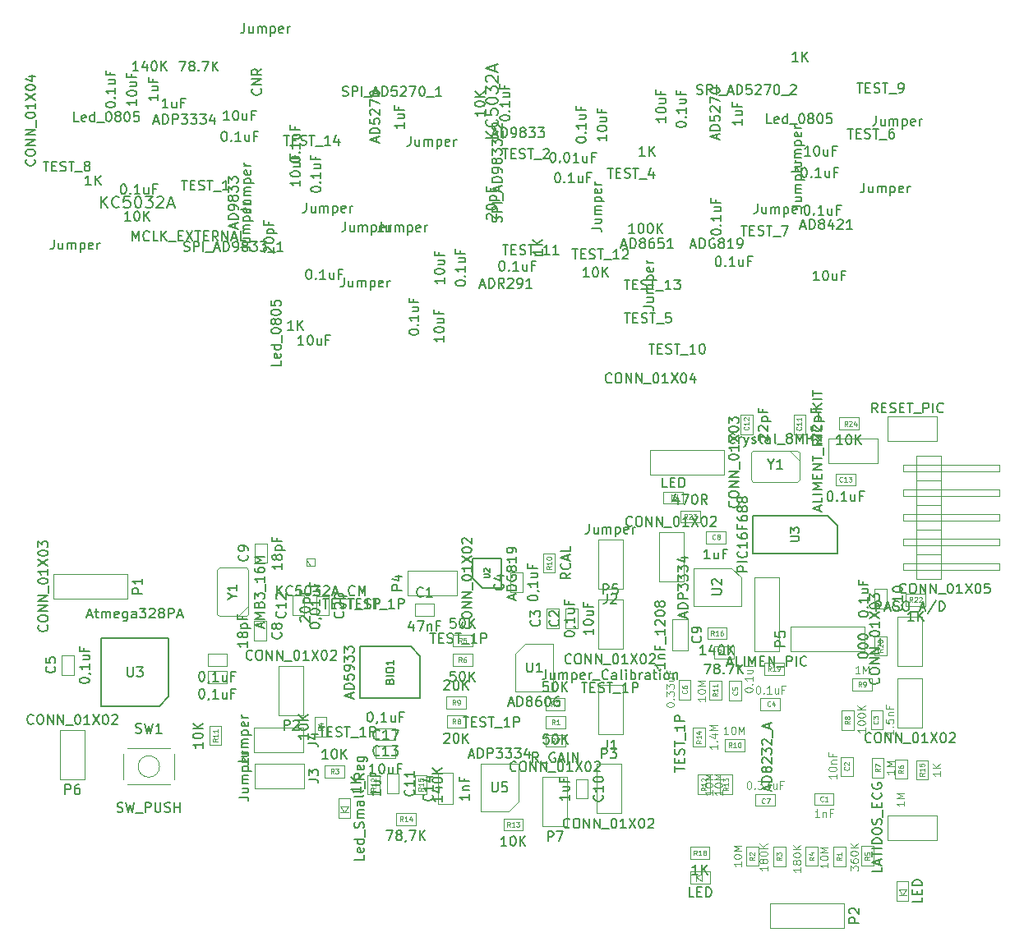
<source format=gbr>
G04 #@! TF.FileFunction,Other,Fab,Top*
%FSLAX46Y46*%
G04 Gerber Fmt 4.6, Leading zero omitted, Abs format (unit mm)*
G04 Created by KiCad (PCBNEW 4.0.6) date 05/22/17 17:46:35*
%MOMM*%
%LPD*%
G01*
G04 APERTURE LIST*
%ADD10C,0.100000*%
%ADD11C,0.150000*%
%ADD12C,0.075000*%
%ADD13C,0.135000*%
%ADD14C,0.125000*%
G04 APERTURE END LIST*
D10*
D11*
X112374800Y-98545200D02*
X112374800Y-102845200D01*
X112374800Y-102845200D02*
X106174800Y-102845200D01*
X106174800Y-102845200D02*
X106174800Y-97545200D01*
X106174800Y-97545200D02*
X111374800Y-97545200D01*
X111374800Y-97545200D02*
X112374800Y-98545200D01*
D10*
X111805400Y-94350900D02*
X111805400Y-93110900D01*
X113805400Y-94350900D02*
X111805400Y-94350900D01*
X113805400Y-93110900D02*
X113805400Y-94350900D01*
X111805400Y-93110900D02*
X113805400Y-93110900D01*
X128589200Y-95645300D02*
X127349200Y-95645300D01*
X128589200Y-93645300D02*
X128589200Y-95645300D01*
X127349200Y-93645300D02*
X128589200Y-93645300D01*
X127349200Y-95645300D02*
X127349200Y-93645300D01*
X126646100Y-95645300D02*
X125406100Y-95645300D01*
X126646100Y-93645300D02*
X126646100Y-95645300D01*
X125406100Y-93645300D02*
X126646100Y-93645300D01*
X125406100Y-95645300D02*
X125406100Y-93645300D01*
X122886900Y-91936900D02*
X121646900Y-91936900D01*
X122886900Y-89936900D02*
X122886900Y-91936900D01*
X121646900Y-89936900D02*
X122886900Y-89936900D01*
X121646900Y-91936900D02*
X121646900Y-89936900D01*
X76697000Y-100445900D02*
X75457000Y-100445900D01*
X76697000Y-98445900D02*
X76697000Y-100445900D01*
X75457000Y-98445900D02*
X76697000Y-98445900D01*
X75457000Y-100445900D02*
X75457000Y-98445900D01*
X90456700Y-99545200D02*
X90456700Y-98305200D01*
X92456700Y-99545200D02*
X90456700Y-99545200D01*
X92456700Y-98305200D02*
X92456700Y-99545200D01*
X90456700Y-98305200D02*
X92456700Y-98305200D01*
X90456700Y-101323200D02*
X90456700Y-100083200D01*
X92456700Y-101323200D02*
X90456700Y-101323200D01*
X92456700Y-100083200D02*
X92456700Y-101323200D01*
X90456700Y-100083200D02*
X92456700Y-100083200D01*
X95262650Y-94934350D02*
X96502650Y-94934350D01*
X95262650Y-96934350D02*
X95262650Y-94934350D01*
X96502650Y-96934350D02*
X95262650Y-96934350D01*
X96502650Y-94934350D02*
X96502650Y-96934350D01*
X96553450Y-88920650D02*
X95313450Y-88920650D01*
X96553450Y-86920650D02*
X96553450Y-88920650D01*
X95313450Y-86920650D02*
X96553450Y-86920650D01*
X95313450Y-88920650D02*
X95313450Y-86920650D01*
X128390600Y-111222100D02*
X129630600Y-111222100D01*
X128390600Y-113222100D02*
X128390600Y-111222100D01*
X129630600Y-113222100D02*
X128390600Y-113222100D01*
X129630600Y-111222100D02*
X129630600Y-113222100D01*
X108934200Y-110676000D02*
X110174200Y-110676000D01*
X108934200Y-112676000D02*
X108934200Y-110676000D01*
X110174200Y-112676000D02*
X108934200Y-112676000D01*
X110174200Y-110676000D02*
X110174200Y-112676000D01*
X100433300Y-94311800D02*
X99193300Y-94311800D01*
X100433300Y-92311800D02*
X100433300Y-94311800D01*
X99193300Y-92311800D02*
X100433300Y-92311800D01*
X99193300Y-94311800D02*
X99193300Y-92311800D01*
X109792200Y-105976000D02*
X109792200Y-107216000D01*
X107792200Y-105976000D02*
X109792200Y-105976000D01*
X107792200Y-107216000D02*
X107792200Y-105976000D01*
X109792200Y-107216000D02*
X107792200Y-107216000D01*
X133214300Y-106621400D02*
X133214300Y-101541400D01*
X133214300Y-101541400D02*
X130674300Y-101541400D01*
X130674300Y-101541400D02*
X130674300Y-106621400D01*
X130674300Y-106621400D02*
X133214300Y-106621400D01*
X133214300Y-91571900D02*
X133214300Y-86491900D01*
X133214300Y-86491900D02*
X130674300Y-86491900D01*
X130674300Y-86491900D02*
X130674300Y-91571900D01*
X130674300Y-91571900D02*
X133214300Y-91571900D01*
X100372100Y-109631300D02*
X95292100Y-109631300D01*
X95292100Y-109631300D02*
X95292100Y-112171300D01*
X95292100Y-112171300D02*
X100372100Y-112171300D01*
X100372100Y-112171300D02*
X100372100Y-109631300D01*
X100346700Y-105910200D02*
X95266700Y-105910200D01*
X95266700Y-105910200D02*
X95266700Y-108450200D01*
X95266700Y-108450200D02*
X100346700Y-108450200D01*
X100346700Y-108450200D02*
X100346700Y-105910200D01*
X130509200Y-109669400D02*
X130509200Y-114749400D01*
X130509200Y-114749400D02*
X133049200Y-114749400D01*
X133049200Y-114749400D02*
X133049200Y-109669400D01*
X133049200Y-109669400D02*
X130509200Y-109669400D01*
X125305500Y-105984100D02*
X125305500Y-104744100D01*
X127305500Y-105984100D02*
X125305500Y-105984100D01*
X127305500Y-104744100D02*
X127305500Y-105984100D01*
X125305500Y-104744100D02*
X127305500Y-104744100D01*
X127267400Y-102851800D02*
X127267400Y-104091800D01*
X125267400Y-102851800D02*
X127267400Y-102851800D01*
X125267400Y-104091800D02*
X125267400Y-102851800D01*
X127267400Y-104091800D02*
X125267400Y-104091800D01*
X104547100Y-109798700D02*
X104547100Y-111038700D01*
X102547100Y-109798700D02*
X104547100Y-109798700D01*
X102547100Y-111038700D02*
X102547100Y-109798700D01*
X104547100Y-111038700D02*
X102547100Y-111038700D01*
X101492000Y-104808600D02*
X102732000Y-104808600D01*
X101492000Y-106808600D02*
X101492000Y-104808600D01*
X102732000Y-106808600D02*
X101492000Y-106808600D01*
X102732000Y-104808600D02*
X102732000Y-106808600D01*
X117729700Y-96311300D02*
X117729700Y-97551300D01*
X115729700Y-96311300D02*
X117729700Y-96311300D01*
X115729700Y-97551300D02*
X115729700Y-96311300D01*
X117729700Y-97551300D02*
X115729700Y-97551300D01*
X115729700Y-99545200D02*
X115729700Y-98305200D01*
X117729700Y-99545200D02*
X115729700Y-99545200D01*
X117729700Y-98305200D02*
X117729700Y-99545200D01*
X115729700Y-98305200D02*
X117729700Y-98305200D01*
X125292800Y-107889100D02*
X125292800Y-106649100D01*
X127292800Y-107889100D02*
X125292800Y-107889100D01*
X127292800Y-106649100D02*
X127292800Y-107889100D01*
X125292800Y-106649100D02*
X127292800Y-106649100D01*
X115094700Y-105895200D02*
X115094700Y-104655200D01*
X117094700Y-105895200D02*
X115094700Y-105895200D01*
X117094700Y-104655200D02*
X117094700Y-105895200D01*
X115094700Y-104655200D02*
X117094700Y-104655200D01*
X117082000Y-102699400D02*
X117082000Y-103939400D01*
X115082000Y-102699400D02*
X117082000Y-102699400D01*
X115082000Y-103939400D02*
X115082000Y-102699400D01*
X117082000Y-103939400D02*
X115082000Y-103939400D01*
X126265100Y-89943000D02*
X125025100Y-89943000D01*
X126265100Y-87943000D02*
X126265100Y-89943000D01*
X125025100Y-87943000D02*
X126265100Y-87943000D01*
X125025100Y-89943000D02*
X125025100Y-87943000D01*
X90646200Y-105723000D02*
X91886200Y-105723000D01*
X90646200Y-107723000D02*
X90646200Y-105723000D01*
X91886200Y-107723000D02*
X90646200Y-107723000D01*
X91886200Y-105723000D02*
X91886200Y-107723000D01*
X82208200Y-108060700D02*
X86608200Y-108060700D01*
X87008200Y-108610700D02*
X87008200Y-111210700D01*
X86608200Y-111760700D02*
X82208200Y-111760700D01*
X81808200Y-111210700D02*
X81808200Y-108610700D01*
X85508200Y-109910700D02*
G75*
G03X85508200Y-109910700I-1100000J0D01*
G01*
X123158400Y-97288000D02*
X126058400Y-97288000D01*
X126058400Y-97288000D02*
X126058400Y-102188000D01*
X126058400Y-102188000D02*
X122158400Y-102188000D01*
X122158400Y-102188000D02*
X122158400Y-98288000D01*
X122158400Y-98288000D02*
X123158400Y-97288000D01*
D11*
X117737950Y-90490750D02*
X117737950Y-88490750D01*
X117737950Y-88490750D02*
X120737950Y-88490750D01*
X120737950Y-88490750D02*
X120737950Y-91490750D01*
X120737950Y-91490750D02*
X118737950Y-91490750D01*
X118737950Y-91490750D02*
X117737950Y-90490750D01*
D10*
X100620600Y-88441400D02*
X100620600Y-89241400D01*
X100620600Y-89241400D02*
X101520600Y-89241400D01*
X101520600Y-89241400D02*
X101520600Y-88441400D01*
X101520600Y-88441400D02*
X100620600Y-88441400D01*
X100620600Y-88641400D02*
X101070600Y-89241400D01*
X91450550Y-94208450D02*
X91450550Y-89608450D01*
X91450550Y-89608450D02*
X91650550Y-89408450D01*
X91650550Y-89408450D02*
X94450550Y-89408450D01*
X94450550Y-89408450D02*
X94650550Y-89608450D01*
X94650550Y-89608450D02*
X94650550Y-94208450D01*
X94650550Y-94208450D02*
X94450550Y-94408450D01*
X94450550Y-94408450D02*
X91650550Y-94408450D01*
X91650550Y-94408450D02*
X91450550Y-94208450D01*
X93650550Y-94408450D02*
X94650550Y-93408450D01*
X107804900Y-109044800D02*
X107804900Y-107804800D01*
X109804900Y-109044800D02*
X107804900Y-109044800D01*
X109804900Y-107804800D02*
X109804900Y-109044800D01*
X107804900Y-107804800D02*
X109804900Y-107804800D01*
X100359400Y-104614800D02*
X100359400Y-99534800D01*
X100359400Y-99534800D02*
X97819400Y-99534800D01*
X97819400Y-99534800D02*
X97819400Y-104614800D01*
X97819400Y-104614800D02*
X100359400Y-104614800D01*
X101682500Y-92337200D02*
X102922500Y-92337200D01*
X101682500Y-94337200D02*
X101682500Y-92337200D01*
X102922500Y-94337200D02*
X101682500Y-94337200D01*
X102922500Y-92337200D02*
X102922500Y-94337200D01*
X106940300Y-110777600D02*
X108180300Y-110777600D01*
X106940300Y-112777600D02*
X106940300Y-110777600D01*
X108180300Y-112777600D02*
X106940300Y-112777600D01*
X108180300Y-110777600D02*
X108180300Y-112777600D01*
X121489700Y-114532400D02*
X118589700Y-114532400D01*
X118589700Y-114532400D02*
X118589700Y-109632400D01*
X118589700Y-109632400D02*
X122489700Y-109632400D01*
X122489700Y-109632400D02*
X122489700Y-113532400D01*
X122489700Y-113532400D02*
X121489700Y-114532400D01*
X82236500Y-90060600D02*
X74616500Y-90060600D01*
X74616500Y-90060600D02*
X74616500Y-92600600D01*
X74616500Y-92600600D02*
X82236500Y-92600600D01*
X82236500Y-92600600D02*
X82236500Y-90060600D01*
X77804200Y-111256900D02*
X77804200Y-106176900D01*
X77804200Y-106176900D02*
X75264200Y-106176900D01*
X75264200Y-106176900D02*
X75264200Y-111256900D01*
X75264200Y-111256900D02*
X77804200Y-111256900D01*
X104163100Y-114628700D02*
X104963100Y-114628700D01*
X104563100Y-114628700D02*
X104163100Y-114028700D01*
X104963100Y-114028700D02*
X104563100Y-114628700D01*
X104163100Y-114028700D02*
X104963100Y-114028700D01*
X105163100Y-113228700D02*
X105163100Y-115228700D01*
X103963100Y-113228700D02*
X105163100Y-113228700D01*
X103963100Y-115228700D02*
X103963100Y-113228700D01*
X105163100Y-115228700D02*
X103963100Y-115228700D01*
D11*
X85473100Y-103695200D02*
X79473100Y-103695200D01*
X79473100Y-103695200D02*
X79473100Y-96695200D01*
X79473100Y-96695200D02*
X86473100Y-96695200D01*
X86473100Y-96695200D02*
X86473100Y-102695200D01*
X86473100Y-102695200D02*
X85473100Y-103695200D01*
D10*
X111078200Y-92270400D02*
X116158200Y-92270400D01*
X116158200Y-92270400D02*
X116158200Y-89730400D01*
X116158200Y-89730400D02*
X111078200Y-89730400D01*
X111078200Y-89730400D02*
X111078200Y-92270400D01*
X130674300Y-92727600D02*
X130674300Y-97807600D01*
X130674300Y-97807600D02*
X133214300Y-97807600D01*
X133214300Y-97807600D02*
X133214300Y-92727600D01*
X133214300Y-92727600D02*
X130674300Y-92727600D01*
X115764400Y-113784000D02*
X114164400Y-113784000D01*
X115764400Y-110584000D02*
X115764400Y-113784000D01*
X114164400Y-110584000D02*
X115764400Y-110584000D01*
X114164400Y-113784000D02*
X114164400Y-110584000D01*
X120949400Y-116512400D02*
X120949400Y-115272400D01*
X122949400Y-116512400D02*
X120949400Y-116512400D01*
X122949400Y-115272400D02*
X122949400Y-116512400D01*
X120949400Y-115272400D02*
X122949400Y-115272400D01*
X109913100Y-115940900D02*
X109913100Y-114700900D01*
X111913100Y-115940900D02*
X109913100Y-115940900D01*
X111913100Y-114700900D02*
X111913100Y-115940900D01*
X109913100Y-114700900D02*
X111913100Y-114700900D01*
X113057100Y-112777600D02*
X111817100Y-112777600D01*
X113057100Y-110777600D02*
X113057100Y-112777600D01*
X111817100Y-110777600D02*
X113057100Y-110777600D01*
X111817100Y-112777600D02*
X111817100Y-110777600D01*
X127537400Y-116095600D02*
X127537400Y-111015600D01*
X127537400Y-111015600D02*
X124997400Y-111015600D01*
X124997400Y-111015600D02*
X124997400Y-116095600D01*
X124997400Y-116095600D02*
X127537400Y-116095600D01*
D11*
X155333300Y-85035900D02*
X155333300Y-87935900D01*
X155333300Y-87935900D02*
X146633300Y-87935900D01*
X146633300Y-87935900D02*
X146633300Y-84035900D01*
X146633300Y-84035900D02*
X154333300Y-84035900D01*
X154333300Y-84035900D02*
X155333300Y-85035900D01*
D10*
X145760300Y-107082900D02*
X145760300Y-108322900D01*
X143760300Y-107082900D02*
X145760300Y-107082900D01*
X143760300Y-108322900D02*
X143760300Y-107082900D01*
X145760300Y-108322900D02*
X143760300Y-108322900D01*
X161664050Y-123158750D02*
X162464050Y-123158750D01*
X162064050Y-123158750D02*
X161664050Y-122558750D01*
X162464050Y-122558750D02*
X162064050Y-123158750D01*
X161664050Y-122558750D02*
X162464050Y-122558750D01*
X162664050Y-121758750D02*
X162664050Y-123758750D01*
X161464050Y-121758750D02*
X162664050Y-121758750D01*
X161464050Y-123758750D02*
X161464050Y-121758750D01*
X162664050Y-123758750D02*
X161464050Y-123758750D01*
X152955100Y-113885500D02*
X152955100Y-112645500D01*
X154955100Y-113885500D02*
X152955100Y-113885500D01*
X154955100Y-112645500D02*
X154955100Y-113885500D01*
X152955100Y-112645500D02*
X154955100Y-112645500D01*
X155722700Y-108912700D02*
X156962700Y-108912700D01*
X155722700Y-110912700D02*
X155722700Y-108912700D01*
X156962700Y-110912700D02*
X155722700Y-110912700D01*
X156962700Y-108912700D02*
X156962700Y-110912700D01*
X158796100Y-104086700D02*
X160036100Y-104086700D01*
X158796100Y-106086700D02*
X158796100Y-104086700D01*
X160036100Y-106086700D02*
X158796100Y-106086700D01*
X160036100Y-104086700D02*
X160036100Y-106086700D01*
X149417900Y-102891900D02*
X149417900Y-104131900D01*
X147417900Y-102891900D02*
X149417900Y-102891900D01*
X147417900Y-104131900D02*
X147417900Y-102891900D01*
X149417900Y-104131900D02*
X147417900Y-104131900D01*
X145431100Y-103089500D02*
X144191100Y-103089500D01*
X145431100Y-101089500D02*
X145431100Y-103089500D01*
X144191100Y-101089500D02*
X145431100Y-101089500D01*
X144191100Y-103089500D02*
X144191100Y-101089500D01*
X138984100Y-100987900D02*
X140224100Y-100987900D01*
X138984100Y-102987900D02*
X138984100Y-100987900D01*
X140224100Y-102987900D02*
X138984100Y-102987900D01*
X140224100Y-100987900D02*
X140224100Y-102987900D01*
X146909900Y-113987100D02*
X146909900Y-112747100D01*
X148909900Y-113987100D02*
X146909900Y-113987100D01*
X148909900Y-112747100D02*
X148909900Y-113987100D01*
X146909900Y-112747100D02*
X148909900Y-112747100D01*
X154935300Y-118183700D02*
X156175300Y-118183700D01*
X154935300Y-120183700D02*
X154935300Y-118183700D01*
X156175300Y-120183700D02*
X154935300Y-120183700D01*
X156175300Y-118183700D02*
X156175300Y-120183700D01*
X145943700Y-118158300D02*
X147183700Y-118158300D01*
X145943700Y-120158300D02*
X145943700Y-118158300D01*
X147183700Y-120158300D02*
X145943700Y-120158300D01*
X147183700Y-118158300D02*
X147183700Y-120158300D01*
X149977700Y-120183700D02*
X148737700Y-120183700D01*
X149977700Y-118183700D02*
X149977700Y-120183700D01*
X148737700Y-118183700D02*
X149977700Y-118183700D01*
X148737700Y-120183700D02*
X148737700Y-118183700D01*
X153330500Y-120158300D02*
X152090500Y-120158300D01*
X153330500Y-118158300D02*
X153330500Y-120158300D01*
X152090500Y-118158300D02*
X153330500Y-118158300D01*
X152090500Y-120158300D02*
X152090500Y-118158300D01*
X159070900Y-120132900D02*
X157830900Y-120132900D01*
X159070900Y-118132900D02*
X159070900Y-120132900D01*
X157830900Y-118132900D02*
X159070900Y-118132900D01*
X157830900Y-120132900D02*
X157830900Y-118132900D01*
X162525300Y-111192100D02*
X161285300Y-111192100D01*
X162525300Y-109192100D02*
X162525300Y-111192100D01*
X161285300Y-109192100D02*
X162525300Y-109192100D01*
X161285300Y-111192100D02*
X161285300Y-109192100D01*
X160112300Y-111065100D02*
X158872300Y-111065100D01*
X160112300Y-109065100D02*
X160112300Y-111065100D01*
X158872300Y-109065100D02*
X160112300Y-109065100D01*
X158872300Y-111065100D02*
X158872300Y-109065100D01*
X157013500Y-106137500D02*
X155773500Y-106137500D01*
X157013500Y-104137500D02*
X157013500Y-106137500D01*
X155773500Y-104137500D02*
X157013500Y-104137500D01*
X155773500Y-106137500D02*
X155773500Y-104137500D01*
X156892100Y-102074500D02*
X156892100Y-100834500D01*
X158892100Y-102074500D02*
X156892100Y-102074500D01*
X158892100Y-100834500D02*
X158892100Y-102074500D01*
X156892100Y-100834500D02*
X158892100Y-100834500D01*
X143399100Y-103038700D02*
X142159100Y-103038700D01*
X143399100Y-101038700D02*
X143399100Y-103038700D01*
X142159100Y-101038700D02*
X143399100Y-101038700D01*
X142159100Y-103038700D02*
X142159100Y-101038700D01*
X142230700Y-112766900D02*
X140990700Y-112766900D01*
X142230700Y-110766900D02*
X142230700Y-112766900D01*
X140990700Y-110766900D02*
X142230700Y-110766900D01*
X140990700Y-112766900D02*
X140990700Y-110766900D01*
X143251300Y-110766900D02*
X144491300Y-110766900D01*
X143251300Y-112766900D02*
X143251300Y-110766900D01*
X144491300Y-112766900D02*
X143251300Y-112766900D01*
X144491300Y-110766900D02*
X144491300Y-112766900D01*
X141722700Y-107890100D02*
X140482700Y-107890100D01*
X141722700Y-105890100D02*
X141722700Y-107890100D01*
X140482700Y-105890100D02*
X141722700Y-105890100D01*
X140482700Y-107890100D02*
X140482700Y-105890100D01*
X163457000Y-109255600D02*
X164697000Y-109255600D01*
X163457000Y-111255600D02*
X163457000Y-109255600D01*
X164697000Y-111255600D02*
X163457000Y-111255600D01*
X164697000Y-109255600D02*
X164697000Y-111255600D01*
X156063300Y-124009700D02*
X148443300Y-124009700D01*
X148443300Y-124009700D02*
X148443300Y-126549700D01*
X148443300Y-126549700D02*
X156063300Y-126549700D01*
X156063300Y-126549700D02*
X156063300Y-124009700D01*
X140185300Y-119463600D02*
X140185300Y-118223600D01*
X142185300Y-119463600D02*
X140185300Y-119463600D01*
X142185300Y-118223600D02*
X142185300Y-119463600D01*
X140185300Y-118223600D02*
X142185300Y-118223600D01*
X141805300Y-86923600D02*
X141805300Y-85683600D01*
X143805300Y-86923600D02*
X141805300Y-86923600D01*
X143805300Y-85683600D02*
X143805300Y-86923600D01*
X141805300Y-85683600D02*
X143805300Y-85683600D01*
X159202500Y-91602600D02*
X160442500Y-91602600D01*
X159202500Y-93602600D02*
X159202500Y-91602600D01*
X160442500Y-93602600D02*
X159202500Y-93602600D01*
X160442500Y-91602600D02*
X160442500Y-93602600D01*
X152085900Y-75644800D02*
X150845900Y-75644800D01*
X152085900Y-73644800D02*
X152085900Y-75644800D01*
X150845900Y-73644800D02*
X152085900Y-73644800D01*
X150845900Y-75644800D02*
X150845900Y-73644800D01*
X146612200Y-75644800D02*
X145372200Y-75644800D01*
X146612200Y-73644800D02*
X146612200Y-75644800D01*
X145372200Y-73644800D02*
X146612200Y-73644800D01*
X145372200Y-75644800D02*
X145372200Y-73644800D01*
X155190300Y-80967100D02*
X155190300Y-79727100D01*
X157190300Y-80967100D02*
X155190300Y-80967100D01*
X157190300Y-79727100D02*
X157190300Y-80967100D01*
X155190300Y-79727100D02*
X157190300Y-79727100D01*
X140805300Y-120953600D02*
X140805300Y-121753600D01*
X140805300Y-121353600D02*
X141405300Y-120953600D01*
X141405300Y-121753600D02*
X140805300Y-121353600D01*
X141405300Y-120953600D02*
X141405300Y-121753600D01*
X142205300Y-121953600D02*
X140205300Y-121953600D01*
X142205300Y-120753600D02*
X142205300Y-121953600D01*
X140205300Y-120753600D02*
X142205300Y-120753600D01*
X140205300Y-121953600D02*
X140205300Y-120753600D01*
X138845300Y-82633600D02*
X138845300Y-81833600D01*
X138845300Y-82233600D02*
X138245300Y-82633600D01*
X138245300Y-81833600D02*
X138845300Y-82233600D01*
X138245300Y-82633600D02*
X138245300Y-81833600D01*
X137445300Y-81633600D02*
X139445300Y-81633600D01*
X137445300Y-82833600D02*
X137445300Y-81633600D01*
X139445300Y-82833600D02*
X137445300Y-82833600D01*
X139445300Y-81633600D02*
X139445300Y-82833600D01*
X165613700Y-114941900D02*
X160533700Y-114941900D01*
X160533700Y-114941900D02*
X160533700Y-117481900D01*
X160533700Y-117481900D02*
X165613700Y-117481900D01*
X165613700Y-117481900D02*
X165613700Y-114941900D01*
X165613700Y-73819300D02*
X160533700Y-73819300D01*
X160533700Y-73819300D02*
X160533700Y-76359300D01*
X160533700Y-76359300D02*
X165613700Y-76359300D01*
X165613700Y-76359300D02*
X165613700Y-73819300D01*
X164102400Y-99549500D02*
X164102400Y-94469500D01*
X164102400Y-94469500D02*
X161562400Y-94469500D01*
X161562400Y-94469500D02*
X161562400Y-99549500D01*
X161562400Y-99549500D02*
X164102400Y-99549500D01*
X163508500Y-77896000D02*
X163508500Y-80436000D01*
X163508500Y-80436000D02*
X166008500Y-80436000D01*
X166008500Y-80436000D02*
X166008500Y-77896000D01*
X166008500Y-77896000D02*
X163508500Y-77896000D01*
X162108500Y-78846000D02*
X162108500Y-79486000D01*
X162108500Y-79486000D02*
X172008500Y-79486000D01*
X172008500Y-79486000D02*
X172008500Y-78846000D01*
X172008500Y-78846000D02*
X162108500Y-78846000D01*
X163508500Y-80436000D02*
X163508500Y-82976000D01*
X163508500Y-82976000D02*
X166008500Y-82976000D01*
X166008500Y-82976000D02*
X166008500Y-80436000D01*
X166008500Y-80436000D02*
X163508500Y-80436000D01*
X162108500Y-81386000D02*
X162108500Y-82026000D01*
X162108500Y-82026000D02*
X172008500Y-82026000D01*
X172008500Y-82026000D02*
X172008500Y-81386000D01*
X172008500Y-81386000D02*
X162108500Y-81386000D01*
X163508500Y-82976000D02*
X163508500Y-85516000D01*
X163508500Y-85516000D02*
X166008500Y-85516000D01*
X166008500Y-85516000D02*
X166008500Y-82976000D01*
X166008500Y-82976000D02*
X163508500Y-82976000D01*
X162108500Y-83926000D02*
X162108500Y-84566000D01*
X162108500Y-84566000D02*
X172008500Y-84566000D01*
X172008500Y-84566000D02*
X172008500Y-83926000D01*
X172008500Y-83926000D02*
X162108500Y-83926000D01*
X163508500Y-85516000D02*
X163508500Y-88056000D01*
X163508500Y-88056000D02*
X166008500Y-88056000D01*
X166008500Y-88056000D02*
X166008500Y-85516000D01*
X166008500Y-85516000D02*
X163508500Y-85516000D01*
X162108500Y-86466000D02*
X162108500Y-87106000D01*
X162108500Y-87106000D02*
X172008500Y-87106000D01*
X172008500Y-87106000D02*
X172008500Y-86466000D01*
X172008500Y-86466000D02*
X162108500Y-86466000D01*
X163508500Y-88056000D02*
X163508500Y-90596000D01*
X163508500Y-90596000D02*
X166008500Y-90596000D01*
X166008500Y-90596000D02*
X166008500Y-88056000D01*
X166008500Y-88056000D02*
X163508500Y-88056000D01*
X162108500Y-89006000D02*
X162108500Y-89646000D01*
X162108500Y-89646000D02*
X172008500Y-89646000D01*
X172008500Y-89646000D02*
X172008500Y-89006000D01*
X172008500Y-89006000D02*
X162108500Y-89006000D01*
X149811600Y-99208900D02*
X149811600Y-100448900D01*
X147811600Y-99208900D02*
X149811600Y-99208900D01*
X147811600Y-100448900D02*
X147811600Y-99208900D01*
X149811600Y-100448900D02*
X147811600Y-100448900D01*
X159164400Y-96492100D02*
X160404400Y-96492100D01*
X159164400Y-98492100D02*
X159164400Y-96492100D01*
X160404400Y-98492100D02*
X159164400Y-98492100D01*
X160404400Y-96492100D02*
X160404400Y-98492100D01*
X162416600Y-93336900D02*
X162416600Y-92096900D01*
X164416600Y-93336900D02*
X162416600Y-93336900D01*
X164416600Y-92096900D02*
X164416600Y-93336900D01*
X162416600Y-92096900D02*
X164416600Y-92096900D01*
X141188300Y-83537100D02*
X141188300Y-84777100D01*
X139188300Y-83537100D02*
X141188300Y-83537100D01*
X139188300Y-84777100D02*
X139188300Y-83537100D01*
X141188300Y-84777100D02*
X139188300Y-84777100D01*
X155545900Y-75137800D02*
X155545900Y-73897800D01*
X157545900Y-75137800D02*
X155545900Y-75137800D01*
X157545900Y-73897800D02*
X157545900Y-75137800D01*
X155545900Y-73897800D02*
X157545900Y-73897800D01*
X151225900Y-80550100D02*
X146625900Y-80550100D01*
X146625900Y-80550100D02*
X146425900Y-80350100D01*
X146425900Y-80350100D02*
X146425900Y-77550100D01*
X146425900Y-77550100D02*
X146625900Y-77350100D01*
X146625900Y-77350100D02*
X151225900Y-77350100D01*
X151225900Y-77350100D02*
X151425900Y-77550100D01*
X151425900Y-77550100D02*
X151425900Y-80350100D01*
X151425900Y-80350100D02*
X151225900Y-80550100D01*
X151425900Y-78350100D02*
X150425900Y-77350100D01*
X146825300Y-90413600D02*
X146825300Y-98033600D01*
X146825300Y-98033600D02*
X149365300Y-98033600D01*
X149365300Y-98033600D02*
X149365300Y-90413600D01*
X149365300Y-90413600D02*
X146825300Y-90413600D01*
X145415300Y-90443600D02*
X145415300Y-93343600D01*
X145415300Y-93343600D02*
X140515300Y-93343600D01*
X140515300Y-93343600D02*
X140515300Y-89443600D01*
X140515300Y-89443600D02*
X144415300Y-89443600D01*
X144415300Y-89443600D02*
X145415300Y-90443600D01*
X159466900Y-76130700D02*
X154386900Y-76130700D01*
X154386900Y-76130700D02*
X154386900Y-78670700D01*
X154386900Y-78670700D02*
X159466900Y-78670700D01*
X159466900Y-78670700D02*
X159466900Y-76130700D01*
X139485300Y-90823600D02*
X139485300Y-85743600D01*
X139485300Y-85743600D02*
X136945300Y-85743600D01*
X136945300Y-85743600D02*
X136945300Y-90823600D01*
X136945300Y-90823600D02*
X139485300Y-90823600D01*
X161575100Y-100844900D02*
X161575100Y-105924900D01*
X161575100Y-105924900D02*
X164115100Y-105924900D01*
X164115100Y-105924900D02*
X164115100Y-100844900D01*
X164115100Y-100844900D02*
X161575100Y-100844900D01*
X136025300Y-79823600D02*
X143645300Y-79823600D01*
X143645300Y-79823600D02*
X143645300Y-77283600D01*
X143645300Y-77283600D02*
X136025300Y-77283600D01*
X136025300Y-77283600D02*
X136025300Y-79823600D01*
X150551500Y-98038200D02*
X158171500Y-98038200D01*
X158171500Y-98038200D02*
X158171500Y-95498200D01*
X158171500Y-95498200D02*
X150551500Y-95498200D01*
X150551500Y-95498200D02*
X150551500Y-98038200D01*
X141945300Y-96803600D02*
X141945300Y-95563600D01*
X143945300Y-96803600D02*
X141945300Y-96803600D01*
X143945300Y-95563600D02*
X143945300Y-96803600D01*
X141945300Y-95563600D02*
X143945300Y-95563600D01*
X142665300Y-98763600D02*
X142665300Y-97523600D01*
X144665300Y-98763600D02*
X142665300Y-98763600D01*
X144665300Y-97523600D02*
X144665300Y-98763600D01*
X142665300Y-97523600D02*
X144665300Y-97523600D01*
X138325300Y-94733600D02*
X139925300Y-94733600D01*
X138325300Y-97933600D02*
X138325300Y-94733600D01*
X139925300Y-97933600D02*
X138325300Y-97933600D01*
X139925300Y-94733600D02*
X139925300Y-97933600D01*
D11*
X104643334Y-53752381D02*
X104643334Y-54466667D01*
X104595714Y-54609524D01*
X104500476Y-54704762D01*
X104357619Y-54752381D01*
X104262381Y-54752381D01*
X105548096Y-54085714D02*
X105548096Y-54752381D01*
X105119524Y-54085714D02*
X105119524Y-54609524D01*
X105167143Y-54704762D01*
X105262381Y-54752381D01*
X105405239Y-54752381D01*
X105500477Y-54704762D01*
X105548096Y-54657143D01*
X106024286Y-54752381D02*
X106024286Y-54085714D01*
X106024286Y-54180952D02*
X106071905Y-54133333D01*
X106167143Y-54085714D01*
X106310001Y-54085714D01*
X106405239Y-54133333D01*
X106452858Y-54228571D01*
X106452858Y-54752381D01*
X106452858Y-54228571D02*
X106500477Y-54133333D01*
X106595715Y-54085714D01*
X106738572Y-54085714D01*
X106833810Y-54133333D01*
X106881429Y-54228571D01*
X106881429Y-54752381D01*
X107357619Y-54085714D02*
X107357619Y-55085714D01*
X107357619Y-54133333D02*
X107452857Y-54085714D01*
X107643334Y-54085714D01*
X107738572Y-54133333D01*
X107786191Y-54180952D01*
X107833810Y-54276190D01*
X107833810Y-54561905D01*
X107786191Y-54657143D01*
X107738572Y-54704762D01*
X107643334Y-54752381D01*
X107452857Y-54752381D01*
X107357619Y-54704762D01*
X108643334Y-54704762D02*
X108548096Y-54752381D01*
X108357619Y-54752381D01*
X108262381Y-54704762D01*
X108214762Y-54609524D01*
X108214762Y-54228571D01*
X108262381Y-54133333D01*
X108357619Y-54085714D01*
X108548096Y-54085714D01*
X108643334Y-54133333D01*
X108690953Y-54228571D01*
X108690953Y-54323810D01*
X108214762Y-54419048D01*
X109119524Y-54752381D02*
X109119524Y-54085714D01*
X109119524Y-54276190D02*
X109167143Y-54180952D01*
X109214762Y-54133333D01*
X109310000Y-54085714D01*
X109405239Y-54085714D01*
X84957143Y-43386667D02*
X85433334Y-43386667D01*
X84861905Y-43672381D02*
X85195238Y-42672381D01*
X85528572Y-43672381D01*
X85861905Y-43672381D02*
X85861905Y-42672381D01*
X86100000Y-42672381D01*
X86242858Y-42720000D01*
X86338096Y-42815238D01*
X86385715Y-42910476D01*
X86433334Y-43100952D01*
X86433334Y-43243810D01*
X86385715Y-43434286D01*
X86338096Y-43529524D01*
X86242858Y-43624762D01*
X86100000Y-43672381D01*
X85861905Y-43672381D01*
X86861905Y-43672381D02*
X86861905Y-42672381D01*
X87242858Y-42672381D01*
X87338096Y-42720000D01*
X87385715Y-42767619D01*
X87433334Y-42862857D01*
X87433334Y-43005714D01*
X87385715Y-43100952D01*
X87338096Y-43148571D01*
X87242858Y-43196190D01*
X86861905Y-43196190D01*
X87766667Y-42672381D02*
X88385715Y-42672381D01*
X88052381Y-43053333D01*
X88195239Y-43053333D01*
X88290477Y-43100952D01*
X88338096Y-43148571D01*
X88385715Y-43243810D01*
X88385715Y-43481905D01*
X88338096Y-43577143D01*
X88290477Y-43624762D01*
X88195239Y-43672381D01*
X87909524Y-43672381D01*
X87814286Y-43624762D01*
X87766667Y-43577143D01*
X88719048Y-42672381D02*
X89338096Y-42672381D01*
X89004762Y-43053333D01*
X89147620Y-43053333D01*
X89242858Y-43100952D01*
X89290477Y-43148571D01*
X89338096Y-43243810D01*
X89338096Y-43481905D01*
X89290477Y-43577143D01*
X89242858Y-43624762D01*
X89147620Y-43672381D01*
X88861905Y-43672381D01*
X88766667Y-43624762D01*
X88719048Y-43577143D01*
X89671429Y-42672381D02*
X90290477Y-42672381D01*
X89957143Y-43053333D01*
X90100001Y-43053333D01*
X90195239Y-43100952D01*
X90242858Y-43148571D01*
X90290477Y-43243810D01*
X90290477Y-43481905D01*
X90242858Y-43577143D01*
X90195239Y-43624762D01*
X90100001Y-43672381D01*
X89814286Y-43672381D01*
X89719048Y-43624762D01*
X89671429Y-43577143D01*
X91147620Y-43005714D02*
X91147620Y-43672381D01*
X90909524Y-42624762D02*
X90671429Y-43339048D01*
X91290477Y-43339048D01*
X142342381Y-54862857D02*
X142342381Y-54767618D01*
X142390000Y-54672380D01*
X142437619Y-54624761D01*
X142532857Y-54577142D01*
X142723333Y-54529523D01*
X142961429Y-54529523D01*
X143151905Y-54577142D01*
X143247143Y-54624761D01*
X143294762Y-54672380D01*
X143342381Y-54767618D01*
X143342381Y-54862857D01*
X143294762Y-54958095D01*
X143247143Y-55005714D01*
X143151905Y-55053333D01*
X142961429Y-55100952D01*
X142723333Y-55100952D01*
X142532857Y-55053333D01*
X142437619Y-55005714D01*
X142390000Y-54958095D01*
X142342381Y-54862857D01*
X143247143Y-54100952D02*
X143294762Y-54053333D01*
X143342381Y-54100952D01*
X143294762Y-54148571D01*
X143247143Y-54100952D01*
X143342381Y-54100952D01*
X143342381Y-53100952D02*
X143342381Y-53672381D01*
X143342381Y-53386667D02*
X142342381Y-53386667D01*
X142485238Y-53481905D01*
X142580476Y-53577143D01*
X142628095Y-53672381D01*
X142675714Y-52243809D02*
X143342381Y-52243809D01*
X142675714Y-52672381D02*
X143199524Y-52672381D01*
X143294762Y-52624762D01*
X143342381Y-52529524D01*
X143342381Y-52386666D01*
X143294762Y-52291428D01*
X143247143Y-52243809D01*
X142818571Y-51434285D02*
X142818571Y-51767619D01*
X143342381Y-51767619D02*
X142342381Y-51767619D01*
X142342381Y-51291428D01*
X79470275Y-52316377D02*
X79470275Y-51116377D01*
X80155990Y-52316377D02*
X79641704Y-51630663D01*
X80155990Y-51116377D02*
X79470275Y-51802091D01*
X81355990Y-52202091D02*
X81298847Y-52259234D01*
X81127418Y-52316377D01*
X81013132Y-52316377D01*
X80841704Y-52259234D01*
X80727418Y-52144949D01*
X80670275Y-52030663D01*
X80613132Y-51802091D01*
X80613132Y-51630663D01*
X80670275Y-51402091D01*
X80727418Y-51287806D01*
X80841704Y-51173520D01*
X81013132Y-51116377D01*
X81127418Y-51116377D01*
X81298847Y-51173520D01*
X81355990Y-51230663D01*
X82441704Y-51116377D02*
X81870275Y-51116377D01*
X81813132Y-51687806D01*
X81870275Y-51630663D01*
X81984561Y-51573520D01*
X82270275Y-51573520D01*
X82384561Y-51630663D01*
X82441704Y-51687806D01*
X82498847Y-51802091D01*
X82498847Y-52087806D01*
X82441704Y-52202091D01*
X82384561Y-52259234D01*
X82270275Y-52316377D01*
X81984561Y-52316377D01*
X81870275Y-52259234D01*
X81813132Y-52202091D01*
X83241704Y-51116377D02*
X83355989Y-51116377D01*
X83470275Y-51173520D01*
X83527418Y-51230663D01*
X83584561Y-51344949D01*
X83641704Y-51573520D01*
X83641704Y-51859234D01*
X83584561Y-52087806D01*
X83527418Y-52202091D01*
X83470275Y-52259234D01*
X83355989Y-52316377D01*
X83241704Y-52316377D01*
X83127418Y-52259234D01*
X83070275Y-52202091D01*
X83013132Y-52087806D01*
X82955989Y-51859234D01*
X82955989Y-51573520D01*
X83013132Y-51344949D01*
X83070275Y-51230663D01*
X83127418Y-51173520D01*
X83241704Y-51116377D01*
X84041704Y-51116377D02*
X84784561Y-51116377D01*
X84384561Y-51573520D01*
X84555989Y-51573520D01*
X84670275Y-51630663D01*
X84727418Y-51687806D01*
X84784561Y-51802091D01*
X84784561Y-52087806D01*
X84727418Y-52202091D01*
X84670275Y-52259234D01*
X84555989Y-52316377D01*
X84213132Y-52316377D01*
X84098846Y-52259234D01*
X84041704Y-52202091D01*
X85241703Y-51230663D02*
X85298846Y-51173520D01*
X85413132Y-51116377D01*
X85698846Y-51116377D01*
X85813132Y-51173520D01*
X85870275Y-51230663D01*
X85927418Y-51344949D01*
X85927418Y-51459234D01*
X85870275Y-51630663D01*
X85184561Y-52316377D01*
X85927418Y-52316377D01*
X86384560Y-51973520D02*
X86955989Y-51973520D01*
X86270275Y-52316377D02*
X86670275Y-51116377D01*
X87070275Y-52316377D01*
X120352857Y-45114285D02*
X119152857Y-45114285D01*
X120352857Y-44428570D02*
X119667143Y-44942856D01*
X119152857Y-44428570D02*
X119838571Y-45114285D01*
X120238571Y-43228570D02*
X120295714Y-43285713D01*
X120352857Y-43457142D01*
X120352857Y-43571428D01*
X120295714Y-43742856D01*
X120181429Y-43857142D01*
X120067143Y-43914285D01*
X119838571Y-43971428D01*
X119667143Y-43971428D01*
X119438571Y-43914285D01*
X119324286Y-43857142D01*
X119210000Y-43742856D01*
X119152857Y-43571428D01*
X119152857Y-43457142D01*
X119210000Y-43285713D01*
X119267143Y-43228570D01*
X119152857Y-42142856D02*
X119152857Y-42714285D01*
X119724286Y-42771428D01*
X119667143Y-42714285D01*
X119610000Y-42599999D01*
X119610000Y-42314285D01*
X119667143Y-42199999D01*
X119724286Y-42142856D01*
X119838571Y-42085713D01*
X120124286Y-42085713D01*
X120238571Y-42142856D01*
X120295714Y-42199999D01*
X120352857Y-42314285D01*
X120352857Y-42599999D01*
X120295714Y-42714285D01*
X120238571Y-42771428D01*
X119152857Y-41342856D02*
X119152857Y-41228571D01*
X119210000Y-41114285D01*
X119267143Y-41057142D01*
X119381429Y-40999999D01*
X119610000Y-40942856D01*
X119895714Y-40942856D01*
X120124286Y-40999999D01*
X120238571Y-41057142D01*
X120295714Y-41114285D01*
X120352857Y-41228571D01*
X120352857Y-41342856D01*
X120295714Y-41457142D01*
X120238571Y-41514285D01*
X120124286Y-41571428D01*
X119895714Y-41628571D01*
X119610000Y-41628571D01*
X119381429Y-41571428D01*
X119267143Y-41514285D01*
X119210000Y-41457142D01*
X119152857Y-41342856D01*
X119152857Y-40542856D02*
X119152857Y-39799999D01*
X119610000Y-40199999D01*
X119610000Y-40028571D01*
X119667143Y-39914285D01*
X119724286Y-39857142D01*
X119838571Y-39799999D01*
X120124286Y-39799999D01*
X120238571Y-39857142D01*
X120295714Y-39914285D01*
X120352857Y-40028571D01*
X120352857Y-40371428D01*
X120295714Y-40485714D01*
X120238571Y-40542856D01*
X119267143Y-39342857D02*
X119210000Y-39285714D01*
X119152857Y-39171428D01*
X119152857Y-38885714D01*
X119210000Y-38771428D01*
X119267143Y-38714285D01*
X119381429Y-38657142D01*
X119495714Y-38657142D01*
X119667143Y-38714285D01*
X120352857Y-39399999D01*
X120352857Y-38657142D01*
X120010000Y-38200000D02*
X120010000Y-37628571D01*
X120352857Y-38314285D02*
X119152857Y-37914285D01*
X120352857Y-37514285D01*
X97992381Y-68087143D02*
X97992381Y-68563334D01*
X96992381Y-68563334D01*
X97944762Y-67372857D02*
X97992381Y-67468095D01*
X97992381Y-67658572D01*
X97944762Y-67753810D01*
X97849524Y-67801429D01*
X97468571Y-67801429D01*
X97373333Y-67753810D01*
X97325714Y-67658572D01*
X97325714Y-67468095D01*
X97373333Y-67372857D01*
X97468571Y-67325238D01*
X97563810Y-67325238D01*
X97659048Y-67801429D01*
X97992381Y-66468095D02*
X96992381Y-66468095D01*
X97944762Y-66468095D02*
X97992381Y-66563333D01*
X97992381Y-66753810D01*
X97944762Y-66849048D01*
X97897143Y-66896667D01*
X97801905Y-66944286D01*
X97516190Y-66944286D01*
X97420952Y-66896667D01*
X97373333Y-66849048D01*
X97325714Y-66753810D01*
X97325714Y-66563333D01*
X97373333Y-66468095D01*
X98087619Y-66230000D02*
X98087619Y-65468095D01*
X96992381Y-65039524D02*
X96992381Y-64944285D01*
X97040000Y-64849047D01*
X97087619Y-64801428D01*
X97182857Y-64753809D01*
X97373333Y-64706190D01*
X97611429Y-64706190D01*
X97801905Y-64753809D01*
X97897143Y-64801428D01*
X97944762Y-64849047D01*
X97992381Y-64944285D01*
X97992381Y-65039524D01*
X97944762Y-65134762D01*
X97897143Y-65182381D01*
X97801905Y-65230000D01*
X97611429Y-65277619D01*
X97373333Y-65277619D01*
X97182857Y-65230000D01*
X97087619Y-65182381D01*
X97040000Y-65134762D01*
X96992381Y-65039524D01*
X97420952Y-64134762D02*
X97373333Y-64230000D01*
X97325714Y-64277619D01*
X97230476Y-64325238D01*
X97182857Y-64325238D01*
X97087619Y-64277619D01*
X97040000Y-64230000D01*
X96992381Y-64134762D01*
X96992381Y-63944285D01*
X97040000Y-63849047D01*
X97087619Y-63801428D01*
X97182857Y-63753809D01*
X97230476Y-63753809D01*
X97325714Y-63801428D01*
X97373333Y-63849047D01*
X97420952Y-63944285D01*
X97420952Y-64134762D01*
X97468571Y-64230000D01*
X97516190Y-64277619D01*
X97611429Y-64325238D01*
X97801905Y-64325238D01*
X97897143Y-64277619D01*
X97944762Y-64230000D01*
X97992381Y-64134762D01*
X97992381Y-63944285D01*
X97944762Y-63849047D01*
X97897143Y-63801428D01*
X97801905Y-63753809D01*
X97611429Y-63753809D01*
X97516190Y-63801428D01*
X97468571Y-63849047D01*
X97420952Y-63944285D01*
X96992381Y-63134762D02*
X96992381Y-63039523D01*
X97040000Y-62944285D01*
X97087619Y-62896666D01*
X97182857Y-62849047D01*
X97373333Y-62801428D01*
X97611429Y-62801428D01*
X97801905Y-62849047D01*
X97897143Y-62896666D01*
X97944762Y-62944285D01*
X97992381Y-63039523D01*
X97992381Y-63134762D01*
X97944762Y-63230000D01*
X97897143Y-63277619D01*
X97801905Y-63325238D01*
X97611429Y-63372857D01*
X97373333Y-63372857D01*
X97182857Y-63325238D01*
X97087619Y-63277619D01*
X97040000Y-63230000D01*
X96992381Y-63134762D01*
X96992381Y-61896666D02*
X96992381Y-62372857D01*
X97468571Y-62420476D01*
X97420952Y-62372857D01*
X97373333Y-62277619D01*
X97373333Y-62039523D01*
X97420952Y-61944285D01*
X97468571Y-61896666D01*
X97563810Y-61849047D01*
X97801905Y-61849047D01*
X97897143Y-61896666D01*
X97944762Y-61944285D01*
X97992381Y-62039523D01*
X97992381Y-62277619D01*
X97944762Y-62372857D01*
X97897143Y-62420476D01*
X77172857Y-43422381D02*
X76696666Y-43422381D01*
X76696666Y-42422381D01*
X77887143Y-43374762D02*
X77791905Y-43422381D01*
X77601428Y-43422381D01*
X77506190Y-43374762D01*
X77458571Y-43279524D01*
X77458571Y-42898571D01*
X77506190Y-42803333D01*
X77601428Y-42755714D01*
X77791905Y-42755714D01*
X77887143Y-42803333D01*
X77934762Y-42898571D01*
X77934762Y-42993810D01*
X77458571Y-43089048D01*
X78791905Y-43422381D02*
X78791905Y-42422381D01*
X78791905Y-43374762D02*
X78696667Y-43422381D01*
X78506190Y-43422381D01*
X78410952Y-43374762D01*
X78363333Y-43327143D01*
X78315714Y-43231905D01*
X78315714Y-42946190D01*
X78363333Y-42850952D01*
X78410952Y-42803333D01*
X78506190Y-42755714D01*
X78696667Y-42755714D01*
X78791905Y-42803333D01*
X79030000Y-43517619D02*
X79791905Y-43517619D01*
X80220476Y-42422381D02*
X80315715Y-42422381D01*
X80410953Y-42470000D01*
X80458572Y-42517619D01*
X80506191Y-42612857D01*
X80553810Y-42803333D01*
X80553810Y-43041429D01*
X80506191Y-43231905D01*
X80458572Y-43327143D01*
X80410953Y-43374762D01*
X80315715Y-43422381D01*
X80220476Y-43422381D01*
X80125238Y-43374762D01*
X80077619Y-43327143D01*
X80030000Y-43231905D01*
X79982381Y-43041429D01*
X79982381Y-42803333D01*
X80030000Y-42612857D01*
X80077619Y-42517619D01*
X80125238Y-42470000D01*
X80220476Y-42422381D01*
X81125238Y-42850952D02*
X81030000Y-42803333D01*
X80982381Y-42755714D01*
X80934762Y-42660476D01*
X80934762Y-42612857D01*
X80982381Y-42517619D01*
X81030000Y-42470000D01*
X81125238Y-42422381D01*
X81315715Y-42422381D01*
X81410953Y-42470000D01*
X81458572Y-42517619D01*
X81506191Y-42612857D01*
X81506191Y-42660476D01*
X81458572Y-42755714D01*
X81410953Y-42803333D01*
X81315715Y-42850952D01*
X81125238Y-42850952D01*
X81030000Y-42898571D01*
X80982381Y-42946190D01*
X80934762Y-43041429D01*
X80934762Y-43231905D01*
X80982381Y-43327143D01*
X81030000Y-43374762D01*
X81125238Y-43422381D01*
X81315715Y-43422381D01*
X81410953Y-43374762D01*
X81458572Y-43327143D01*
X81506191Y-43231905D01*
X81506191Y-43041429D01*
X81458572Y-42946190D01*
X81410953Y-42898571D01*
X81315715Y-42850952D01*
X82125238Y-42422381D02*
X82220477Y-42422381D01*
X82315715Y-42470000D01*
X82363334Y-42517619D01*
X82410953Y-42612857D01*
X82458572Y-42803333D01*
X82458572Y-43041429D01*
X82410953Y-43231905D01*
X82363334Y-43327143D01*
X82315715Y-43374762D01*
X82220477Y-43422381D01*
X82125238Y-43422381D01*
X82030000Y-43374762D01*
X81982381Y-43327143D01*
X81934762Y-43231905D01*
X81887143Y-43041429D01*
X81887143Y-42803333D01*
X81934762Y-42612857D01*
X81982381Y-42517619D01*
X82030000Y-42470000D01*
X82125238Y-42422381D01*
X83363334Y-42422381D02*
X82887143Y-42422381D01*
X82839524Y-42898571D01*
X82887143Y-42850952D01*
X82982381Y-42803333D01*
X83220477Y-42803333D01*
X83315715Y-42850952D01*
X83363334Y-42898571D01*
X83410953Y-42993810D01*
X83410953Y-43231905D01*
X83363334Y-43327143D01*
X83315715Y-43374762D01*
X83220477Y-43422381D01*
X82982381Y-43422381D01*
X82887143Y-43374762D01*
X82839524Y-43327143D01*
X148562857Y-43612381D02*
X148086666Y-43612381D01*
X148086666Y-42612381D01*
X149277143Y-43564762D02*
X149181905Y-43612381D01*
X148991428Y-43612381D01*
X148896190Y-43564762D01*
X148848571Y-43469524D01*
X148848571Y-43088571D01*
X148896190Y-42993333D01*
X148991428Y-42945714D01*
X149181905Y-42945714D01*
X149277143Y-42993333D01*
X149324762Y-43088571D01*
X149324762Y-43183810D01*
X148848571Y-43279048D01*
X150181905Y-43612381D02*
X150181905Y-42612381D01*
X150181905Y-43564762D02*
X150086667Y-43612381D01*
X149896190Y-43612381D01*
X149800952Y-43564762D01*
X149753333Y-43517143D01*
X149705714Y-43421905D01*
X149705714Y-43136190D01*
X149753333Y-43040952D01*
X149800952Y-42993333D01*
X149896190Y-42945714D01*
X150086667Y-42945714D01*
X150181905Y-42993333D01*
X150420000Y-43707619D02*
X151181905Y-43707619D01*
X151610476Y-42612381D02*
X151705715Y-42612381D01*
X151800953Y-42660000D01*
X151848572Y-42707619D01*
X151896191Y-42802857D01*
X151943810Y-42993333D01*
X151943810Y-43231429D01*
X151896191Y-43421905D01*
X151848572Y-43517143D01*
X151800953Y-43564762D01*
X151705715Y-43612381D01*
X151610476Y-43612381D01*
X151515238Y-43564762D01*
X151467619Y-43517143D01*
X151420000Y-43421905D01*
X151372381Y-43231429D01*
X151372381Y-42993333D01*
X151420000Y-42802857D01*
X151467619Y-42707619D01*
X151515238Y-42660000D01*
X151610476Y-42612381D01*
X152515238Y-43040952D02*
X152420000Y-42993333D01*
X152372381Y-42945714D01*
X152324762Y-42850476D01*
X152324762Y-42802857D01*
X152372381Y-42707619D01*
X152420000Y-42660000D01*
X152515238Y-42612381D01*
X152705715Y-42612381D01*
X152800953Y-42660000D01*
X152848572Y-42707619D01*
X152896191Y-42802857D01*
X152896191Y-42850476D01*
X152848572Y-42945714D01*
X152800953Y-42993333D01*
X152705715Y-43040952D01*
X152515238Y-43040952D01*
X152420000Y-43088571D01*
X152372381Y-43136190D01*
X152324762Y-43231429D01*
X152324762Y-43421905D01*
X152372381Y-43517143D01*
X152420000Y-43564762D01*
X152515238Y-43612381D01*
X152705715Y-43612381D01*
X152800953Y-43564762D01*
X152848572Y-43517143D01*
X152896191Y-43421905D01*
X152896191Y-43231429D01*
X152848572Y-43136190D01*
X152800953Y-43088571D01*
X152705715Y-43040952D01*
X153515238Y-42612381D02*
X153610477Y-42612381D01*
X153705715Y-42660000D01*
X153753334Y-42707619D01*
X153800953Y-42802857D01*
X153848572Y-42993333D01*
X153848572Y-43231429D01*
X153800953Y-43421905D01*
X153753334Y-43517143D01*
X153705715Y-43564762D01*
X153610477Y-43612381D01*
X153515238Y-43612381D01*
X153420000Y-43564762D01*
X153372381Y-43517143D01*
X153324762Y-43421905D01*
X153277143Y-43231429D01*
X153277143Y-42993333D01*
X153324762Y-42802857D01*
X153372381Y-42707619D01*
X153420000Y-42660000D01*
X153515238Y-42612381D01*
X154753334Y-42612381D02*
X154277143Y-42612381D01*
X154229524Y-43088571D01*
X154277143Y-43040952D01*
X154372381Y-42993333D01*
X154610477Y-42993333D01*
X154705715Y-43040952D01*
X154753334Y-43088571D01*
X154800953Y-43183810D01*
X154800953Y-43421905D01*
X154753334Y-43517143D01*
X154705715Y-43564762D01*
X154610477Y-43612381D01*
X154372381Y-43612381D01*
X154277143Y-43564762D01*
X154229524Y-43517143D01*
X78455715Y-49982381D02*
X77884286Y-49982381D01*
X78170000Y-49982381D02*
X78170000Y-48982381D01*
X78074762Y-49125238D01*
X77979524Y-49220476D01*
X77884286Y-49268095D01*
X78884286Y-49982381D02*
X78884286Y-48982381D01*
X79455715Y-49982381D02*
X79027143Y-49410952D01*
X79455715Y-48982381D02*
X78884286Y-49553810D01*
X151285715Y-37222381D02*
X150714286Y-37222381D01*
X151000000Y-37222381D02*
X151000000Y-36222381D01*
X150904762Y-36365238D01*
X150809524Y-36460476D01*
X150714286Y-36508095D01*
X151714286Y-37222381D02*
X151714286Y-36222381D01*
X152285715Y-37222381D02*
X151857143Y-36650952D01*
X152285715Y-36222381D02*
X151714286Y-36793810D01*
X99305715Y-64912381D02*
X98734286Y-64912381D01*
X99020000Y-64912381D02*
X99020000Y-63912381D01*
X98924762Y-64055238D01*
X98829524Y-64150476D01*
X98734286Y-64198095D01*
X99734286Y-64912381D02*
X99734286Y-63912381D01*
X100305715Y-64912381D02*
X99877143Y-64340952D01*
X100305715Y-63912381D02*
X99734286Y-64483810D01*
X151587143Y-54226667D02*
X152063334Y-54226667D01*
X151491905Y-54512381D02*
X151825238Y-53512381D01*
X152158572Y-54512381D01*
X152491905Y-54512381D02*
X152491905Y-53512381D01*
X152730000Y-53512381D01*
X152872858Y-53560000D01*
X152968096Y-53655238D01*
X153015715Y-53750476D01*
X153063334Y-53940952D01*
X153063334Y-54083810D01*
X153015715Y-54274286D01*
X152968096Y-54369524D01*
X152872858Y-54464762D01*
X152730000Y-54512381D01*
X152491905Y-54512381D01*
X153634762Y-53940952D02*
X153539524Y-53893333D01*
X153491905Y-53845714D01*
X153444286Y-53750476D01*
X153444286Y-53702857D01*
X153491905Y-53607619D01*
X153539524Y-53560000D01*
X153634762Y-53512381D01*
X153825239Y-53512381D01*
X153920477Y-53560000D01*
X153968096Y-53607619D01*
X154015715Y-53702857D01*
X154015715Y-53750476D01*
X153968096Y-53845714D01*
X153920477Y-53893333D01*
X153825239Y-53940952D01*
X153634762Y-53940952D01*
X153539524Y-53988571D01*
X153491905Y-54036190D01*
X153444286Y-54131429D01*
X153444286Y-54321905D01*
X153491905Y-54417143D01*
X153539524Y-54464762D01*
X153634762Y-54512381D01*
X153825239Y-54512381D01*
X153920477Y-54464762D01*
X153968096Y-54417143D01*
X154015715Y-54321905D01*
X154015715Y-54131429D01*
X153968096Y-54036190D01*
X153920477Y-53988571D01*
X153825239Y-53940952D01*
X154872858Y-53845714D02*
X154872858Y-54512381D01*
X154634762Y-53464762D02*
X154396667Y-54179048D01*
X155015715Y-54179048D01*
X155349048Y-53607619D02*
X155396667Y-53560000D01*
X155491905Y-53512381D01*
X155730001Y-53512381D01*
X155825239Y-53560000D01*
X155872858Y-53607619D01*
X155920477Y-53702857D01*
X155920477Y-53798095D01*
X155872858Y-53940952D01*
X155301429Y-54512381D01*
X155920477Y-54512381D01*
X156872858Y-54512381D02*
X156301429Y-54512381D01*
X156587143Y-54512381D02*
X156587143Y-53512381D01*
X156491905Y-53655238D01*
X156396667Y-53750476D01*
X156301429Y-53798095D01*
X140253333Y-56186667D02*
X140729524Y-56186667D01*
X140158095Y-56472381D02*
X140491428Y-55472381D01*
X140824762Y-56472381D01*
X141158095Y-56472381D02*
X141158095Y-55472381D01*
X141396190Y-55472381D01*
X141539048Y-55520000D01*
X141634286Y-55615238D01*
X141681905Y-55710476D01*
X141729524Y-55900952D01*
X141729524Y-56043810D01*
X141681905Y-56234286D01*
X141634286Y-56329524D01*
X141539048Y-56424762D01*
X141396190Y-56472381D01*
X141158095Y-56472381D01*
X142681905Y-55520000D02*
X142586667Y-55472381D01*
X142443810Y-55472381D01*
X142300952Y-55520000D01*
X142205714Y-55615238D01*
X142158095Y-55710476D01*
X142110476Y-55900952D01*
X142110476Y-56043810D01*
X142158095Y-56234286D01*
X142205714Y-56329524D01*
X142300952Y-56424762D01*
X142443810Y-56472381D01*
X142539048Y-56472381D01*
X142681905Y-56424762D01*
X142729524Y-56377143D01*
X142729524Y-56043810D01*
X142539048Y-56043810D01*
X143300952Y-55900952D02*
X143205714Y-55853333D01*
X143158095Y-55805714D01*
X143110476Y-55710476D01*
X143110476Y-55662857D01*
X143158095Y-55567619D01*
X143205714Y-55520000D01*
X143300952Y-55472381D01*
X143491429Y-55472381D01*
X143586667Y-55520000D01*
X143634286Y-55567619D01*
X143681905Y-55662857D01*
X143681905Y-55710476D01*
X143634286Y-55805714D01*
X143586667Y-55853333D01*
X143491429Y-55900952D01*
X143300952Y-55900952D01*
X143205714Y-55948571D01*
X143158095Y-55996190D01*
X143110476Y-56091429D01*
X143110476Y-56281905D01*
X143158095Y-56377143D01*
X143205714Y-56424762D01*
X143300952Y-56472381D01*
X143491429Y-56472381D01*
X143586667Y-56424762D01*
X143634286Y-56377143D01*
X143681905Y-56281905D01*
X143681905Y-56091429D01*
X143634286Y-55996190D01*
X143586667Y-55948571D01*
X143491429Y-55900952D01*
X144634286Y-56472381D02*
X144062857Y-56472381D01*
X144348571Y-56472381D02*
X144348571Y-55472381D01*
X144253333Y-55615238D01*
X144158095Y-55710476D01*
X144062857Y-55758095D01*
X145110476Y-56472381D02*
X145300952Y-56472381D01*
X145396191Y-56424762D01*
X145443810Y-56377143D01*
X145539048Y-56234286D01*
X145586667Y-56043810D01*
X145586667Y-55662857D01*
X145539048Y-55567619D01*
X145491429Y-55520000D01*
X145396191Y-55472381D01*
X145205714Y-55472381D01*
X145110476Y-55520000D01*
X145062857Y-55567619D01*
X145015238Y-55662857D01*
X145015238Y-55900952D01*
X145062857Y-55996190D01*
X145110476Y-56043810D01*
X145205714Y-56091429D01*
X145396191Y-56091429D01*
X145491429Y-56043810D01*
X145539048Y-55996190D01*
X145586667Y-55900952D01*
X87797619Y-49482381D02*
X88369048Y-49482381D01*
X88083333Y-50482381D02*
X88083333Y-49482381D01*
X88702381Y-49958571D02*
X89035715Y-49958571D01*
X89178572Y-50482381D02*
X88702381Y-50482381D01*
X88702381Y-49482381D01*
X89178572Y-49482381D01*
X89559524Y-50434762D02*
X89702381Y-50482381D01*
X89940477Y-50482381D01*
X90035715Y-50434762D01*
X90083334Y-50387143D01*
X90130953Y-50291905D01*
X90130953Y-50196667D01*
X90083334Y-50101429D01*
X90035715Y-50053810D01*
X89940477Y-50006190D01*
X89750000Y-49958571D01*
X89654762Y-49910952D01*
X89607143Y-49863333D01*
X89559524Y-49768095D01*
X89559524Y-49672857D01*
X89607143Y-49577619D01*
X89654762Y-49530000D01*
X89750000Y-49482381D01*
X89988096Y-49482381D01*
X90130953Y-49530000D01*
X90416667Y-49482381D02*
X90988096Y-49482381D01*
X90702381Y-50482381D02*
X90702381Y-49482381D01*
X91083334Y-50577619D02*
X91845239Y-50577619D01*
X92607144Y-50482381D02*
X92035715Y-50482381D01*
X92321429Y-50482381D02*
X92321429Y-49482381D01*
X92226191Y-49625238D01*
X92130953Y-49720476D01*
X92035715Y-49768095D01*
X120827619Y-46232381D02*
X121399048Y-46232381D01*
X121113333Y-47232381D02*
X121113333Y-46232381D01*
X121732381Y-46708571D02*
X122065715Y-46708571D01*
X122208572Y-47232381D02*
X121732381Y-47232381D01*
X121732381Y-46232381D01*
X122208572Y-46232381D01*
X122589524Y-47184762D02*
X122732381Y-47232381D01*
X122970477Y-47232381D01*
X123065715Y-47184762D01*
X123113334Y-47137143D01*
X123160953Y-47041905D01*
X123160953Y-46946667D01*
X123113334Y-46851429D01*
X123065715Y-46803810D01*
X122970477Y-46756190D01*
X122780000Y-46708571D01*
X122684762Y-46660952D01*
X122637143Y-46613333D01*
X122589524Y-46518095D01*
X122589524Y-46422857D01*
X122637143Y-46327619D01*
X122684762Y-46280000D01*
X122780000Y-46232381D01*
X123018096Y-46232381D01*
X123160953Y-46280000D01*
X123446667Y-46232381D02*
X124018096Y-46232381D01*
X123732381Y-47232381D02*
X123732381Y-46232381D01*
X124113334Y-47327619D02*
X124875239Y-47327619D01*
X125065715Y-46327619D02*
X125113334Y-46280000D01*
X125208572Y-46232381D01*
X125446668Y-46232381D01*
X125541906Y-46280000D01*
X125589525Y-46327619D01*
X125637144Y-46422857D01*
X125637144Y-46518095D01*
X125589525Y-46660952D01*
X125018096Y-47232381D01*
X125637144Y-47232381D01*
X131657619Y-48222381D02*
X132229048Y-48222381D01*
X131943333Y-49222381D02*
X131943333Y-48222381D01*
X132562381Y-48698571D02*
X132895715Y-48698571D01*
X133038572Y-49222381D02*
X132562381Y-49222381D01*
X132562381Y-48222381D01*
X133038572Y-48222381D01*
X133419524Y-49174762D02*
X133562381Y-49222381D01*
X133800477Y-49222381D01*
X133895715Y-49174762D01*
X133943334Y-49127143D01*
X133990953Y-49031905D01*
X133990953Y-48936667D01*
X133943334Y-48841429D01*
X133895715Y-48793810D01*
X133800477Y-48746190D01*
X133610000Y-48698571D01*
X133514762Y-48650952D01*
X133467143Y-48603333D01*
X133419524Y-48508095D01*
X133419524Y-48412857D01*
X133467143Y-48317619D01*
X133514762Y-48270000D01*
X133610000Y-48222381D01*
X133848096Y-48222381D01*
X133990953Y-48270000D01*
X134276667Y-48222381D02*
X134848096Y-48222381D01*
X134562381Y-49222381D02*
X134562381Y-48222381D01*
X134943334Y-49317619D02*
X135705239Y-49317619D01*
X136371906Y-48555714D02*
X136371906Y-49222381D01*
X136133810Y-48174762D02*
X135895715Y-48889048D01*
X136514763Y-48889048D01*
X133407619Y-63152381D02*
X133979048Y-63152381D01*
X133693333Y-64152381D02*
X133693333Y-63152381D01*
X134312381Y-63628571D02*
X134645715Y-63628571D01*
X134788572Y-64152381D02*
X134312381Y-64152381D01*
X134312381Y-63152381D01*
X134788572Y-63152381D01*
X135169524Y-64104762D02*
X135312381Y-64152381D01*
X135550477Y-64152381D01*
X135645715Y-64104762D01*
X135693334Y-64057143D01*
X135740953Y-63961905D01*
X135740953Y-63866667D01*
X135693334Y-63771429D01*
X135645715Y-63723810D01*
X135550477Y-63676190D01*
X135360000Y-63628571D01*
X135264762Y-63580952D01*
X135217143Y-63533333D01*
X135169524Y-63438095D01*
X135169524Y-63342857D01*
X135217143Y-63247619D01*
X135264762Y-63200000D01*
X135360000Y-63152381D01*
X135598096Y-63152381D01*
X135740953Y-63200000D01*
X136026667Y-63152381D02*
X136598096Y-63152381D01*
X136312381Y-64152381D02*
X136312381Y-63152381D01*
X136693334Y-64247619D02*
X137455239Y-64247619D01*
X138169525Y-63152381D02*
X137693334Y-63152381D01*
X137645715Y-63628571D01*
X137693334Y-63580952D01*
X137788572Y-63533333D01*
X138026668Y-63533333D01*
X138121906Y-63580952D01*
X138169525Y-63628571D01*
X138217144Y-63723810D01*
X138217144Y-63961905D01*
X138169525Y-64057143D01*
X138121906Y-64104762D01*
X138026668Y-64152381D01*
X137788572Y-64152381D01*
X137693334Y-64104762D01*
X137645715Y-64057143D01*
X156407619Y-44162381D02*
X156979048Y-44162381D01*
X156693333Y-45162381D02*
X156693333Y-44162381D01*
X157312381Y-44638571D02*
X157645715Y-44638571D01*
X157788572Y-45162381D02*
X157312381Y-45162381D01*
X157312381Y-44162381D01*
X157788572Y-44162381D01*
X158169524Y-45114762D02*
X158312381Y-45162381D01*
X158550477Y-45162381D01*
X158645715Y-45114762D01*
X158693334Y-45067143D01*
X158740953Y-44971905D01*
X158740953Y-44876667D01*
X158693334Y-44781429D01*
X158645715Y-44733810D01*
X158550477Y-44686190D01*
X158360000Y-44638571D01*
X158264762Y-44590952D01*
X158217143Y-44543333D01*
X158169524Y-44448095D01*
X158169524Y-44352857D01*
X158217143Y-44257619D01*
X158264762Y-44210000D01*
X158360000Y-44162381D01*
X158598096Y-44162381D01*
X158740953Y-44210000D01*
X159026667Y-44162381D02*
X159598096Y-44162381D01*
X159312381Y-45162381D02*
X159312381Y-44162381D01*
X159693334Y-45257619D02*
X160455239Y-45257619D01*
X161121906Y-44162381D02*
X160931429Y-44162381D01*
X160836191Y-44210000D01*
X160788572Y-44257619D01*
X160693334Y-44400476D01*
X160645715Y-44590952D01*
X160645715Y-44971905D01*
X160693334Y-45067143D01*
X160740953Y-45114762D01*
X160836191Y-45162381D01*
X161026668Y-45162381D01*
X161121906Y-45114762D01*
X161169525Y-45067143D01*
X161217144Y-44971905D01*
X161217144Y-44733810D01*
X161169525Y-44638571D01*
X161121906Y-44590952D01*
X161026668Y-44543333D01*
X160836191Y-44543333D01*
X160740953Y-44590952D01*
X160693334Y-44638571D01*
X160645715Y-44733810D01*
X145427619Y-54152381D02*
X145999048Y-54152381D01*
X145713333Y-55152381D02*
X145713333Y-54152381D01*
X146332381Y-54628571D02*
X146665715Y-54628571D01*
X146808572Y-55152381D02*
X146332381Y-55152381D01*
X146332381Y-54152381D01*
X146808572Y-54152381D01*
X147189524Y-55104762D02*
X147332381Y-55152381D01*
X147570477Y-55152381D01*
X147665715Y-55104762D01*
X147713334Y-55057143D01*
X147760953Y-54961905D01*
X147760953Y-54866667D01*
X147713334Y-54771429D01*
X147665715Y-54723810D01*
X147570477Y-54676190D01*
X147380000Y-54628571D01*
X147284762Y-54580952D01*
X147237143Y-54533333D01*
X147189524Y-54438095D01*
X147189524Y-54342857D01*
X147237143Y-54247619D01*
X147284762Y-54200000D01*
X147380000Y-54152381D01*
X147618096Y-54152381D01*
X147760953Y-54200000D01*
X148046667Y-54152381D02*
X148618096Y-54152381D01*
X148332381Y-55152381D02*
X148332381Y-54152381D01*
X148713334Y-55247619D02*
X149475239Y-55247619D01*
X149618096Y-54152381D02*
X150284763Y-54152381D01*
X149856191Y-55152381D01*
X107896667Y-45532857D02*
X107896667Y-45056666D01*
X108182381Y-45628095D02*
X107182381Y-45294762D01*
X108182381Y-44961428D01*
X108182381Y-44628095D02*
X107182381Y-44628095D01*
X107182381Y-44390000D01*
X107230000Y-44247142D01*
X107325238Y-44151904D01*
X107420476Y-44104285D01*
X107610952Y-44056666D01*
X107753810Y-44056666D01*
X107944286Y-44104285D01*
X108039524Y-44151904D01*
X108134762Y-44247142D01*
X108182381Y-44390000D01*
X108182381Y-44628095D01*
X107182381Y-43151904D02*
X107182381Y-43628095D01*
X107658571Y-43675714D01*
X107610952Y-43628095D01*
X107563333Y-43532857D01*
X107563333Y-43294761D01*
X107610952Y-43199523D01*
X107658571Y-43151904D01*
X107753810Y-43104285D01*
X107991905Y-43104285D01*
X108087143Y-43151904D01*
X108134762Y-43199523D01*
X108182381Y-43294761D01*
X108182381Y-43532857D01*
X108134762Y-43628095D01*
X108087143Y-43675714D01*
X107277619Y-42723333D02*
X107230000Y-42675714D01*
X107182381Y-42580476D01*
X107182381Y-42342380D01*
X107230000Y-42247142D01*
X107277619Y-42199523D01*
X107372857Y-42151904D01*
X107468095Y-42151904D01*
X107610952Y-42199523D01*
X108182381Y-42770952D01*
X108182381Y-42151904D01*
X107182381Y-41818571D02*
X107182381Y-41151904D01*
X108182381Y-41580476D01*
X107182381Y-40580476D02*
X107182381Y-40485237D01*
X107230000Y-40389999D01*
X107277619Y-40342380D01*
X107372857Y-40294761D01*
X107563333Y-40247142D01*
X107801429Y-40247142D01*
X107991905Y-40294761D01*
X108087143Y-40342380D01*
X108134762Y-40389999D01*
X108182381Y-40485237D01*
X108182381Y-40580476D01*
X108134762Y-40675714D01*
X108087143Y-40723333D01*
X107991905Y-40770952D01*
X107801429Y-40818571D01*
X107563333Y-40818571D01*
X107372857Y-40770952D01*
X107277619Y-40723333D01*
X107230000Y-40675714D01*
X107182381Y-40580476D01*
X93308987Y-54416377D02*
X93308987Y-53940186D01*
X93594701Y-54511615D02*
X92594701Y-54178282D01*
X93594701Y-53844948D01*
X93594701Y-53511615D02*
X92594701Y-53511615D01*
X92594701Y-53273520D01*
X92642320Y-53130662D01*
X92737558Y-53035424D01*
X92832796Y-52987805D01*
X93023272Y-52940186D01*
X93166130Y-52940186D01*
X93356606Y-52987805D01*
X93451844Y-53035424D01*
X93547082Y-53130662D01*
X93594701Y-53273520D01*
X93594701Y-53511615D01*
X93594701Y-52463996D02*
X93594701Y-52273520D01*
X93547082Y-52178281D01*
X93499463Y-52130662D01*
X93356606Y-52035424D01*
X93166130Y-51987805D01*
X92785177Y-51987805D01*
X92689939Y-52035424D01*
X92642320Y-52083043D01*
X92594701Y-52178281D01*
X92594701Y-52368758D01*
X92642320Y-52463996D01*
X92689939Y-52511615D01*
X92785177Y-52559234D01*
X93023272Y-52559234D01*
X93118510Y-52511615D01*
X93166130Y-52463996D01*
X93213749Y-52368758D01*
X93213749Y-52178281D01*
X93166130Y-52083043D01*
X93118510Y-52035424D01*
X93023272Y-51987805D01*
X93023272Y-51416377D02*
X92975653Y-51511615D01*
X92928034Y-51559234D01*
X92832796Y-51606853D01*
X92785177Y-51606853D01*
X92689939Y-51559234D01*
X92642320Y-51511615D01*
X92594701Y-51416377D01*
X92594701Y-51225900D01*
X92642320Y-51130662D01*
X92689939Y-51083043D01*
X92785177Y-51035424D01*
X92832796Y-51035424D01*
X92928034Y-51083043D01*
X92975653Y-51130662D01*
X93023272Y-51225900D01*
X93023272Y-51416377D01*
X93070891Y-51511615D01*
X93118510Y-51559234D01*
X93213749Y-51606853D01*
X93404225Y-51606853D01*
X93499463Y-51559234D01*
X93547082Y-51511615D01*
X93594701Y-51416377D01*
X93594701Y-51225900D01*
X93547082Y-51130662D01*
X93499463Y-51083043D01*
X93404225Y-51035424D01*
X93213749Y-51035424D01*
X93118510Y-51083043D01*
X93070891Y-51130662D01*
X93023272Y-51225900D01*
X92594701Y-50702091D02*
X92594701Y-50083043D01*
X92975653Y-50416377D01*
X92975653Y-50273519D01*
X93023272Y-50178281D01*
X93070891Y-50130662D01*
X93166130Y-50083043D01*
X93404225Y-50083043D01*
X93499463Y-50130662D01*
X93547082Y-50178281D01*
X93594701Y-50273519D01*
X93594701Y-50559234D01*
X93547082Y-50654472D01*
X93499463Y-50702091D01*
X92594701Y-49749710D02*
X92594701Y-49130662D01*
X92975653Y-49463996D01*
X92975653Y-49321138D01*
X93023272Y-49225900D01*
X93070891Y-49178281D01*
X93166130Y-49130662D01*
X93404225Y-49130662D01*
X93499463Y-49178281D01*
X93547082Y-49225900D01*
X93594701Y-49321138D01*
X93594701Y-49606853D01*
X93547082Y-49702091D01*
X93499463Y-49749710D01*
X142946667Y-45222857D02*
X142946667Y-44746666D01*
X143232381Y-45318095D02*
X142232381Y-44984762D01*
X143232381Y-44651428D01*
X143232381Y-44318095D02*
X142232381Y-44318095D01*
X142232381Y-44080000D01*
X142280000Y-43937142D01*
X142375238Y-43841904D01*
X142470476Y-43794285D01*
X142660952Y-43746666D01*
X142803810Y-43746666D01*
X142994286Y-43794285D01*
X143089524Y-43841904D01*
X143184762Y-43937142D01*
X143232381Y-44080000D01*
X143232381Y-44318095D01*
X142232381Y-42841904D02*
X142232381Y-43318095D01*
X142708571Y-43365714D01*
X142660952Y-43318095D01*
X142613333Y-43222857D01*
X142613333Y-42984761D01*
X142660952Y-42889523D01*
X142708571Y-42841904D01*
X142803810Y-42794285D01*
X143041905Y-42794285D01*
X143137143Y-42841904D01*
X143184762Y-42889523D01*
X143232381Y-42984761D01*
X143232381Y-43222857D01*
X143184762Y-43318095D01*
X143137143Y-43365714D01*
X142327619Y-42413333D02*
X142280000Y-42365714D01*
X142232381Y-42270476D01*
X142232381Y-42032380D01*
X142280000Y-41937142D01*
X142327619Y-41889523D01*
X142422857Y-41841904D01*
X142518095Y-41841904D01*
X142660952Y-41889523D01*
X143232381Y-42460952D01*
X143232381Y-41841904D01*
X142232381Y-41508571D02*
X142232381Y-40841904D01*
X143232381Y-41270476D01*
X142232381Y-40270476D02*
X142232381Y-40175237D01*
X142280000Y-40079999D01*
X142327619Y-40032380D01*
X142422857Y-39984761D01*
X142613333Y-39937142D01*
X142851429Y-39937142D01*
X143041905Y-39984761D01*
X143137143Y-40032380D01*
X143184762Y-40079999D01*
X143232381Y-40175237D01*
X143232381Y-40270476D01*
X143184762Y-40365714D01*
X143137143Y-40413333D01*
X143041905Y-40460952D01*
X142851429Y-40508571D01*
X142613333Y-40508571D01*
X142422857Y-40460952D01*
X142327619Y-40413333D01*
X142280000Y-40365714D01*
X142232381Y-40270476D01*
X119847143Y-44756667D02*
X120323334Y-44756667D01*
X119751905Y-45042381D02*
X120085238Y-44042381D01*
X120418572Y-45042381D01*
X120751905Y-45042381D02*
X120751905Y-44042381D01*
X120990000Y-44042381D01*
X121132858Y-44090000D01*
X121228096Y-44185238D01*
X121275715Y-44280476D01*
X121323334Y-44470952D01*
X121323334Y-44613810D01*
X121275715Y-44804286D01*
X121228096Y-44899524D01*
X121132858Y-44994762D01*
X120990000Y-45042381D01*
X120751905Y-45042381D01*
X121799524Y-45042381D02*
X121990000Y-45042381D01*
X122085239Y-44994762D01*
X122132858Y-44947143D01*
X122228096Y-44804286D01*
X122275715Y-44613810D01*
X122275715Y-44232857D01*
X122228096Y-44137619D01*
X122180477Y-44090000D01*
X122085239Y-44042381D01*
X121894762Y-44042381D01*
X121799524Y-44090000D01*
X121751905Y-44137619D01*
X121704286Y-44232857D01*
X121704286Y-44470952D01*
X121751905Y-44566190D01*
X121799524Y-44613810D01*
X121894762Y-44661429D01*
X122085239Y-44661429D01*
X122180477Y-44613810D01*
X122228096Y-44566190D01*
X122275715Y-44470952D01*
X122847143Y-44470952D02*
X122751905Y-44423333D01*
X122704286Y-44375714D01*
X122656667Y-44280476D01*
X122656667Y-44232857D01*
X122704286Y-44137619D01*
X122751905Y-44090000D01*
X122847143Y-44042381D01*
X123037620Y-44042381D01*
X123132858Y-44090000D01*
X123180477Y-44137619D01*
X123228096Y-44232857D01*
X123228096Y-44280476D01*
X123180477Y-44375714D01*
X123132858Y-44423333D01*
X123037620Y-44470952D01*
X122847143Y-44470952D01*
X122751905Y-44518571D01*
X122704286Y-44566190D01*
X122656667Y-44661429D01*
X122656667Y-44851905D01*
X122704286Y-44947143D01*
X122751905Y-44994762D01*
X122847143Y-45042381D01*
X123037620Y-45042381D01*
X123132858Y-44994762D01*
X123180477Y-44947143D01*
X123228096Y-44851905D01*
X123228096Y-44661429D01*
X123180477Y-44566190D01*
X123132858Y-44518571D01*
X123037620Y-44470952D01*
X123561429Y-44042381D02*
X124180477Y-44042381D01*
X123847143Y-44423333D01*
X123990001Y-44423333D01*
X124085239Y-44470952D01*
X124132858Y-44518571D01*
X124180477Y-44613810D01*
X124180477Y-44851905D01*
X124132858Y-44947143D01*
X124085239Y-44994762D01*
X123990001Y-45042381D01*
X123704286Y-45042381D01*
X123609048Y-44994762D01*
X123561429Y-44947143D01*
X124513810Y-44042381D02*
X125132858Y-44042381D01*
X124799524Y-44423333D01*
X124942382Y-44423333D01*
X125037620Y-44470952D01*
X125085239Y-44518571D01*
X125132858Y-44613810D01*
X125132858Y-44851905D01*
X125085239Y-44947143D01*
X125037620Y-44994762D01*
X124942382Y-45042381D01*
X124656667Y-45042381D01*
X124561429Y-44994762D01*
X124513810Y-44947143D01*
X135525715Y-46962381D02*
X134954286Y-46962381D01*
X135240000Y-46962381D02*
X135240000Y-45962381D01*
X135144762Y-46105238D01*
X135049524Y-46200476D01*
X134954286Y-46248095D01*
X135954286Y-46962381D02*
X135954286Y-45962381D01*
X136525715Y-46962381D02*
X136097143Y-46390952D01*
X136525715Y-45962381D02*
X135954286Y-46533810D01*
X134443334Y-54922381D02*
X133871905Y-54922381D01*
X134157619Y-54922381D02*
X134157619Y-53922381D01*
X134062381Y-54065238D01*
X133967143Y-54160476D01*
X133871905Y-54208095D01*
X135062381Y-53922381D02*
X135157620Y-53922381D01*
X135252858Y-53970000D01*
X135300477Y-54017619D01*
X135348096Y-54112857D01*
X135395715Y-54303333D01*
X135395715Y-54541429D01*
X135348096Y-54731905D01*
X135300477Y-54827143D01*
X135252858Y-54874762D01*
X135157620Y-54922381D01*
X135062381Y-54922381D01*
X134967143Y-54874762D01*
X134919524Y-54827143D01*
X134871905Y-54731905D01*
X134824286Y-54541429D01*
X134824286Y-54303333D01*
X134871905Y-54112857D01*
X134919524Y-54017619D01*
X134967143Y-53970000D01*
X135062381Y-53922381D01*
X136014762Y-53922381D02*
X136110001Y-53922381D01*
X136205239Y-53970000D01*
X136252858Y-54017619D01*
X136300477Y-54112857D01*
X136348096Y-54303333D01*
X136348096Y-54541429D01*
X136300477Y-54731905D01*
X136252858Y-54827143D01*
X136205239Y-54874762D01*
X136110001Y-54922381D01*
X136014762Y-54922381D01*
X135919524Y-54874762D01*
X135871905Y-54827143D01*
X135824286Y-54731905D01*
X135776667Y-54541429D01*
X135776667Y-54303333D01*
X135824286Y-54112857D01*
X135871905Y-54017619D01*
X135919524Y-53970000D01*
X136014762Y-53922381D01*
X136776667Y-54922381D02*
X136776667Y-53922381D01*
X137348096Y-54922381D02*
X136919524Y-54350952D01*
X137348096Y-53922381D02*
X136776667Y-54493810D01*
X124962381Y-56584285D02*
X124962381Y-57155714D01*
X124962381Y-56870000D02*
X123962381Y-56870000D01*
X124105238Y-56965238D01*
X124200476Y-57060476D01*
X124248095Y-57155714D01*
X124962381Y-56155714D02*
X123962381Y-56155714D01*
X124962381Y-55584285D02*
X124390952Y-56012857D01*
X123962381Y-55584285D02*
X124533810Y-56155714D01*
X133127143Y-56186667D02*
X133603334Y-56186667D01*
X133031905Y-56472381D02*
X133365238Y-55472381D01*
X133698572Y-56472381D01*
X134031905Y-56472381D02*
X134031905Y-55472381D01*
X134270000Y-55472381D01*
X134412858Y-55520000D01*
X134508096Y-55615238D01*
X134555715Y-55710476D01*
X134603334Y-55900952D01*
X134603334Y-56043810D01*
X134555715Y-56234286D01*
X134508096Y-56329524D01*
X134412858Y-56424762D01*
X134270000Y-56472381D01*
X134031905Y-56472381D01*
X135174762Y-55900952D02*
X135079524Y-55853333D01*
X135031905Y-55805714D01*
X134984286Y-55710476D01*
X134984286Y-55662857D01*
X135031905Y-55567619D01*
X135079524Y-55520000D01*
X135174762Y-55472381D01*
X135365239Y-55472381D01*
X135460477Y-55520000D01*
X135508096Y-55567619D01*
X135555715Y-55662857D01*
X135555715Y-55710476D01*
X135508096Y-55805714D01*
X135460477Y-55853333D01*
X135365239Y-55900952D01*
X135174762Y-55900952D01*
X135079524Y-55948571D01*
X135031905Y-55996190D01*
X134984286Y-56091429D01*
X134984286Y-56281905D01*
X135031905Y-56377143D01*
X135079524Y-56424762D01*
X135174762Y-56472381D01*
X135365239Y-56472381D01*
X135460477Y-56424762D01*
X135508096Y-56377143D01*
X135555715Y-56281905D01*
X135555715Y-56091429D01*
X135508096Y-55996190D01*
X135460477Y-55948571D01*
X135365239Y-55900952D01*
X136412858Y-55472381D02*
X136222381Y-55472381D01*
X136127143Y-55520000D01*
X136079524Y-55567619D01*
X135984286Y-55710476D01*
X135936667Y-55900952D01*
X135936667Y-56281905D01*
X135984286Y-56377143D01*
X136031905Y-56424762D01*
X136127143Y-56472381D01*
X136317620Y-56472381D01*
X136412858Y-56424762D01*
X136460477Y-56377143D01*
X136508096Y-56281905D01*
X136508096Y-56043810D01*
X136460477Y-55948571D01*
X136412858Y-55900952D01*
X136317620Y-55853333D01*
X136127143Y-55853333D01*
X136031905Y-55900952D01*
X135984286Y-55948571D01*
X135936667Y-56043810D01*
X137412858Y-55472381D02*
X136936667Y-55472381D01*
X136889048Y-55948571D01*
X136936667Y-55900952D01*
X137031905Y-55853333D01*
X137270001Y-55853333D01*
X137365239Y-55900952D01*
X137412858Y-55948571D01*
X137460477Y-56043810D01*
X137460477Y-56281905D01*
X137412858Y-56377143D01*
X137365239Y-56424762D01*
X137270001Y-56472381D01*
X137031905Y-56472381D01*
X136936667Y-56424762D01*
X136889048Y-56377143D01*
X138412858Y-56472381D02*
X137841429Y-56472381D01*
X138127143Y-56472381D02*
X138127143Y-55472381D01*
X138031905Y-55615238D01*
X137936667Y-55710476D01*
X137841429Y-55758095D01*
X118533333Y-60286667D02*
X119009524Y-60286667D01*
X118438095Y-60572381D02*
X118771428Y-59572381D01*
X119104762Y-60572381D01*
X119438095Y-60572381D02*
X119438095Y-59572381D01*
X119676190Y-59572381D01*
X119819048Y-59620000D01*
X119914286Y-59715238D01*
X119961905Y-59810476D01*
X120009524Y-60000952D01*
X120009524Y-60143810D01*
X119961905Y-60334286D01*
X119914286Y-60429524D01*
X119819048Y-60524762D01*
X119676190Y-60572381D01*
X119438095Y-60572381D01*
X121009524Y-60572381D02*
X120676190Y-60096190D01*
X120438095Y-60572381D02*
X120438095Y-59572381D01*
X120819048Y-59572381D01*
X120914286Y-59620000D01*
X120961905Y-59667619D01*
X121009524Y-59762857D01*
X121009524Y-59905714D01*
X120961905Y-60000952D01*
X120914286Y-60048571D01*
X120819048Y-60096190D01*
X120438095Y-60096190D01*
X121390476Y-59667619D02*
X121438095Y-59620000D01*
X121533333Y-59572381D01*
X121771429Y-59572381D01*
X121866667Y-59620000D01*
X121914286Y-59667619D01*
X121961905Y-59762857D01*
X121961905Y-59858095D01*
X121914286Y-60000952D01*
X121342857Y-60572381D01*
X121961905Y-60572381D01*
X122438095Y-60572381D02*
X122628571Y-60572381D01*
X122723810Y-60524762D01*
X122771429Y-60477143D01*
X122866667Y-60334286D01*
X122914286Y-60143810D01*
X122914286Y-59762857D01*
X122866667Y-59667619D01*
X122819048Y-59620000D01*
X122723810Y-59572381D01*
X122533333Y-59572381D01*
X122438095Y-59620000D01*
X122390476Y-59667619D01*
X122342857Y-59762857D01*
X122342857Y-60000952D01*
X122390476Y-60096190D01*
X122438095Y-60143810D01*
X122533333Y-60191429D01*
X122723810Y-60191429D01*
X122819048Y-60143810D01*
X122866667Y-60096190D01*
X122914286Y-60000952D01*
X123866667Y-60572381D02*
X123295238Y-60572381D01*
X123580952Y-60572381D02*
X123580952Y-59572381D01*
X123485714Y-59715238D01*
X123390476Y-59810476D01*
X123295238Y-59858095D01*
X129759524Y-59432381D02*
X129188095Y-59432381D01*
X129473809Y-59432381D02*
X129473809Y-58432381D01*
X129378571Y-58575238D01*
X129283333Y-58670476D01*
X129188095Y-58718095D01*
X130378571Y-58432381D02*
X130473810Y-58432381D01*
X130569048Y-58480000D01*
X130616667Y-58527619D01*
X130664286Y-58622857D01*
X130711905Y-58813333D01*
X130711905Y-59051429D01*
X130664286Y-59241905D01*
X130616667Y-59337143D01*
X130569048Y-59384762D01*
X130473810Y-59432381D01*
X130378571Y-59432381D01*
X130283333Y-59384762D01*
X130235714Y-59337143D01*
X130188095Y-59241905D01*
X130140476Y-59051429D01*
X130140476Y-58813333D01*
X130188095Y-58622857D01*
X130235714Y-58527619D01*
X130283333Y-58480000D01*
X130378571Y-58432381D01*
X131140476Y-59432381D02*
X131140476Y-58432381D01*
X131711905Y-59432381D02*
X131283333Y-58860952D01*
X131711905Y-58432381D02*
X131140476Y-59003810D01*
X73537619Y-47532381D02*
X74109048Y-47532381D01*
X73823333Y-48532381D02*
X73823333Y-47532381D01*
X74442381Y-48008571D02*
X74775715Y-48008571D01*
X74918572Y-48532381D02*
X74442381Y-48532381D01*
X74442381Y-47532381D01*
X74918572Y-47532381D01*
X75299524Y-48484762D02*
X75442381Y-48532381D01*
X75680477Y-48532381D01*
X75775715Y-48484762D01*
X75823334Y-48437143D01*
X75870953Y-48341905D01*
X75870953Y-48246667D01*
X75823334Y-48151429D01*
X75775715Y-48103810D01*
X75680477Y-48056190D01*
X75490000Y-48008571D01*
X75394762Y-47960952D01*
X75347143Y-47913333D01*
X75299524Y-47818095D01*
X75299524Y-47722857D01*
X75347143Y-47627619D01*
X75394762Y-47580000D01*
X75490000Y-47532381D01*
X75728096Y-47532381D01*
X75870953Y-47580000D01*
X76156667Y-47532381D02*
X76728096Y-47532381D01*
X76442381Y-48532381D02*
X76442381Y-47532381D01*
X76823334Y-48627619D02*
X77585239Y-48627619D01*
X77966191Y-47960952D02*
X77870953Y-47913333D01*
X77823334Y-47865714D01*
X77775715Y-47770476D01*
X77775715Y-47722857D01*
X77823334Y-47627619D01*
X77870953Y-47580000D01*
X77966191Y-47532381D01*
X78156668Y-47532381D01*
X78251906Y-47580000D01*
X78299525Y-47627619D01*
X78347144Y-47722857D01*
X78347144Y-47770476D01*
X78299525Y-47865714D01*
X78251906Y-47913333D01*
X78156668Y-47960952D01*
X77966191Y-47960952D01*
X77870953Y-48008571D01*
X77823334Y-48056190D01*
X77775715Y-48151429D01*
X77775715Y-48341905D01*
X77823334Y-48437143D01*
X77870953Y-48484762D01*
X77966191Y-48532381D01*
X78156668Y-48532381D01*
X78251906Y-48484762D01*
X78299525Y-48437143D01*
X78347144Y-48341905D01*
X78347144Y-48151429D01*
X78299525Y-48056190D01*
X78251906Y-48008571D01*
X78156668Y-47960952D01*
X157367619Y-39452381D02*
X157939048Y-39452381D01*
X157653333Y-40452381D02*
X157653333Y-39452381D01*
X158272381Y-39928571D02*
X158605715Y-39928571D01*
X158748572Y-40452381D02*
X158272381Y-40452381D01*
X158272381Y-39452381D01*
X158748572Y-39452381D01*
X159129524Y-40404762D02*
X159272381Y-40452381D01*
X159510477Y-40452381D01*
X159605715Y-40404762D01*
X159653334Y-40357143D01*
X159700953Y-40261905D01*
X159700953Y-40166667D01*
X159653334Y-40071429D01*
X159605715Y-40023810D01*
X159510477Y-39976190D01*
X159320000Y-39928571D01*
X159224762Y-39880952D01*
X159177143Y-39833333D01*
X159129524Y-39738095D01*
X159129524Y-39642857D01*
X159177143Y-39547619D01*
X159224762Y-39500000D01*
X159320000Y-39452381D01*
X159558096Y-39452381D01*
X159700953Y-39500000D01*
X159986667Y-39452381D02*
X160558096Y-39452381D01*
X160272381Y-40452381D02*
X160272381Y-39452381D01*
X160653334Y-40547619D02*
X161415239Y-40547619D01*
X161700953Y-40452381D02*
X161891429Y-40452381D01*
X161986668Y-40404762D01*
X162034287Y-40357143D01*
X162129525Y-40214286D01*
X162177144Y-40023810D01*
X162177144Y-39642857D01*
X162129525Y-39547619D01*
X162081906Y-39500000D01*
X161986668Y-39452381D01*
X161796191Y-39452381D01*
X161700953Y-39500000D01*
X161653334Y-39547619D01*
X161605715Y-39642857D01*
X161605715Y-39880952D01*
X161653334Y-39976190D01*
X161700953Y-40023810D01*
X161796191Y-40071429D01*
X161986668Y-40071429D01*
X162081906Y-40023810D01*
X162129525Y-39976190D01*
X162177144Y-39880952D01*
X135931428Y-66352381D02*
X136502857Y-66352381D01*
X136217142Y-67352381D02*
X136217142Y-66352381D01*
X136836190Y-66828571D02*
X137169524Y-66828571D01*
X137312381Y-67352381D02*
X136836190Y-67352381D01*
X136836190Y-66352381D01*
X137312381Y-66352381D01*
X137693333Y-67304762D02*
X137836190Y-67352381D01*
X138074286Y-67352381D01*
X138169524Y-67304762D01*
X138217143Y-67257143D01*
X138264762Y-67161905D01*
X138264762Y-67066667D01*
X138217143Y-66971429D01*
X138169524Y-66923810D01*
X138074286Y-66876190D01*
X137883809Y-66828571D01*
X137788571Y-66780952D01*
X137740952Y-66733333D01*
X137693333Y-66638095D01*
X137693333Y-66542857D01*
X137740952Y-66447619D01*
X137788571Y-66400000D01*
X137883809Y-66352381D01*
X138121905Y-66352381D01*
X138264762Y-66400000D01*
X138550476Y-66352381D02*
X139121905Y-66352381D01*
X138836190Y-67352381D02*
X138836190Y-66352381D01*
X139217143Y-67447619D02*
X139979048Y-67447619D01*
X140740953Y-67352381D02*
X140169524Y-67352381D01*
X140455238Y-67352381D02*
X140455238Y-66352381D01*
X140360000Y-66495238D01*
X140264762Y-66590476D01*
X140169524Y-66638095D01*
X141360000Y-66352381D02*
X141455239Y-66352381D01*
X141550477Y-66400000D01*
X141598096Y-66447619D01*
X141645715Y-66542857D01*
X141693334Y-66733333D01*
X141693334Y-66971429D01*
X141645715Y-67161905D01*
X141598096Y-67257143D01*
X141550477Y-67304762D01*
X141455239Y-67352381D01*
X141360000Y-67352381D01*
X141264762Y-67304762D01*
X141217143Y-67257143D01*
X141169524Y-67161905D01*
X141121905Y-66971429D01*
X141121905Y-66733333D01*
X141169524Y-66542857D01*
X141217143Y-66447619D01*
X141264762Y-66400000D01*
X141360000Y-66352381D01*
X120871428Y-56122381D02*
X121442857Y-56122381D01*
X121157142Y-57122381D02*
X121157142Y-56122381D01*
X121776190Y-56598571D02*
X122109524Y-56598571D01*
X122252381Y-57122381D02*
X121776190Y-57122381D01*
X121776190Y-56122381D01*
X122252381Y-56122381D01*
X122633333Y-57074762D02*
X122776190Y-57122381D01*
X123014286Y-57122381D01*
X123109524Y-57074762D01*
X123157143Y-57027143D01*
X123204762Y-56931905D01*
X123204762Y-56836667D01*
X123157143Y-56741429D01*
X123109524Y-56693810D01*
X123014286Y-56646190D01*
X122823809Y-56598571D01*
X122728571Y-56550952D01*
X122680952Y-56503333D01*
X122633333Y-56408095D01*
X122633333Y-56312857D01*
X122680952Y-56217619D01*
X122728571Y-56170000D01*
X122823809Y-56122381D01*
X123061905Y-56122381D01*
X123204762Y-56170000D01*
X123490476Y-56122381D02*
X124061905Y-56122381D01*
X123776190Y-57122381D02*
X123776190Y-56122381D01*
X124157143Y-57217619D02*
X124919048Y-57217619D01*
X125680953Y-57122381D02*
X125109524Y-57122381D01*
X125395238Y-57122381D02*
X125395238Y-56122381D01*
X125300000Y-56265238D01*
X125204762Y-56360476D01*
X125109524Y-56408095D01*
X126633334Y-57122381D02*
X126061905Y-57122381D01*
X126347619Y-57122381D02*
X126347619Y-56122381D01*
X126252381Y-56265238D01*
X126157143Y-56360476D01*
X126061905Y-56408095D01*
X128041428Y-56582381D02*
X128612857Y-56582381D01*
X128327142Y-57582381D02*
X128327142Y-56582381D01*
X128946190Y-57058571D02*
X129279524Y-57058571D01*
X129422381Y-57582381D02*
X128946190Y-57582381D01*
X128946190Y-56582381D01*
X129422381Y-56582381D01*
X129803333Y-57534762D02*
X129946190Y-57582381D01*
X130184286Y-57582381D01*
X130279524Y-57534762D01*
X130327143Y-57487143D01*
X130374762Y-57391905D01*
X130374762Y-57296667D01*
X130327143Y-57201429D01*
X130279524Y-57153810D01*
X130184286Y-57106190D01*
X129993809Y-57058571D01*
X129898571Y-57010952D01*
X129850952Y-56963333D01*
X129803333Y-56868095D01*
X129803333Y-56772857D01*
X129850952Y-56677619D01*
X129898571Y-56630000D01*
X129993809Y-56582381D01*
X130231905Y-56582381D01*
X130374762Y-56630000D01*
X130660476Y-56582381D02*
X131231905Y-56582381D01*
X130946190Y-57582381D02*
X130946190Y-56582381D01*
X131327143Y-57677619D02*
X132089048Y-57677619D01*
X132850953Y-57582381D02*
X132279524Y-57582381D01*
X132565238Y-57582381D02*
X132565238Y-56582381D01*
X132470000Y-56725238D01*
X132374762Y-56820476D01*
X132279524Y-56868095D01*
X133231905Y-56677619D02*
X133279524Y-56630000D01*
X133374762Y-56582381D01*
X133612858Y-56582381D01*
X133708096Y-56630000D01*
X133755715Y-56677619D01*
X133803334Y-56772857D01*
X133803334Y-56868095D01*
X133755715Y-57010952D01*
X133184286Y-57582381D01*
X133803334Y-57582381D01*
X133391428Y-59732381D02*
X133962857Y-59732381D01*
X133677142Y-60732381D02*
X133677142Y-59732381D01*
X134296190Y-60208571D02*
X134629524Y-60208571D01*
X134772381Y-60732381D02*
X134296190Y-60732381D01*
X134296190Y-59732381D01*
X134772381Y-59732381D01*
X135153333Y-60684762D02*
X135296190Y-60732381D01*
X135534286Y-60732381D01*
X135629524Y-60684762D01*
X135677143Y-60637143D01*
X135724762Y-60541905D01*
X135724762Y-60446667D01*
X135677143Y-60351429D01*
X135629524Y-60303810D01*
X135534286Y-60256190D01*
X135343809Y-60208571D01*
X135248571Y-60160952D01*
X135200952Y-60113333D01*
X135153333Y-60018095D01*
X135153333Y-59922857D01*
X135200952Y-59827619D01*
X135248571Y-59780000D01*
X135343809Y-59732381D01*
X135581905Y-59732381D01*
X135724762Y-59780000D01*
X136010476Y-59732381D02*
X136581905Y-59732381D01*
X136296190Y-60732381D02*
X136296190Y-59732381D01*
X136677143Y-60827619D02*
X137439048Y-60827619D01*
X138200953Y-60732381D02*
X137629524Y-60732381D01*
X137915238Y-60732381D02*
X137915238Y-59732381D01*
X137820000Y-59875238D01*
X137724762Y-59970476D01*
X137629524Y-60018095D01*
X138534286Y-59732381D02*
X139153334Y-59732381D01*
X138820000Y-60113333D01*
X138962858Y-60113333D01*
X139058096Y-60160952D01*
X139105715Y-60208571D01*
X139153334Y-60303810D01*
X139153334Y-60541905D01*
X139105715Y-60637143D01*
X139058096Y-60684762D01*
X138962858Y-60732381D01*
X138677143Y-60732381D01*
X138581905Y-60684762D01*
X138534286Y-60637143D01*
X98301428Y-44852381D02*
X98872857Y-44852381D01*
X98587142Y-45852381D02*
X98587142Y-44852381D01*
X99206190Y-45328571D02*
X99539524Y-45328571D01*
X99682381Y-45852381D02*
X99206190Y-45852381D01*
X99206190Y-44852381D01*
X99682381Y-44852381D01*
X100063333Y-45804762D02*
X100206190Y-45852381D01*
X100444286Y-45852381D01*
X100539524Y-45804762D01*
X100587143Y-45757143D01*
X100634762Y-45661905D01*
X100634762Y-45566667D01*
X100587143Y-45471429D01*
X100539524Y-45423810D01*
X100444286Y-45376190D01*
X100253809Y-45328571D01*
X100158571Y-45280952D01*
X100110952Y-45233333D01*
X100063333Y-45138095D01*
X100063333Y-45042857D01*
X100110952Y-44947619D01*
X100158571Y-44900000D01*
X100253809Y-44852381D01*
X100491905Y-44852381D01*
X100634762Y-44900000D01*
X100920476Y-44852381D02*
X101491905Y-44852381D01*
X101206190Y-45852381D02*
X101206190Y-44852381D01*
X101587143Y-45947619D02*
X102349048Y-45947619D01*
X103110953Y-45852381D02*
X102539524Y-45852381D01*
X102825238Y-45852381D02*
X102825238Y-44852381D01*
X102730000Y-44995238D01*
X102634762Y-45090476D01*
X102539524Y-45138095D01*
X103968096Y-45185714D02*
X103968096Y-45852381D01*
X103730000Y-44804762D02*
X103491905Y-45519048D01*
X104110953Y-45519048D01*
X82732204Y-55722281D02*
X82732204Y-54722281D01*
X83065538Y-55436567D01*
X83398871Y-54722281D01*
X83398871Y-55722281D01*
X84446490Y-55627043D02*
X84398871Y-55674662D01*
X84256014Y-55722281D01*
X84160776Y-55722281D01*
X84017918Y-55674662D01*
X83922680Y-55579424D01*
X83875061Y-55484186D01*
X83827442Y-55293710D01*
X83827442Y-55150852D01*
X83875061Y-54960376D01*
X83922680Y-54865138D01*
X84017918Y-54769900D01*
X84160776Y-54722281D01*
X84256014Y-54722281D01*
X84398871Y-54769900D01*
X84446490Y-54817519D01*
X85351252Y-55722281D02*
X84875061Y-55722281D01*
X84875061Y-54722281D01*
X85684585Y-55722281D02*
X85684585Y-54722281D01*
X86256014Y-55722281D02*
X85827442Y-55150852D01*
X86256014Y-54722281D02*
X85684585Y-55293710D01*
X86446490Y-55817519D02*
X87208395Y-55817519D01*
X87446490Y-55198471D02*
X87779824Y-55198471D01*
X87922681Y-55722281D02*
X87446490Y-55722281D01*
X87446490Y-54722281D01*
X87922681Y-54722281D01*
X88256014Y-54722281D02*
X88922681Y-55722281D01*
X88922681Y-54722281D02*
X88256014Y-55722281D01*
X89160776Y-54722281D02*
X89732205Y-54722281D01*
X89446490Y-55722281D02*
X89446490Y-54722281D01*
X90065538Y-55198471D02*
X90398872Y-55198471D01*
X90541729Y-55722281D02*
X90065538Y-55722281D01*
X90065538Y-54722281D01*
X90541729Y-54722281D01*
X91541729Y-55722281D02*
X91208395Y-55246090D01*
X90970300Y-55722281D02*
X90970300Y-54722281D01*
X91351253Y-54722281D01*
X91446491Y-54769900D01*
X91494110Y-54817519D01*
X91541729Y-54912757D01*
X91541729Y-55055614D01*
X91494110Y-55150852D01*
X91446491Y-55198471D01*
X91351253Y-55246090D01*
X90970300Y-55246090D01*
X91970300Y-55722281D02*
X91970300Y-54722281D01*
X92541729Y-55722281D01*
X92541729Y-54722281D01*
X92970300Y-55436567D02*
X93446491Y-55436567D01*
X92875062Y-55722281D02*
X93208395Y-54722281D01*
X93541729Y-55722281D01*
X94351253Y-55722281D02*
X93875062Y-55722281D01*
X93875062Y-54722281D01*
X104364762Y-40744762D02*
X104507619Y-40792381D01*
X104745715Y-40792381D01*
X104840953Y-40744762D01*
X104888572Y-40697143D01*
X104936191Y-40601905D01*
X104936191Y-40506667D01*
X104888572Y-40411429D01*
X104840953Y-40363810D01*
X104745715Y-40316190D01*
X104555238Y-40268571D01*
X104460000Y-40220952D01*
X104412381Y-40173333D01*
X104364762Y-40078095D01*
X104364762Y-39982857D01*
X104412381Y-39887619D01*
X104460000Y-39840000D01*
X104555238Y-39792381D01*
X104793334Y-39792381D01*
X104936191Y-39840000D01*
X105364762Y-40792381D02*
X105364762Y-39792381D01*
X105745715Y-39792381D01*
X105840953Y-39840000D01*
X105888572Y-39887619D01*
X105936191Y-39982857D01*
X105936191Y-40125714D01*
X105888572Y-40220952D01*
X105840953Y-40268571D01*
X105745715Y-40316190D01*
X105364762Y-40316190D01*
X106364762Y-40792381D02*
X106364762Y-39792381D01*
X106602857Y-40887619D02*
X107364762Y-40887619D01*
X107555238Y-40506667D02*
X108031429Y-40506667D01*
X107460000Y-40792381D02*
X107793333Y-39792381D01*
X108126667Y-40792381D01*
X108460000Y-40792381D02*
X108460000Y-39792381D01*
X108698095Y-39792381D01*
X108840953Y-39840000D01*
X108936191Y-39935238D01*
X108983810Y-40030476D01*
X109031429Y-40220952D01*
X109031429Y-40363810D01*
X108983810Y-40554286D01*
X108936191Y-40649524D01*
X108840953Y-40744762D01*
X108698095Y-40792381D01*
X108460000Y-40792381D01*
X109936191Y-39792381D02*
X109460000Y-39792381D01*
X109412381Y-40268571D01*
X109460000Y-40220952D01*
X109555238Y-40173333D01*
X109793334Y-40173333D01*
X109888572Y-40220952D01*
X109936191Y-40268571D01*
X109983810Y-40363810D01*
X109983810Y-40601905D01*
X109936191Y-40697143D01*
X109888572Y-40744762D01*
X109793334Y-40792381D01*
X109555238Y-40792381D01*
X109460000Y-40744762D01*
X109412381Y-40697143D01*
X110364762Y-39887619D02*
X110412381Y-39840000D01*
X110507619Y-39792381D01*
X110745715Y-39792381D01*
X110840953Y-39840000D01*
X110888572Y-39887619D01*
X110936191Y-39982857D01*
X110936191Y-40078095D01*
X110888572Y-40220952D01*
X110317143Y-40792381D01*
X110936191Y-40792381D01*
X111269524Y-39792381D02*
X111936191Y-39792381D01*
X111507619Y-40792381D01*
X112507619Y-39792381D02*
X112602858Y-39792381D01*
X112698096Y-39840000D01*
X112745715Y-39887619D01*
X112793334Y-39982857D01*
X112840953Y-40173333D01*
X112840953Y-40411429D01*
X112793334Y-40601905D01*
X112745715Y-40697143D01*
X112698096Y-40744762D01*
X112602858Y-40792381D01*
X112507619Y-40792381D01*
X112412381Y-40744762D01*
X112364762Y-40697143D01*
X112317143Y-40601905D01*
X112269524Y-40411429D01*
X112269524Y-40173333D01*
X112317143Y-39982857D01*
X112364762Y-39887619D01*
X112412381Y-39840000D01*
X112507619Y-39792381D01*
X113031429Y-40887619D02*
X113793334Y-40887619D01*
X114555239Y-40792381D02*
X113983810Y-40792381D01*
X114269524Y-40792381D02*
X114269524Y-39792381D01*
X114174286Y-39935238D01*
X114079048Y-40030476D01*
X113983810Y-40078095D01*
X140894762Y-40584762D02*
X141037619Y-40632381D01*
X141275715Y-40632381D01*
X141370953Y-40584762D01*
X141418572Y-40537143D01*
X141466191Y-40441905D01*
X141466191Y-40346667D01*
X141418572Y-40251429D01*
X141370953Y-40203810D01*
X141275715Y-40156190D01*
X141085238Y-40108571D01*
X140990000Y-40060952D01*
X140942381Y-40013333D01*
X140894762Y-39918095D01*
X140894762Y-39822857D01*
X140942381Y-39727619D01*
X140990000Y-39680000D01*
X141085238Y-39632381D01*
X141323334Y-39632381D01*
X141466191Y-39680000D01*
X141894762Y-40632381D02*
X141894762Y-39632381D01*
X142275715Y-39632381D01*
X142370953Y-39680000D01*
X142418572Y-39727619D01*
X142466191Y-39822857D01*
X142466191Y-39965714D01*
X142418572Y-40060952D01*
X142370953Y-40108571D01*
X142275715Y-40156190D01*
X141894762Y-40156190D01*
X142894762Y-40632381D02*
X142894762Y-39632381D01*
X143132857Y-40727619D02*
X143894762Y-40727619D01*
X144085238Y-40346667D02*
X144561429Y-40346667D01*
X143990000Y-40632381D02*
X144323333Y-39632381D01*
X144656667Y-40632381D01*
X144990000Y-40632381D02*
X144990000Y-39632381D01*
X145228095Y-39632381D01*
X145370953Y-39680000D01*
X145466191Y-39775238D01*
X145513810Y-39870476D01*
X145561429Y-40060952D01*
X145561429Y-40203810D01*
X145513810Y-40394286D01*
X145466191Y-40489524D01*
X145370953Y-40584762D01*
X145228095Y-40632381D01*
X144990000Y-40632381D01*
X146466191Y-39632381D02*
X145990000Y-39632381D01*
X145942381Y-40108571D01*
X145990000Y-40060952D01*
X146085238Y-40013333D01*
X146323334Y-40013333D01*
X146418572Y-40060952D01*
X146466191Y-40108571D01*
X146513810Y-40203810D01*
X146513810Y-40441905D01*
X146466191Y-40537143D01*
X146418572Y-40584762D01*
X146323334Y-40632381D01*
X146085238Y-40632381D01*
X145990000Y-40584762D01*
X145942381Y-40537143D01*
X146894762Y-39727619D02*
X146942381Y-39680000D01*
X147037619Y-39632381D01*
X147275715Y-39632381D01*
X147370953Y-39680000D01*
X147418572Y-39727619D01*
X147466191Y-39822857D01*
X147466191Y-39918095D01*
X147418572Y-40060952D01*
X146847143Y-40632381D01*
X147466191Y-40632381D01*
X147799524Y-39632381D02*
X148466191Y-39632381D01*
X148037619Y-40632381D01*
X149037619Y-39632381D02*
X149132858Y-39632381D01*
X149228096Y-39680000D01*
X149275715Y-39727619D01*
X149323334Y-39822857D01*
X149370953Y-40013333D01*
X149370953Y-40251429D01*
X149323334Y-40441905D01*
X149275715Y-40537143D01*
X149228096Y-40584762D01*
X149132858Y-40632381D01*
X149037619Y-40632381D01*
X148942381Y-40584762D01*
X148894762Y-40537143D01*
X148847143Y-40441905D01*
X148799524Y-40251429D01*
X148799524Y-40013333D01*
X148847143Y-39822857D01*
X148894762Y-39727619D01*
X148942381Y-39680000D01*
X149037619Y-39632381D01*
X149561429Y-40727619D02*
X150323334Y-40727619D01*
X150513810Y-39727619D02*
X150561429Y-39680000D01*
X150656667Y-39632381D01*
X150894763Y-39632381D01*
X150990001Y-39680000D01*
X151037620Y-39727619D01*
X151085239Y-39822857D01*
X151085239Y-39918095D01*
X151037620Y-40060952D01*
X150466191Y-40632381D01*
X151085239Y-40632381D01*
X88024762Y-56734762D02*
X88167619Y-56782381D01*
X88405715Y-56782381D01*
X88500953Y-56734762D01*
X88548572Y-56687143D01*
X88596191Y-56591905D01*
X88596191Y-56496667D01*
X88548572Y-56401429D01*
X88500953Y-56353810D01*
X88405715Y-56306190D01*
X88215238Y-56258571D01*
X88120000Y-56210952D01*
X88072381Y-56163333D01*
X88024762Y-56068095D01*
X88024762Y-55972857D01*
X88072381Y-55877619D01*
X88120000Y-55830000D01*
X88215238Y-55782381D01*
X88453334Y-55782381D01*
X88596191Y-55830000D01*
X89024762Y-56782381D02*
X89024762Y-55782381D01*
X89405715Y-55782381D01*
X89500953Y-55830000D01*
X89548572Y-55877619D01*
X89596191Y-55972857D01*
X89596191Y-56115714D01*
X89548572Y-56210952D01*
X89500953Y-56258571D01*
X89405715Y-56306190D01*
X89024762Y-56306190D01*
X90024762Y-56782381D02*
X90024762Y-55782381D01*
X90262857Y-56877619D02*
X91024762Y-56877619D01*
X91215238Y-56496667D02*
X91691429Y-56496667D01*
X91120000Y-56782381D02*
X91453333Y-55782381D01*
X91786667Y-56782381D01*
X92120000Y-56782381D02*
X92120000Y-55782381D01*
X92358095Y-55782381D01*
X92500953Y-55830000D01*
X92596191Y-55925238D01*
X92643810Y-56020476D01*
X92691429Y-56210952D01*
X92691429Y-56353810D01*
X92643810Y-56544286D01*
X92596191Y-56639524D01*
X92500953Y-56734762D01*
X92358095Y-56782381D01*
X92120000Y-56782381D01*
X93167619Y-56782381D02*
X93358095Y-56782381D01*
X93453334Y-56734762D01*
X93500953Y-56687143D01*
X93596191Y-56544286D01*
X93643810Y-56353810D01*
X93643810Y-55972857D01*
X93596191Y-55877619D01*
X93548572Y-55830000D01*
X93453334Y-55782381D01*
X93262857Y-55782381D01*
X93167619Y-55830000D01*
X93120000Y-55877619D01*
X93072381Y-55972857D01*
X93072381Y-56210952D01*
X93120000Y-56306190D01*
X93167619Y-56353810D01*
X93262857Y-56401429D01*
X93453334Y-56401429D01*
X93548572Y-56353810D01*
X93596191Y-56306190D01*
X93643810Y-56210952D01*
X94215238Y-56210952D02*
X94120000Y-56163333D01*
X94072381Y-56115714D01*
X94024762Y-56020476D01*
X94024762Y-55972857D01*
X94072381Y-55877619D01*
X94120000Y-55830000D01*
X94215238Y-55782381D01*
X94405715Y-55782381D01*
X94500953Y-55830000D01*
X94548572Y-55877619D01*
X94596191Y-55972857D01*
X94596191Y-56020476D01*
X94548572Y-56115714D01*
X94500953Y-56163333D01*
X94405715Y-56210952D01*
X94215238Y-56210952D01*
X94120000Y-56258571D01*
X94072381Y-56306190D01*
X94024762Y-56401429D01*
X94024762Y-56591905D01*
X94072381Y-56687143D01*
X94120000Y-56734762D01*
X94215238Y-56782381D01*
X94405715Y-56782381D01*
X94500953Y-56734762D01*
X94548572Y-56687143D01*
X94596191Y-56591905D01*
X94596191Y-56401429D01*
X94548572Y-56306190D01*
X94500953Y-56258571D01*
X94405715Y-56210952D01*
X94929524Y-55782381D02*
X95548572Y-55782381D01*
X95215238Y-56163333D01*
X95358096Y-56163333D01*
X95453334Y-56210952D01*
X95500953Y-56258571D01*
X95548572Y-56353810D01*
X95548572Y-56591905D01*
X95500953Y-56687143D01*
X95453334Y-56734762D01*
X95358096Y-56782381D01*
X95072381Y-56782381D01*
X94977143Y-56734762D01*
X94929524Y-56687143D01*
X95881905Y-55782381D02*
X96500953Y-55782381D01*
X96167619Y-56163333D01*
X96310477Y-56163333D01*
X96405715Y-56210952D01*
X96453334Y-56258571D01*
X96500953Y-56353810D01*
X96500953Y-56591905D01*
X96453334Y-56687143D01*
X96405715Y-56734762D01*
X96310477Y-56782381D01*
X96024762Y-56782381D01*
X95929524Y-56734762D01*
X95881905Y-56687143D01*
X96691429Y-56877619D02*
X97453334Y-56877619D01*
X98215239Y-56782381D02*
X97643810Y-56782381D01*
X97929524Y-56782381D02*
X97929524Y-55782381D01*
X97834286Y-55925238D01*
X97739048Y-56020476D01*
X97643810Y-56068095D01*
X120724762Y-53775238D02*
X120772381Y-53632381D01*
X120772381Y-53394285D01*
X120724762Y-53299047D01*
X120677143Y-53251428D01*
X120581905Y-53203809D01*
X120486667Y-53203809D01*
X120391429Y-53251428D01*
X120343810Y-53299047D01*
X120296190Y-53394285D01*
X120248571Y-53584762D01*
X120200952Y-53680000D01*
X120153333Y-53727619D01*
X120058095Y-53775238D01*
X119962857Y-53775238D01*
X119867619Y-53727619D01*
X119820000Y-53680000D01*
X119772381Y-53584762D01*
X119772381Y-53346666D01*
X119820000Y-53203809D01*
X120772381Y-52775238D02*
X119772381Y-52775238D01*
X119772381Y-52394285D01*
X119820000Y-52299047D01*
X119867619Y-52251428D01*
X119962857Y-52203809D01*
X120105714Y-52203809D01*
X120200952Y-52251428D01*
X120248571Y-52299047D01*
X120296190Y-52394285D01*
X120296190Y-52775238D01*
X120772381Y-51775238D02*
X119772381Y-51775238D01*
X120867619Y-51537143D02*
X120867619Y-50775238D01*
X120486667Y-50584762D02*
X120486667Y-50108571D01*
X120772381Y-50680000D02*
X119772381Y-50346667D01*
X120772381Y-50013333D01*
X120772381Y-49680000D02*
X119772381Y-49680000D01*
X119772381Y-49441905D01*
X119820000Y-49299047D01*
X119915238Y-49203809D01*
X120010476Y-49156190D01*
X120200952Y-49108571D01*
X120343810Y-49108571D01*
X120534286Y-49156190D01*
X120629524Y-49203809D01*
X120724762Y-49299047D01*
X120772381Y-49441905D01*
X120772381Y-49680000D01*
X120772381Y-48632381D02*
X120772381Y-48441905D01*
X120724762Y-48346666D01*
X120677143Y-48299047D01*
X120534286Y-48203809D01*
X120343810Y-48156190D01*
X119962857Y-48156190D01*
X119867619Y-48203809D01*
X119820000Y-48251428D01*
X119772381Y-48346666D01*
X119772381Y-48537143D01*
X119820000Y-48632381D01*
X119867619Y-48680000D01*
X119962857Y-48727619D01*
X120200952Y-48727619D01*
X120296190Y-48680000D01*
X120343810Y-48632381D01*
X120391429Y-48537143D01*
X120391429Y-48346666D01*
X120343810Y-48251428D01*
X120296190Y-48203809D01*
X120200952Y-48156190D01*
X120200952Y-47584762D02*
X120153333Y-47680000D01*
X120105714Y-47727619D01*
X120010476Y-47775238D01*
X119962857Y-47775238D01*
X119867619Y-47727619D01*
X119820000Y-47680000D01*
X119772381Y-47584762D01*
X119772381Y-47394285D01*
X119820000Y-47299047D01*
X119867619Y-47251428D01*
X119962857Y-47203809D01*
X120010476Y-47203809D01*
X120105714Y-47251428D01*
X120153333Y-47299047D01*
X120200952Y-47394285D01*
X120200952Y-47584762D01*
X120248571Y-47680000D01*
X120296190Y-47727619D01*
X120391429Y-47775238D01*
X120581905Y-47775238D01*
X120677143Y-47727619D01*
X120724762Y-47680000D01*
X120772381Y-47584762D01*
X120772381Y-47394285D01*
X120724762Y-47299047D01*
X120677143Y-47251428D01*
X120581905Y-47203809D01*
X120391429Y-47203809D01*
X120296190Y-47251428D01*
X120248571Y-47299047D01*
X120200952Y-47394285D01*
X119772381Y-46870476D02*
X119772381Y-46251428D01*
X120153333Y-46584762D01*
X120153333Y-46441904D01*
X120200952Y-46346666D01*
X120248571Y-46299047D01*
X120343810Y-46251428D01*
X120581905Y-46251428D01*
X120677143Y-46299047D01*
X120724762Y-46346666D01*
X120772381Y-46441904D01*
X120772381Y-46727619D01*
X120724762Y-46822857D01*
X120677143Y-46870476D01*
X119772381Y-45918095D02*
X119772381Y-45299047D01*
X120153333Y-45632381D01*
X120153333Y-45489523D01*
X120200952Y-45394285D01*
X120248571Y-45346666D01*
X120343810Y-45299047D01*
X120581905Y-45299047D01*
X120677143Y-45346666D01*
X120724762Y-45394285D01*
X120772381Y-45489523D01*
X120772381Y-45775238D01*
X120724762Y-45870476D01*
X120677143Y-45918095D01*
X120867619Y-45108571D02*
X120867619Y-44346666D01*
X119867619Y-44156190D02*
X119820000Y-44108571D01*
X119772381Y-44013333D01*
X119772381Y-43775237D01*
X119820000Y-43679999D01*
X119867619Y-43632380D01*
X119962857Y-43584761D01*
X120058095Y-43584761D01*
X120200952Y-43632380D01*
X120772381Y-44203809D01*
X120772381Y-43584761D01*
X82522024Y-53646341D02*
X81950595Y-53646341D01*
X82236309Y-53646341D02*
X82236309Y-52646341D01*
X82141071Y-52789198D01*
X82045833Y-52884436D01*
X81950595Y-52932055D01*
X83141071Y-52646341D02*
X83236310Y-52646341D01*
X83331548Y-52693960D01*
X83379167Y-52741579D01*
X83426786Y-52836817D01*
X83474405Y-53027293D01*
X83474405Y-53265389D01*
X83426786Y-53455865D01*
X83379167Y-53551103D01*
X83331548Y-53598722D01*
X83236310Y-53646341D01*
X83141071Y-53646341D01*
X83045833Y-53598722D01*
X82998214Y-53551103D01*
X82950595Y-53455865D01*
X82902976Y-53265389D01*
X82902976Y-53027293D01*
X82950595Y-52836817D01*
X82998214Y-52741579D01*
X83045833Y-52693960D01*
X83141071Y-52646341D01*
X83902976Y-53646341D02*
X83902976Y-52646341D01*
X84474405Y-53646341D02*
X84045833Y-53074912D01*
X84474405Y-52646341D02*
X83902976Y-53217770D01*
X119002381Y-42280476D02*
X119002381Y-42851905D01*
X119002381Y-42566191D02*
X118002381Y-42566191D01*
X118145238Y-42661429D01*
X118240476Y-42756667D01*
X118288095Y-42851905D01*
X118002381Y-41661429D02*
X118002381Y-41566190D01*
X118050000Y-41470952D01*
X118097619Y-41423333D01*
X118192857Y-41375714D01*
X118383333Y-41328095D01*
X118621429Y-41328095D01*
X118811905Y-41375714D01*
X118907143Y-41423333D01*
X118954762Y-41470952D01*
X119002381Y-41566190D01*
X119002381Y-41661429D01*
X118954762Y-41756667D01*
X118907143Y-41804286D01*
X118811905Y-41851905D01*
X118621429Y-41899524D01*
X118383333Y-41899524D01*
X118192857Y-41851905D01*
X118097619Y-41804286D01*
X118050000Y-41756667D01*
X118002381Y-41661429D01*
X119002381Y-40899524D02*
X118002381Y-40899524D01*
X119002381Y-40328095D02*
X118430952Y-40756667D01*
X118002381Y-40328095D02*
X118573810Y-40899524D01*
X110702381Y-43545238D02*
X110702381Y-44116667D01*
X110702381Y-43830953D02*
X109702381Y-43830953D01*
X109845238Y-43926191D01*
X109940476Y-44021429D01*
X109988095Y-44116667D01*
X110035714Y-42688095D02*
X110702381Y-42688095D01*
X110035714Y-43116667D02*
X110559524Y-43116667D01*
X110654762Y-43069048D01*
X110702381Y-42973810D01*
X110702381Y-42830952D01*
X110654762Y-42735714D01*
X110607143Y-42688095D01*
X110178571Y-41878571D02*
X110178571Y-42211905D01*
X110702381Y-42211905D02*
X109702381Y-42211905D01*
X109702381Y-41735714D01*
X100847143Y-58682381D02*
X100942382Y-58682381D01*
X101037620Y-58730000D01*
X101085239Y-58777619D01*
X101132858Y-58872857D01*
X101180477Y-59063333D01*
X101180477Y-59301429D01*
X101132858Y-59491905D01*
X101085239Y-59587143D01*
X101037620Y-59634762D01*
X100942382Y-59682381D01*
X100847143Y-59682381D01*
X100751905Y-59634762D01*
X100704286Y-59587143D01*
X100656667Y-59491905D01*
X100609048Y-59301429D01*
X100609048Y-59063333D01*
X100656667Y-58872857D01*
X100704286Y-58777619D01*
X100751905Y-58730000D01*
X100847143Y-58682381D01*
X101609048Y-59587143D02*
X101656667Y-59634762D01*
X101609048Y-59682381D01*
X101561429Y-59634762D01*
X101609048Y-59587143D01*
X101609048Y-59682381D01*
X102609048Y-59682381D02*
X102037619Y-59682381D01*
X102323333Y-59682381D02*
X102323333Y-58682381D01*
X102228095Y-58825238D01*
X102132857Y-58920476D01*
X102037619Y-58968095D01*
X103466191Y-59015714D02*
X103466191Y-59682381D01*
X103037619Y-59015714D02*
X103037619Y-59539524D01*
X103085238Y-59634762D01*
X103180476Y-59682381D01*
X103323334Y-59682381D01*
X103418572Y-59634762D01*
X103466191Y-59587143D01*
X104275715Y-59158571D02*
X103942381Y-59158571D01*
X103942381Y-59682381D02*
X103942381Y-58682381D01*
X104418572Y-58682381D01*
X92127143Y-44432381D02*
X92222382Y-44432381D01*
X92317620Y-44480000D01*
X92365239Y-44527619D01*
X92412858Y-44622857D01*
X92460477Y-44813333D01*
X92460477Y-45051429D01*
X92412858Y-45241905D01*
X92365239Y-45337143D01*
X92317620Y-45384762D01*
X92222382Y-45432381D01*
X92127143Y-45432381D01*
X92031905Y-45384762D01*
X91984286Y-45337143D01*
X91936667Y-45241905D01*
X91889048Y-45051429D01*
X91889048Y-44813333D01*
X91936667Y-44622857D01*
X91984286Y-44527619D01*
X92031905Y-44480000D01*
X92127143Y-44432381D01*
X92889048Y-45337143D02*
X92936667Y-45384762D01*
X92889048Y-45432381D01*
X92841429Y-45384762D01*
X92889048Y-45337143D01*
X92889048Y-45432381D01*
X93889048Y-45432381D02*
X93317619Y-45432381D01*
X93603333Y-45432381D02*
X93603333Y-44432381D01*
X93508095Y-44575238D01*
X93412857Y-44670476D01*
X93317619Y-44718095D01*
X94746191Y-44765714D02*
X94746191Y-45432381D01*
X94317619Y-44765714D02*
X94317619Y-45289524D01*
X94365238Y-45384762D01*
X94460476Y-45432381D01*
X94603334Y-45432381D01*
X94698572Y-45384762D01*
X94746191Y-45337143D01*
X95555715Y-44908571D02*
X95222381Y-44908571D01*
X95222381Y-45432381D02*
X95222381Y-44432381D01*
X95698572Y-44432381D01*
X111212381Y-65162857D02*
X111212381Y-65067618D01*
X111260000Y-64972380D01*
X111307619Y-64924761D01*
X111402857Y-64877142D01*
X111593333Y-64829523D01*
X111831429Y-64829523D01*
X112021905Y-64877142D01*
X112117143Y-64924761D01*
X112164762Y-64972380D01*
X112212381Y-65067618D01*
X112212381Y-65162857D01*
X112164762Y-65258095D01*
X112117143Y-65305714D01*
X112021905Y-65353333D01*
X111831429Y-65400952D01*
X111593333Y-65400952D01*
X111402857Y-65353333D01*
X111307619Y-65305714D01*
X111260000Y-65258095D01*
X111212381Y-65162857D01*
X112117143Y-64400952D02*
X112164762Y-64353333D01*
X112212381Y-64400952D01*
X112164762Y-64448571D01*
X112117143Y-64400952D01*
X112212381Y-64400952D01*
X112212381Y-63400952D02*
X112212381Y-63972381D01*
X112212381Y-63686667D02*
X111212381Y-63686667D01*
X111355238Y-63781905D01*
X111450476Y-63877143D01*
X111498095Y-63972381D01*
X111545714Y-62543809D02*
X112212381Y-62543809D01*
X111545714Y-62972381D02*
X112069524Y-62972381D01*
X112164762Y-62924762D01*
X112212381Y-62829524D01*
X112212381Y-62686666D01*
X112164762Y-62591428D01*
X112117143Y-62543809D01*
X111688571Y-61734285D02*
X111688571Y-62067619D01*
X112212381Y-62067619D02*
X111212381Y-62067619D01*
X111212381Y-61591428D01*
X101112381Y-50452857D02*
X101112381Y-50357618D01*
X101160000Y-50262380D01*
X101207619Y-50214761D01*
X101302857Y-50167142D01*
X101493333Y-50119523D01*
X101731429Y-50119523D01*
X101921905Y-50167142D01*
X102017143Y-50214761D01*
X102064762Y-50262380D01*
X102112381Y-50357618D01*
X102112381Y-50452857D01*
X102064762Y-50548095D01*
X102017143Y-50595714D01*
X101921905Y-50643333D01*
X101731429Y-50690952D01*
X101493333Y-50690952D01*
X101302857Y-50643333D01*
X101207619Y-50595714D01*
X101160000Y-50548095D01*
X101112381Y-50452857D01*
X102017143Y-49690952D02*
X102064762Y-49643333D01*
X102112381Y-49690952D01*
X102064762Y-49738571D01*
X102017143Y-49690952D01*
X102112381Y-49690952D01*
X102112381Y-48690952D02*
X102112381Y-49262381D01*
X102112381Y-48976667D02*
X101112381Y-48976667D01*
X101255238Y-49071905D01*
X101350476Y-49167143D01*
X101398095Y-49262381D01*
X101445714Y-47833809D02*
X102112381Y-47833809D01*
X101445714Y-48262381D02*
X101969524Y-48262381D01*
X102064762Y-48214762D01*
X102112381Y-48119524D01*
X102112381Y-47976666D01*
X102064762Y-47881428D01*
X102017143Y-47833809D01*
X101588571Y-47024285D02*
X101588571Y-47357619D01*
X102112381Y-47357619D02*
X101112381Y-47357619D01*
X101112381Y-46881428D01*
X100002381Y-49491428D02*
X100002381Y-50062857D01*
X100002381Y-49777143D02*
X99002381Y-49777143D01*
X99145238Y-49872381D01*
X99240476Y-49967619D01*
X99288095Y-50062857D01*
X99002381Y-48872381D02*
X99002381Y-48777142D01*
X99050000Y-48681904D01*
X99097619Y-48634285D01*
X99192857Y-48586666D01*
X99383333Y-48539047D01*
X99621429Y-48539047D01*
X99811905Y-48586666D01*
X99907143Y-48634285D01*
X99954762Y-48681904D01*
X100002381Y-48777142D01*
X100002381Y-48872381D01*
X99954762Y-48967619D01*
X99907143Y-49015238D01*
X99811905Y-49062857D01*
X99621429Y-49110476D01*
X99383333Y-49110476D01*
X99192857Y-49062857D01*
X99097619Y-49015238D01*
X99050000Y-48967619D01*
X99002381Y-48872381D01*
X99335714Y-47681904D02*
X100002381Y-47681904D01*
X99335714Y-48110476D02*
X99859524Y-48110476D01*
X99954762Y-48062857D01*
X100002381Y-47967619D01*
X100002381Y-47824761D01*
X99954762Y-47729523D01*
X99907143Y-47681904D01*
X99478571Y-46872380D02*
X99478571Y-47205714D01*
X100002381Y-47205714D02*
X99002381Y-47205714D01*
X99002381Y-46729523D01*
X98972381Y-47372857D02*
X98972381Y-47277618D01*
X99020000Y-47182380D01*
X99067619Y-47134761D01*
X99162857Y-47087142D01*
X99353333Y-47039523D01*
X99591429Y-47039523D01*
X99781905Y-47087142D01*
X99877143Y-47134761D01*
X99924762Y-47182380D01*
X99972381Y-47277618D01*
X99972381Y-47372857D01*
X99924762Y-47468095D01*
X99877143Y-47515714D01*
X99781905Y-47563333D01*
X99591429Y-47610952D01*
X99353333Y-47610952D01*
X99162857Y-47563333D01*
X99067619Y-47515714D01*
X99020000Y-47468095D01*
X98972381Y-47372857D01*
X99877143Y-46610952D02*
X99924762Y-46563333D01*
X99972381Y-46610952D01*
X99924762Y-46658571D01*
X99877143Y-46610952D01*
X99972381Y-46610952D01*
X99972381Y-45610952D02*
X99972381Y-46182381D01*
X99972381Y-45896667D02*
X98972381Y-45896667D01*
X99115238Y-45991905D01*
X99210476Y-46087143D01*
X99258095Y-46182381D01*
X99305714Y-44753809D02*
X99972381Y-44753809D01*
X99305714Y-45182381D02*
X99829524Y-45182381D01*
X99924762Y-45134762D01*
X99972381Y-45039524D01*
X99972381Y-44896666D01*
X99924762Y-44801428D01*
X99877143Y-44753809D01*
X99448571Y-43944285D02*
X99448571Y-44277619D01*
X99972381Y-44277619D02*
X98972381Y-44277619D01*
X98972381Y-43801428D01*
X96367619Y-56922857D02*
X96320000Y-56875238D01*
X96272381Y-56780000D01*
X96272381Y-56541904D01*
X96320000Y-56446666D01*
X96367619Y-56399047D01*
X96462857Y-56351428D01*
X96558095Y-56351428D01*
X96700952Y-56399047D01*
X97272381Y-56970476D01*
X97272381Y-56351428D01*
X96272381Y-55732381D02*
X96272381Y-55637142D01*
X96320000Y-55541904D01*
X96367619Y-55494285D01*
X96462857Y-55446666D01*
X96653333Y-55399047D01*
X96891429Y-55399047D01*
X97081905Y-55446666D01*
X97177143Y-55494285D01*
X97224762Y-55541904D01*
X97272381Y-55637142D01*
X97272381Y-55732381D01*
X97224762Y-55827619D01*
X97177143Y-55875238D01*
X97081905Y-55922857D01*
X96891429Y-55970476D01*
X96653333Y-55970476D01*
X96462857Y-55922857D01*
X96367619Y-55875238D01*
X96320000Y-55827619D01*
X96272381Y-55732381D01*
X96605714Y-54970476D02*
X97605714Y-54970476D01*
X96653333Y-54970476D02*
X96605714Y-54875238D01*
X96605714Y-54684761D01*
X96653333Y-54589523D01*
X96700952Y-54541904D01*
X96796190Y-54494285D01*
X97081905Y-54494285D01*
X97177143Y-54541904D01*
X97224762Y-54589523D01*
X97272381Y-54684761D01*
X97272381Y-54875238D01*
X97224762Y-54970476D01*
X96748571Y-53732380D02*
X96748571Y-54065714D01*
X97272381Y-54065714D02*
X96272381Y-54065714D01*
X96272381Y-53589523D01*
X145542381Y-43205238D02*
X145542381Y-43776667D01*
X145542381Y-43490953D02*
X144542381Y-43490953D01*
X144685238Y-43586191D01*
X144780476Y-43681429D01*
X144828095Y-43776667D01*
X144875714Y-42348095D02*
X145542381Y-42348095D01*
X144875714Y-42776667D02*
X145399524Y-42776667D01*
X145494762Y-42729048D01*
X145542381Y-42633810D01*
X145542381Y-42490952D01*
X145494762Y-42395714D01*
X145447143Y-42348095D01*
X145018571Y-41538571D02*
X145018571Y-41871905D01*
X145542381Y-41871905D02*
X144542381Y-41871905D01*
X144542381Y-41395714D01*
X152177143Y-52032381D02*
X152272382Y-52032381D01*
X152367620Y-52080000D01*
X152415239Y-52127619D01*
X152462858Y-52222857D01*
X152510477Y-52413333D01*
X152510477Y-52651429D01*
X152462858Y-52841905D01*
X152415239Y-52937143D01*
X152367620Y-52984762D01*
X152272382Y-53032381D01*
X152177143Y-53032381D01*
X152081905Y-52984762D01*
X152034286Y-52937143D01*
X151986667Y-52841905D01*
X151939048Y-52651429D01*
X151939048Y-52413333D01*
X151986667Y-52222857D01*
X152034286Y-52127619D01*
X152081905Y-52080000D01*
X152177143Y-52032381D01*
X152939048Y-52937143D02*
X152986667Y-52984762D01*
X152939048Y-53032381D01*
X152891429Y-52984762D01*
X152939048Y-52937143D01*
X152939048Y-53032381D01*
X153939048Y-53032381D02*
X153367619Y-53032381D01*
X153653333Y-53032381D02*
X153653333Y-52032381D01*
X153558095Y-52175238D01*
X153462857Y-52270476D01*
X153367619Y-52318095D01*
X154796191Y-52365714D02*
X154796191Y-53032381D01*
X154367619Y-52365714D02*
X154367619Y-52889524D01*
X154415238Y-52984762D01*
X154510476Y-53032381D01*
X154653334Y-53032381D01*
X154748572Y-52984762D01*
X154796191Y-52937143D01*
X155605715Y-52508571D02*
X155272381Y-52508571D01*
X155272381Y-53032381D02*
X155272381Y-52032381D01*
X155748572Y-52032381D01*
X151887143Y-48172381D02*
X151982382Y-48172381D01*
X152077620Y-48220000D01*
X152125239Y-48267619D01*
X152172858Y-48362857D01*
X152220477Y-48553333D01*
X152220477Y-48791429D01*
X152172858Y-48981905D01*
X152125239Y-49077143D01*
X152077620Y-49124762D01*
X151982382Y-49172381D01*
X151887143Y-49172381D01*
X151791905Y-49124762D01*
X151744286Y-49077143D01*
X151696667Y-48981905D01*
X151649048Y-48791429D01*
X151649048Y-48553333D01*
X151696667Y-48362857D01*
X151744286Y-48267619D01*
X151791905Y-48220000D01*
X151887143Y-48172381D01*
X152649048Y-49077143D02*
X152696667Y-49124762D01*
X152649048Y-49172381D01*
X152601429Y-49124762D01*
X152649048Y-49077143D01*
X152649048Y-49172381D01*
X153649048Y-49172381D02*
X153077619Y-49172381D01*
X153363333Y-49172381D02*
X153363333Y-48172381D01*
X153268095Y-48315238D01*
X153172857Y-48410476D01*
X153077619Y-48458095D01*
X154506191Y-48505714D02*
X154506191Y-49172381D01*
X154077619Y-48505714D02*
X154077619Y-49029524D01*
X154125238Y-49124762D01*
X154220476Y-49172381D01*
X154363334Y-49172381D01*
X154458572Y-49124762D01*
X154506191Y-49077143D01*
X155315715Y-48648571D02*
X154982381Y-48648571D01*
X154982381Y-49172381D02*
X154982381Y-48172381D01*
X155458572Y-48172381D01*
X131592381Y-44791428D02*
X131592381Y-45362857D01*
X131592381Y-45077143D02*
X130592381Y-45077143D01*
X130735238Y-45172381D01*
X130830476Y-45267619D01*
X130878095Y-45362857D01*
X130592381Y-44172381D02*
X130592381Y-44077142D01*
X130640000Y-43981904D01*
X130687619Y-43934285D01*
X130782857Y-43886666D01*
X130973333Y-43839047D01*
X131211429Y-43839047D01*
X131401905Y-43886666D01*
X131497143Y-43934285D01*
X131544762Y-43981904D01*
X131592381Y-44077142D01*
X131592381Y-44172381D01*
X131544762Y-44267619D01*
X131497143Y-44315238D01*
X131401905Y-44362857D01*
X131211429Y-44410476D01*
X130973333Y-44410476D01*
X130782857Y-44362857D01*
X130687619Y-44315238D01*
X130640000Y-44267619D01*
X130592381Y-44172381D01*
X130925714Y-42981904D02*
X131592381Y-42981904D01*
X130925714Y-43410476D02*
X131449524Y-43410476D01*
X131544762Y-43362857D01*
X131592381Y-43267619D01*
X131592381Y-43124761D01*
X131544762Y-43029523D01*
X131497143Y-42981904D01*
X131068571Y-42172380D02*
X131068571Y-42505714D01*
X131592381Y-42505714D02*
X130592381Y-42505714D01*
X130592381Y-42029523D01*
X128432381Y-45352857D02*
X128432381Y-45257618D01*
X128480000Y-45162380D01*
X128527619Y-45114761D01*
X128622857Y-45067142D01*
X128813333Y-45019523D01*
X129051429Y-45019523D01*
X129241905Y-45067142D01*
X129337143Y-45114761D01*
X129384762Y-45162380D01*
X129432381Y-45257618D01*
X129432381Y-45352857D01*
X129384762Y-45448095D01*
X129337143Y-45495714D01*
X129241905Y-45543333D01*
X129051429Y-45590952D01*
X128813333Y-45590952D01*
X128622857Y-45543333D01*
X128527619Y-45495714D01*
X128480000Y-45448095D01*
X128432381Y-45352857D01*
X129337143Y-44590952D02*
X129384762Y-44543333D01*
X129432381Y-44590952D01*
X129384762Y-44638571D01*
X129337143Y-44590952D01*
X129432381Y-44590952D01*
X129432381Y-43590952D02*
X129432381Y-44162381D01*
X129432381Y-43876667D02*
X128432381Y-43876667D01*
X128575238Y-43971905D01*
X128670476Y-44067143D01*
X128718095Y-44162381D01*
X128765714Y-42733809D02*
X129432381Y-42733809D01*
X128765714Y-43162381D02*
X129289524Y-43162381D01*
X129384762Y-43114762D01*
X129432381Y-43019524D01*
X129432381Y-42876666D01*
X129384762Y-42781428D01*
X129337143Y-42733809D01*
X128908571Y-41924285D02*
X128908571Y-42257619D01*
X129432381Y-42257619D02*
X128432381Y-42257619D01*
X128432381Y-41781428D01*
X138742381Y-43752857D02*
X138742381Y-43657618D01*
X138790000Y-43562380D01*
X138837619Y-43514761D01*
X138932857Y-43467142D01*
X139123333Y-43419523D01*
X139361429Y-43419523D01*
X139551905Y-43467142D01*
X139647143Y-43514761D01*
X139694762Y-43562380D01*
X139742381Y-43657618D01*
X139742381Y-43752857D01*
X139694762Y-43848095D01*
X139647143Y-43895714D01*
X139551905Y-43943333D01*
X139361429Y-43990952D01*
X139123333Y-43990952D01*
X138932857Y-43943333D01*
X138837619Y-43895714D01*
X138790000Y-43848095D01*
X138742381Y-43752857D01*
X139647143Y-42990952D02*
X139694762Y-42943333D01*
X139742381Y-42990952D01*
X139694762Y-43038571D01*
X139647143Y-42990952D01*
X139742381Y-42990952D01*
X139742381Y-41990952D02*
X139742381Y-42562381D01*
X139742381Y-42276667D02*
X138742381Y-42276667D01*
X138885238Y-42371905D01*
X138980476Y-42467143D01*
X139028095Y-42562381D01*
X139075714Y-41133809D02*
X139742381Y-41133809D01*
X139075714Y-41562381D02*
X139599524Y-41562381D01*
X139694762Y-41514762D01*
X139742381Y-41419524D01*
X139742381Y-41276666D01*
X139694762Y-41181428D01*
X139647143Y-41133809D01*
X139218571Y-40324285D02*
X139218571Y-40657619D01*
X139742381Y-40657619D02*
X138742381Y-40657619D01*
X138742381Y-40181428D01*
X137672381Y-42901428D02*
X137672381Y-43472857D01*
X137672381Y-43187143D02*
X136672381Y-43187143D01*
X136815238Y-43282381D01*
X136910476Y-43377619D01*
X136958095Y-43472857D01*
X136672381Y-42282381D02*
X136672381Y-42187142D01*
X136720000Y-42091904D01*
X136767619Y-42044285D01*
X136862857Y-41996666D01*
X137053333Y-41949047D01*
X137291429Y-41949047D01*
X137481905Y-41996666D01*
X137577143Y-42044285D01*
X137624762Y-42091904D01*
X137672381Y-42187142D01*
X137672381Y-42282381D01*
X137624762Y-42377619D01*
X137577143Y-42425238D01*
X137481905Y-42472857D01*
X137291429Y-42520476D01*
X137053333Y-42520476D01*
X136862857Y-42472857D01*
X136767619Y-42425238D01*
X136720000Y-42377619D01*
X136672381Y-42282381D01*
X137005714Y-41091904D02*
X137672381Y-41091904D01*
X137005714Y-41520476D02*
X137529524Y-41520476D01*
X137624762Y-41472857D01*
X137672381Y-41377619D01*
X137672381Y-41234761D01*
X137624762Y-41139523D01*
X137577143Y-41091904D01*
X137148571Y-40282380D02*
X137148571Y-40615714D01*
X137672381Y-40615714D02*
X136672381Y-40615714D01*
X136672381Y-40139523D01*
X126467143Y-48702381D02*
X126562382Y-48702381D01*
X126657620Y-48750000D01*
X126705239Y-48797619D01*
X126752858Y-48892857D01*
X126800477Y-49083333D01*
X126800477Y-49321429D01*
X126752858Y-49511905D01*
X126705239Y-49607143D01*
X126657620Y-49654762D01*
X126562382Y-49702381D01*
X126467143Y-49702381D01*
X126371905Y-49654762D01*
X126324286Y-49607143D01*
X126276667Y-49511905D01*
X126229048Y-49321429D01*
X126229048Y-49083333D01*
X126276667Y-48892857D01*
X126324286Y-48797619D01*
X126371905Y-48750000D01*
X126467143Y-48702381D01*
X127229048Y-49607143D02*
X127276667Y-49654762D01*
X127229048Y-49702381D01*
X127181429Y-49654762D01*
X127229048Y-49607143D01*
X127229048Y-49702381D01*
X128229048Y-49702381D02*
X127657619Y-49702381D01*
X127943333Y-49702381D02*
X127943333Y-48702381D01*
X127848095Y-48845238D01*
X127752857Y-48940476D01*
X127657619Y-48988095D01*
X129086191Y-49035714D02*
X129086191Y-49702381D01*
X128657619Y-49035714D02*
X128657619Y-49559524D01*
X128705238Y-49654762D01*
X128800476Y-49702381D01*
X128943334Y-49702381D01*
X129038572Y-49654762D01*
X129086191Y-49607143D01*
X129895715Y-49178571D02*
X129562381Y-49178571D01*
X129562381Y-49702381D02*
X129562381Y-48702381D01*
X130038572Y-48702381D01*
X125990952Y-46622381D02*
X126086191Y-46622381D01*
X126181429Y-46670000D01*
X126229048Y-46717619D01*
X126276667Y-46812857D01*
X126324286Y-47003333D01*
X126324286Y-47241429D01*
X126276667Y-47431905D01*
X126229048Y-47527143D01*
X126181429Y-47574762D01*
X126086191Y-47622381D01*
X125990952Y-47622381D01*
X125895714Y-47574762D01*
X125848095Y-47527143D01*
X125800476Y-47431905D01*
X125752857Y-47241429D01*
X125752857Y-47003333D01*
X125800476Y-46812857D01*
X125848095Y-46717619D01*
X125895714Y-46670000D01*
X125990952Y-46622381D01*
X126752857Y-47527143D02*
X126800476Y-47574762D01*
X126752857Y-47622381D01*
X126705238Y-47574762D01*
X126752857Y-47527143D01*
X126752857Y-47622381D01*
X127419523Y-46622381D02*
X127514762Y-46622381D01*
X127610000Y-46670000D01*
X127657619Y-46717619D01*
X127705238Y-46812857D01*
X127752857Y-47003333D01*
X127752857Y-47241429D01*
X127705238Y-47431905D01*
X127657619Y-47527143D01*
X127610000Y-47574762D01*
X127514762Y-47622381D01*
X127419523Y-47622381D01*
X127324285Y-47574762D01*
X127276666Y-47527143D01*
X127229047Y-47431905D01*
X127181428Y-47241429D01*
X127181428Y-47003333D01*
X127229047Y-46812857D01*
X127276666Y-46717619D01*
X127324285Y-46670000D01*
X127419523Y-46622381D01*
X128705238Y-47622381D02*
X128133809Y-47622381D01*
X128419523Y-47622381D02*
X128419523Y-46622381D01*
X128324285Y-46765238D01*
X128229047Y-46860476D01*
X128133809Y-46908095D01*
X129562381Y-46955714D02*
X129562381Y-47622381D01*
X129133809Y-46955714D02*
X129133809Y-47479524D01*
X129181428Y-47574762D01*
X129276666Y-47622381D01*
X129419524Y-47622381D01*
X129514762Y-47574762D01*
X129562381Y-47527143D01*
X130371905Y-47098571D02*
X130038571Y-47098571D01*
X130038571Y-47622381D02*
X130038571Y-46622381D01*
X130514762Y-46622381D01*
X81744903Y-49891821D02*
X81840142Y-49891821D01*
X81935380Y-49939440D01*
X81982999Y-49987059D01*
X82030618Y-50082297D01*
X82078237Y-50272773D01*
X82078237Y-50510869D01*
X82030618Y-50701345D01*
X81982999Y-50796583D01*
X81935380Y-50844202D01*
X81840142Y-50891821D01*
X81744903Y-50891821D01*
X81649665Y-50844202D01*
X81602046Y-50796583D01*
X81554427Y-50701345D01*
X81506808Y-50510869D01*
X81506808Y-50272773D01*
X81554427Y-50082297D01*
X81602046Y-49987059D01*
X81649665Y-49939440D01*
X81744903Y-49891821D01*
X82506808Y-50796583D02*
X82554427Y-50844202D01*
X82506808Y-50891821D01*
X82459189Y-50844202D01*
X82506808Y-50796583D01*
X82506808Y-50891821D01*
X83506808Y-50891821D02*
X82935379Y-50891821D01*
X83221093Y-50891821D02*
X83221093Y-49891821D01*
X83125855Y-50034678D01*
X83030617Y-50129916D01*
X82935379Y-50177535D01*
X84363951Y-50225154D02*
X84363951Y-50891821D01*
X83935379Y-50225154D02*
X83935379Y-50748964D01*
X83982998Y-50844202D01*
X84078236Y-50891821D01*
X84221094Y-50891821D01*
X84316332Y-50844202D01*
X84363951Y-50796583D01*
X85173475Y-50368011D02*
X84840141Y-50368011D01*
X84840141Y-50891821D02*
X84840141Y-49891821D01*
X85316332Y-49891821D01*
X120592381Y-43092857D02*
X120592381Y-42997618D01*
X120640000Y-42902380D01*
X120687619Y-42854761D01*
X120782857Y-42807142D01*
X120973333Y-42759523D01*
X121211429Y-42759523D01*
X121401905Y-42807142D01*
X121497143Y-42854761D01*
X121544762Y-42902380D01*
X121592381Y-42997618D01*
X121592381Y-43092857D01*
X121544762Y-43188095D01*
X121497143Y-43235714D01*
X121401905Y-43283333D01*
X121211429Y-43330952D01*
X120973333Y-43330952D01*
X120782857Y-43283333D01*
X120687619Y-43235714D01*
X120640000Y-43188095D01*
X120592381Y-43092857D01*
X121497143Y-42330952D02*
X121544762Y-42283333D01*
X121592381Y-42330952D01*
X121544762Y-42378571D01*
X121497143Y-42330952D01*
X121592381Y-42330952D01*
X121592381Y-41330952D02*
X121592381Y-41902381D01*
X121592381Y-41616667D02*
X120592381Y-41616667D01*
X120735238Y-41711905D01*
X120830476Y-41807143D01*
X120878095Y-41902381D01*
X120925714Y-40473809D02*
X121592381Y-40473809D01*
X120925714Y-40902381D02*
X121449524Y-40902381D01*
X121544762Y-40854762D01*
X121592381Y-40759524D01*
X121592381Y-40616666D01*
X121544762Y-40521428D01*
X121497143Y-40473809D01*
X121068571Y-39664285D02*
X121068571Y-39997619D01*
X121592381Y-39997619D02*
X120592381Y-39997619D01*
X120592381Y-39521428D01*
X119277619Y-53472857D02*
X119230000Y-53425238D01*
X119182381Y-53330000D01*
X119182381Y-53091904D01*
X119230000Y-52996666D01*
X119277619Y-52949047D01*
X119372857Y-52901428D01*
X119468095Y-52901428D01*
X119610952Y-52949047D01*
X120182381Y-53520476D01*
X120182381Y-52901428D01*
X119182381Y-52282381D02*
X119182381Y-52187142D01*
X119230000Y-52091904D01*
X119277619Y-52044285D01*
X119372857Y-51996666D01*
X119563333Y-51949047D01*
X119801429Y-51949047D01*
X119991905Y-51996666D01*
X120087143Y-52044285D01*
X120134762Y-52091904D01*
X120182381Y-52187142D01*
X120182381Y-52282381D01*
X120134762Y-52377619D01*
X120087143Y-52425238D01*
X119991905Y-52472857D01*
X119801429Y-52520476D01*
X119563333Y-52520476D01*
X119372857Y-52472857D01*
X119277619Y-52425238D01*
X119230000Y-52377619D01*
X119182381Y-52282381D01*
X119515714Y-51520476D02*
X120515714Y-51520476D01*
X119563333Y-51520476D02*
X119515714Y-51425238D01*
X119515714Y-51234761D01*
X119563333Y-51139523D01*
X119610952Y-51091904D01*
X119706190Y-51044285D01*
X119991905Y-51044285D01*
X120087143Y-51091904D01*
X120134762Y-51139523D01*
X120182381Y-51234761D01*
X120182381Y-51425238D01*
X120134762Y-51520476D01*
X119658571Y-50282380D02*
X119658571Y-50615714D01*
X120182381Y-50615714D02*
X119182381Y-50615714D01*
X119182381Y-50139523D01*
X143037143Y-57332381D02*
X143132382Y-57332381D01*
X143227620Y-57380000D01*
X143275239Y-57427619D01*
X143322858Y-57522857D01*
X143370477Y-57713333D01*
X143370477Y-57951429D01*
X143322858Y-58141905D01*
X143275239Y-58237143D01*
X143227620Y-58284762D01*
X143132382Y-58332381D01*
X143037143Y-58332381D01*
X142941905Y-58284762D01*
X142894286Y-58237143D01*
X142846667Y-58141905D01*
X142799048Y-57951429D01*
X142799048Y-57713333D01*
X142846667Y-57522857D01*
X142894286Y-57427619D01*
X142941905Y-57380000D01*
X143037143Y-57332381D01*
X143799048Y-58237143D02*
X143846667Y-58284762D01*
X143799048Y-58332381D01*
X143751429Y-58284762D01*
X143799048Y-58237143D01*
X143799048Y-58332381D01*
X144799048Y-58332381D02*
X144227619Y-58332381D01*
X144513333Y-58332381D02*
X144513333Y-57332381D01*
X144418095Y-57475238D01*
X144322857Y-57570476D01*
X144227619Y-57618095D01*
X145656191Y-57665714D02*
X145656191Y-58332381D01*
X145227619Y-57665714D02*
X145227619Y-58189524D01*
X145275238Y-58284762D01*
X145370476Y-58332381D01*
X145513334Y-58332381D01*
X145608572Y-58284762D01*
X145656191Y-58237143D01*
X146465715Y-57808571D02*
X146132381Y-57808571D01*
X146132381Y-58332381D02*
X146132381Y-57332381D01*
X146608572Y-57332381D01*
X79962381Y-41732857D02*
X79962381Y-41637618D01*
X80010000Y-41542380D01*
X80057619Y-41494761D01*
X80152857Y-41447142D01*
X80343333Y-41399523D01*
X80581429Y-41399523D01*
X80771905Y-41447142D01*
X80867143Y-41494761D01*
X80914762Y-41542380D01*
X80962381Y-41637618D01*
X80962381Y-41732857D01*
X80914762Y-41828095D01*
X80867143Y-41875714D01*
X80771905Y-41923333D01*
X80581429Y-41970952D01*
X80343333Y-41970952D01*
X80152857Y-41923333D01*
X80057619Y-41875714D01*
X80010000Y-41828095D01*
X79962381Y-41732857D01*
X80867143Y-40970952D02*
X80914762Y-40923333D01*
X80962381Y-40970952D01*
X80914762Y-41018571D01*
X80867143Y-40970952D01*
X80962381Y-40970952D01*
X80962381Y-39970952D02*
X80962381Y-40542381D01*
X80962381Y-40256667D02*
X79962381Y-40256667D01*
X80105238Y-40351905D01*
X80200476Y-40447143D01*
X80248095Y-40542381D01*
X80295714Y-39113809D02*
X80962381Y-39113809D01*
X80295714Y-39542381D02*
X80819524Y-39542381D01*
X80914762Y-39494762D01*
X80962381Y-39399524D01*
X80962381Y-39256666D01*
X80914762Y-39161428D01*
X80867143Y-39113809D01*
X80438571Y-38304285D02*
X80438571Y-38637619D01*
X80962381Y-38637619D02*
X79962381Y-38637619D01*
X79962381Y-38161428D01*
X83152381Y-41161428D02*
X83152381Y-41732857D01*
X83152381Y-41447143D02*
X82152381Y-41447143D01*
X82295238Y-41542381D01*
X82390476Y-41637619D01*
X82438095Y-41732857D01*
X82152381Y-40542381D02*
X82152381Y-40447142D01*
X82200000Y-40351904D01*
X82247619Y-40304285D01*
X82342857Y-40256666D01*
X82533333Y-40209047D01*
X82771429Y-40209047D01*
X82961905Y-40256666D01*
X83057143Y-40304285D01*
X83104762Y-40351904D01*
X83152381Y-40447142D01*
X83152381Y-40542381D01*
X83104762Y-40637619D01*
X83057143Y-40685238D01*
X82961905Y-40732857D01*
X82771429Y-40780476D01*
X82533333Y-40780476D01*
X82342857Y-40732857D01*
X82247619Y-40685238D01*
X82200000Y-40637619D01*
X82152381Y-40542381D01*
X82485714Y-39351904D02*
X83152381Y-39351904D01*
X82485714Y-39780476D02*
X83009524Y-39780476D01*
X83104762Y-39732857D01*
X83152381Y-39637619D01*
X83152381Y-39494761D01*
X83104762Y-39399523D01*
X83057143Y-39351904D01*
X82628571Y-38542380D02*
X82628571Y-38875714D01*
X83152381Y-38875714D02*
X82152381Y-38875714D01*
X82152381Y-38399523D01*
X114842381Y-59541428D02*
X114842381Y-60112857D01*
X114842381Y-59827143D02*
X113842381Y-59827143D01*
X113985238Y-59922381D01*
X114080476Y-60017619D01*
X114128095Y-60112857D01*
X113842381Y-58922381D02*
X113842381Y-58827142D01*
X113890000Y-58731904D01*
X113937619Y-58684285D01*
X114032857Y-58636666D01*
X114223333Y-58589047D01*
X114461429Y-58589047D01*
X114651905Y-58636666D01*
X114747143Y-58684285D01*
X114794762Y-58731904D01*
X114842381Y-58827142D01*
X114842381Y-58922381D01*
X114794762Y-59017619D01*
X114747143Y-59065238D01*
X114651905Y-59112857D01*
X114461429Y-59160476D01*
X114223333Y-59160476D01*
X114032857Y-59112857D01*
X113937619Y-59065238D01*
X113890000Y-59017619D01*
X113842381Y-58922381D01*
X114175714Y-57731904D02*
X114842381Y-57731904D01*
X114175714Y-58160476D02*
X114699524Y-58160476D01*
X114794762Y-58112857D01*
X114842381Y-58017619D01*
X114842381Y-57874761D01*
X114794762Y-57779523D01*
X114747143Y-57731904D01*
X114318571Y-56922380D02*
X114318571Y-57255714D01*
X114842381Y-57255714D02*
X113842381Y-57255714D01*
X113842381Y-56779523D01*
X116012381Y-60122857D02*
X116012381Y-60027618D01*
X116060000Y-59932380D01*
X116107619Y-59884761D01*
X116202857Y-59837142D01*
X116393333Y-59789523D01*
X116631429Y-59789523D01*
X116821905Y-59837142D01*
X116917143Y-59884761D01*
X116964762Y-59932380D01*
X117012381Y-60027618D01*
X117012381Y-60122857D01*
X116964762Y-60218095D01*
X116917143Y-60265714D01*
X116821905Y-60313333D01*
X116631429Y-60360952D01*
X116393333Y-60360952D01*
X116202857Y-60313333D01*
X116107619Y-60265714D01*
X116060000Y-60218095D01*
X116012381Y-60122857D01*
X116917143Y-59360952D02*
X116964762Y-59313333D01*
X117012381Y-59360952D01*
X116964762Y-59408571D01*
X116917143Y-59360952D01*
X117012381Y-59360952D01*
X117012381Y-58360952D02*
X117012381Y-58932381D01*
X117012381Y-58646667D02*
X116012381Y-58646667D01*
X116155238Y-58741905D01*
X116250476Y-58837143D01*
X116298095Y-58932381D01*
X116345714Y-57503809D02*
X117012381Y-57503809D01*
X116345714Y-57932381D02*
X116869524Y-57932381D01*
X116964762Y-57884762D01*
X117012381Y-57789524D01*
X117012381Y-57646666D01*
X116964762Y-57551428D01*
X116917143Y-57503809D01*
X116488571Y-56694285D02*
X116488571Y-57027619D01*
X117012381Y-57027619D02*
X116012381Y-57027619D01*
X116012381Y-56551428D01*
X120737143Y-57802381D02*
X120832382Y-57802381D01*
X120927620Y-57850000D01*
X120975239Y-57897619D01*
X121022858Y-57992857D01*
X121070477Y-58183333D01*
X121070477Y-58421429D01*
X121022858Y-58611905D01*
X120975239Y-58707143D01*
X120927620Y-58754762D01*
X120832382Y-58802381D01*
X120737143Y-58802381D01*
X120641905Y-58754762D01*
X120594286Y-58707143D01*
X120546667Y-58611905D01*
X120499048Y-58421429D01*
X120499048Y-58183333D01*
X120546667Y-57992857D01*
X120594286Y-57897619D01*
X120641905Y-57850000D01*
X120737143Y-57802381D01*
X121499048Y-58707143D02*
X121546667Y-58754762D01*
X121499048Y-58802381D01*
X121451429Y-58754762D01*
X121499048Y-58707143D01*
X121499048Y-58802381D01*
X122499048Y-58802381D02*
X121927619Y-58802381D01*
X122213333Y-58802381D02*
X122213333Y-57802381D01*
X122118095Y-57945238D01*
X122022857Y-58040476D01*
X121927619Y-58088095D01*
X123356191Y-58135714D02*
X123356191Y-58802381D01*
X122927619Y-58135714D02*
X122927619Y-58659524D01*
X122975238Y-58754762D01*
X123070476Y-58802381D01*
X123213334Y-58802381D01*
X123308572Y-58754762D01*
X123356191Y-58707143D01*
X124165715Y-58278571D02*
X123832381Y-58278571D01*
X123832381Y-58802381D02*
X123832381Y-57802381D01*
X124308572Y-57802381D01*
X108383334Y-53782381D02*
X108383334Y-54496667D01*
X108335714Y-54639524D01*
X108240476Y-54734762D01*
X108097619Y-54782381D01*
X108002381Y-54782381D01*
X109288096Y-54115714D02*
X109288096Y-54782381D01*
X108859524Y-54115714D02*
X108859524Y-54639524D01*
X108907143Y-54734762D01*
X109002381Y-54782381D01*
X109145239Y-54782381D01*
X109240477Y-54734762D01*
X109288096Y-54687143D01*
X109764286Y-54782381D02*
X109764286Y-54115714D01*
X109764286Y-54210952D02*
X109811905Y-54163333D01*
X109907143Y-54115714D01*
X110050001Y-54115714D01*
X110145239Y-54163333D01*
X110192858Y-54258571D01*
X110192858Y-54782381D01*
X110192858Y-54258571D02*
X110240477Y-54163333D01*
X110335715Y-54115714D01*
X110478572Y-54115714D01*
X110573810Y-54163333D01*
X110621429Y-54258571D01*
X110621429Y-54782381D01*
X111097619Y-54115714D02*
X111097619Y-55115714D01*
X111097619Y-54163333D02*
X111192857Y-54115714D01*
X111383334Y-54115714D01*
X111478572Y-54163333D01*
X111526191Y-54210952D01*
X111573810Y-54306190D01*
X111573810Y-54591905D01*
X111526191Y-54687143D01*
X111478572Y-54734762D01*
X111383334Y-54782381D01*
X111192857Y-54782381D01*
X111097619Y-54734762D01*
X112383334Y-54734762D02*
X112288096Y-54782381D01*
X112097619Y-54782381D01*
X112002381Y-54734762D01*
X111954762Y-54639524D01*
X111954762Y-54258571D01*
X112002381Y-54163333D01*
X112097619Y-54115714D01*
X112288096Y-54115714D01*
X112383334Y-54163333D01*
X112430953Y-54258571D01*
X112430953Y-54353810D01*
X111954762Y-54449048D01*
X112859524Y-54782381D02*
X112859524Y-54115714D01*
X112859524Y-54306190D02*
X112907143Y-54210952D01*
X112954762Y-54163333D01*
X113050000Y-54115714D01*
X113145239Y-54115714D01*
X150642381Y-48556666D02*
X151356667Y-48556666D01*
X151499524Y-48604286D01*
X151594762Y-48699524D01*
X151642381Y-48842381D01*
X151642381Y-48937619D01*
X150975714Y-47651904D02*
X151642381Y-47651904D01*
X150975714Y-48080476D02*
X151499524Y-48080476D01*
X151594762Y-48032857D01*
X151642381Y-47937619D01*
X151642381Y-47794761D01*
X151594762Y-47699523D01*
X151547143Y-47651904D01*
X151642381Y-47175714D02*
X150975714Y-47175714D01*
X151070952Y-47175714D02*
X151023333Y-47128095D01*
X150975714Y-47032857D01*
X150975714Y-46889999D01*
X151023333Y-46794761D01*
X151118571Y-46747142D01*
X151642381Y-46747142D01*
X151118571Y-46747142D02*
X151023333Y-46699523D01*
X150975714Y-46604285D01*
X150975714Y-46461428D01*
X151023333Y-46366190D01*
X151118571Y-46318571D01*
X151642381Y-46318571D01*
X150975714Y-45842381D02*
X151975714Y-45842381D01*
X151023333Y-45842381D02*
X150975714Y-45747143D01*
X150975714Y-45556666D01*
X151023333Y-45461428D01*
X151070952Y-45413809D01*
X151166190Y-45366190D01*
X151451905Y-45366190D01*
X151547143Y-45413809D01*
X151594762Y-45461428D01*
X151642381Y-45556666D01*
X151642381Y-45747143D01*
X151594762Y-45842381D01*
X151594762Y-44556666D02*
X151642381Y-44651904D01*
X151642381Y-44842381D01*
X151594762Y-44937619D01*
X151499524Y-44985238D01*
X151118571Y-44985238D01*
X151023333Y-44937619D01*
X150975714Y-44842381D01*
X150975714Y-44651904D01*
X151023333Y-44556666D01*
X151118571Y-44509047D01*
X151213810Y-44509047D01*
X151309048Y-44985238D01*
X151642381Y-44080476D02*
X150975714Y-44080476D01*
X151166190Y-44080476D02*
X151070952Y-44032857D01*
X151023333Y-43985238D01*
X150975714Y-43890000D01*
X150975714Y-43794761D01*
X150662381Y-52136666D02*
X151376667Y-52136666D01*
X151519524Y-52184286D01*
X151614762Y-52279524D01*
X151662381Y-52422381D01*
X151662381Y-52517619D01*
X150995714Y-51231904D02*
X151662381Y-51231904D01*
X150995714Y-51660476D02*
X151519524Y-51660476D01*
X151614762Y-51612857D01*
X151662381Y-51517619D01*
X151662381Y-51374761D01*
X151614762Y-51279523D01*
X151567143Y-51231904D01*
X151662381Y-50755714D02*
X150995714Y-50755714D01*
X151090952Y-50755714D02*
X151043333Y-50708095D01*
X150995714Y-50612857D01*
X150995714Y-50469999D01*
X151043333Y-50374761D01*
X151138571Y-50327142D01*
X151662381Y-50327142D01*
X151138571Y-50327142D02*
X151043333Y-50279523D01*
X150995714Y-50184285D01*
X150995714Y-50041428D01*
X151043333Y-49946190D01*
X151138571Y-49898571D01*
X151662381Y-49898571D01*
X150995714Y-49422381D02*
X151995714Y-49422381D01*
X151043333Y-49422381D02*
X150995714Y-49327143D01*
X150995714Y-49136666D01*
X151043333Y-49041428D01*
X151090952Y-48993809D01*
X151186190Y-48946190D01*
X151471905Y-48946190D01*
X151567143Y-48993809D01*
X151614762Y-49041428D01*
X151662381Y-49136666D01*
X151662381Y-49327143D01*
X151614762Y-49422381D01*
X151614762Y-48136666D02*
X151662381Y-48231904D01*
X151662381Y-48422381D01*
X151614762Y-48517619D01*
X151519524Y-48565238D01*
X151138571Y-48565238D01*
X151043333Y-48517619D01*
X150995714Y-48422381D01*
X150995714Y-48231904D01*
X151043333Y-48136666D01*
X151138571Y-48089047D01*
X151233810Y-48089047D01*
X151329048Y-48565238D01*
X151662381Y-47660476D02*
X150995714Y-47660476D01*
X151186190Y-47660476D02*
X151090952Y-47612857D01*
X151043333Y-47565238D01*
X150995714Y-47470000D01*
X150995714Y-47374761D01*
X135412381Y-62486666D02*
X136126667Y-62486666D01*
X136269524Y-62534286D01*
X136364762Y-62629524D01*
X136412381Y-62772381D01*
X136412381Y-62867619D01*
X135745714Y-61581904D02*
X136412381Y-61581904D01*
X135745714Y-62010476D02*
X136269524Y-62010476D01*
X136364762Y-61962857D01*
X136412381Y-61867619D01*
X136412381Y-61724761D01*
X136364762Y-61629523D01*
X136317143Y-61581904D01*
X136412381Y-61105714D02*
X135745714Y-61105714D01*
X135840952Y-61105714D02*
X135793333Y-61058095D01*
X135745714Y-60962857D01*
X135745714Y-60819999D01*
X135793333Y-60724761D01*
X135888571Y-60677142D01*
X136412381Y-60677142D01*
X135888571Y-60677142D02*
X135793333Y-60629523D01*
X135745714Y-60534285D01*
X135745714Y-60391428D01*
X135793333Y-60296190D01*
X135888571Y-60248571D01*
X136412381Y-60248571D01*
X135745714Y-59772381D02*
X136745714Y-59772381D01*
X135793333Y-59772381D02*
X135745714Y-59677143D01*
X135745714Y-59486666D01*
X135793333Y-59391428D01*
X135840952Y-59343809D01*
X135936190Y-59296190D01*
X136221905Y-59296190D01*
X136317143Y-59343809D01*
X136364762Y-59391428D01*
X136412381Y-59486666D01*
X136412381Y-59677143D01*
X136364762Y-59772381D01*
X136364762Y-58486666D02*
X136412381Y-58581904D01*
X136412381Y-58772381D01*
X136364762Y-58867619D01*
X136269524Y-58915238D01*
X135888571Y-58915238D01*
X135793333Y-58867619D01*
X135745714Y-58772381D01*
X135745714Y-58581904D01*
X135793333Y-58486666D01*
X135888571Y-58439047D01*
X135983810Y-58439047D01*
X136079048Y-58915238D01*
X136412381Y-58010476D02*
X135745714Y-58010476D01*
X135936190Y-58010476D02*
X135840952Y-57962857D01*
X135793333Y-57915238D01*
X135745714Y-57820000D01*
X135745714Y-57724761D01*
X100653334Y-51782381D02*
X100653334Y-52496667D01*
X100605714Y-52639524D01*
X100510476Y-52734762D01*
X100367619Y-52782381D01*
X100272381Y-52782381D01*
X101558096Y-52115714D02*
X101558096Y-52782381D01*
X101129524Y-52115714D02*
X101129524Y-52639524D01*
X101177143Y-52734762D01*
X101272381Y-52782381D01*
X101415239Y-52782381D01*
X101510477Y-52734762D01*
X101558096Y-52687143D01*
X102034286Y-52782381D02*
X102034286Y-52115714D01*
X102034286Y-52210952D02*
X102081905Y-52163333D01*
X102177143Y-52115714D01*
X102320001Y-52115714D01*
X102415239Y-52163333D01*
X102462858Y-52258571D01*
X102462858Y-52782381D01*
X102462858Y-52258571D02*
X102510477Y-52163333D01*
X102605715Y-52115714D01*
X102748572Y-52115714D01*
X102843810Y-52163333D01*
X102891429Y-52258571D01*
X102891429Y-52782381D01*
X103367619Y-52115714D02*
X103367619Y-53115714D01*
X103367619Y-52163333D02*
X103462857Y-52115714D01*
X103653334Y-52115714D01*
X103748572Y-52163333D01*
X103796191Y-52210952D01*
X103843810Y-52306190D01*
X103843810Y-52591905D01*
X103796191Y-52687143D01*
X103748572Y-52734762D01*
X103653334Y-52782381D01*
X103462857Y-52782381D01*
X103367619Y-52734762D01*
X104653334Y-52734762D02*
X104558096Y-52782381D01*
X104367619Y-52782381D01*
X104272381Y-52734762D01*
X104224762Y-52639524D01*
X104224762Y-52258571D01*
X104272381Y-52163333D01*
X104367619Y-52115714D01*
X104558096Y-52115714D01*
X104653334Y-52163333D01*
X104700953Y-52258571D01*
X104700953Y-52353810D01*
X104224762Y-52449048D01*
X105129524Y-52782381D02*
X105129524Y-52115714D01*
X105129524Y-52306190D02*
X105177143Y-52210952D01*
X105224762Y-52163333D01*
X105320000Y-52115714D01*
X105415239Y-52115714D01*
X159333334Y-42822381D02*
X159333334Y-43536667D01*
X159285714Y-43679524D01*
X159190476Y-43774762D01*
X159047619Y-43822381D01*
X158952381Y-43822381D01*
X160238096Y-43155714D02*
X160238096Y-43822381D01*
X159809524Y-43155714D02*
X159809524Y-43679524D01*
X159857143Y-43774762D01*
X159952381Y-43822381D01*
X160095239Y-43822381D01*
X160190477Y-43774762D01*
X160238096Y-43727143D01*
X160714286Y-43822381D02*
X160714286Y-43155714D01*
X160714286Y-43250952D02*
X160761905Y-43203333D01*
X160857143Y-43155714D01*
X161000001Y-43155714D01*
X161095239Y-43203333D01*
X161142858Y-43298571D01*
X161142858Y-43822381D01*
X161142858Y-43298571D02*
X161190477Y-43203333D01*
X161285715Y-43155714D01*
X161428572Y-43155714D01*
X161523810Y-43203333D01*
X161571429Y-43298571D01*
X161571429Y-43822381D01*
X162047619Y-43155714D02*
X162047619Y-44155714D01*
X162047619Y-43203333D02*
X162142857Y-43155714D01*
X162333334Y-43155714D01*
X162428572Y-43203333D01*
X162476191Y-43250952D01*
X162523810Y-43346190D01*
X162523810Y-43631905D01*
X162476191Y-43727143D01*
X162428572Y-43774762D01*
X162333334Y-43822381D01*
X162142857Y-43822381D01*
X162047619Y-43774762D01*
X163333334Y-43774762D02*
X163238096Y-43822381D01*
X163047619Y-43822381D01*
X162952381Y-43774762D01*
X162904762Y-43679524D01*
X162904762Y-43298571D01*
X162952381Y-43203333D01*
X163047619Y-43155714D01*
X163238096Y-43155714D01*
X163333334Y-43203333D01*
X163380953Y-43298571D01*
X163380953Y-43393810D01*
X162904762Y-43489048D01*
X163809524Y-43822381D02*
X163809524Y-43155714D01*
X163809524Y-43346190D02*
X163857143Y-43250952D01*
X163904762Y-43203333D01*
X164000000Y-43155714D01*
X164095239Y-43155714D01*
X130012381Y-54386666D02*
X130726667Y-54386666D01*
X130869524Y-54434286D01*
X130964762Y-54529524D01*
X131012381Y-54672381D01*
X131012381Y-54767619D01*
X130345714Y-53481904D02*
X131012381Y-53481904D01*
X130345714Y-53910476D02*
X130869524Y-53910476D01*
X130964762Y-53862857D01*
X131012381Y-53767619D01*
X131012381Y-53624761D01*
X130964762Y-53529523D01*
X130917143Y-53481904D01*
X131012381Y-53005714D02*
X130345714Y-53005714D01*
X130440952Y-53005714D02*
X130393333Y-52958095D01*
X130345714Y-52862857D01*
X130345714Y-52719999D01*
X130393333Y-52624761D01*
X130488571Y-52577142D01*
X131012381Y-52577142D01*
X130488571Y-52577142D02*
X130393333Y-52529523D01*
X130345714Y-52434285D01*
X130345714Y-52291428D01*
X130393333Y-52196190D01*
X130488571Y-52148571D01*
X131012381Y-52148571D01*
X130345714Y-51672381D02*
X131345714Y-51672381D01*
X130393333Y-51672381D02*
X130345714Y-51577143D01*
X130345714Y-51386666D01*
X130393333Y-51291428D01*
X130440952Y-51243809D01*
X130536190Y-51196190D01*
X130821905Y-51196190D01*
X130917143Y-51243809D01*
X130964762Y-51291428D01*
X131012381Y-51386666D01*
X131012381Y-51577143D01*
X130964762Y-51672381D01*
X130964762Y-50386666D02*
X131012381Y-50481904D01*
X131012381Y-50672381D01*
X130964762Y-50767619D01*
X130869524Y-50815238D01*
X130488571Y-50815238D01*
X130393333Y-50767619D01*
X130345714Y-50672381D01*
X130345714Y-50481904D01*
X130393333Y-50386666D01*
X130488571Y-50339047D01*
X130583810Y-50339047D01*
X130679048Y-50815238D01*
X131012381Y-49910476D02*
X130345714Y-49910476D01*
X130536190Y-49910476D02*
X130440952Y-49862857D01*
X130393333Y-49815238D01*
X130345714Y-49720000D01*
X130345714Y-49624761D01*
X93844621Y-56358266D02*
X94558907Y-56358266D01*
X94701764Y-56405886D01*
X94797002Y-56501124D01*
X94844621Y-56643981D01*
X94844621Y-56739219D01*
X94177954Y-55453504D02*
X94844621Y-55453504D01*
X94177954Y-55882076D02*
X94701764Y-55882076D01*
X94797002Y-55834457D01*
X94844621Y-55739219D01*
X94844621Y-55596361D01*
X94797002Y-55501123D01*
X94749383Y-55453504D01*
X94844621Y-54977314D02*
X94177954Y-54977314D01*
X94273192Y-54977314D02*
X94225573Y-54929695D01*
X94177954Y-54834457D01*
X94177954Y-54691599D01*
X94225573Y-54596361D01*
X94320811Y-54548742D01*
X94844621Y-54548742D01*
X94320811Y-54548742D02*
X94225573Y-54501123D01*
X94177954Y-54405885D01*
X94177954Y-54263028D01*
X94225573Y-54167790D01*
X94320811Y-54120171D01*
X94844621Y-54120171D01*
X94177954Y-53643981D02*
X95177954Y-53643981D01*
X94225573Y-53643981D02*
X94177954Y-53548743D01*
X94177954Y-53358266D01*
X94225573Y-53263028D01*
X94273192Y-53215409D01*
X94368430Y-53167790D01*
X94654145Y-53167790D01*
X94749383Y-53215409D01*
X94797002Y-53263028D01*
X94844621Y-53358266D01*
X94844621Y-53548743D01*
X94797002Y-53643981D01*
X94797002Y-52358266D02*
X94844621Y-52453504D01*
X94844621Y-52643981D01*
X94797002Y-52739219D01*
X94701764Y-52786838D01*
X94320811Y-52786838D01*
X94225573Y-52739219D01*
X94177954Y-52643981D01*
X94177954Y-52453504D01*
X94225573Y-52358266D01*
X94320811Y-52310647D01*
X94416050Y-52310647D01*
X94511288Y-52786838D01*
X94844621Y-51882076D02*
X94177954Y-51882076D01*
X94368430Y-51882076D02*
X94273192Y-51834457D01*
X94225573Y-51786838D01*
X94177954Y-51691600D01*
X94177954Y-51596361D01*
X93925901Y-52456826D02*
X94640187Y-52456826D01*
X94783044Y-52504446D01*
X94878282Y-52599684D01*
X94925901Y-52742541D01*
X94925901Y-52837779D01*
X94259234Y-51552064D02*
X94925901Y-51552064D01*
X94259234Y-51980636D02*
X94783044Y-51980636D01*
X94878282Y-51933017D01*
X94925901Y-51837779D01*
X94925901Y-51694921D01*
X94878282Y-51599683D01*
X94830663Y-51552064D01*
X94925901Y-51075874D02*
X94259234Y-51075874D01*
X94354472Y-51075874D02*
X94306853Y-51028255D01*
X94259234Y-50933017D01*
X94259234Y-50790159D01*
X94306853Y-50694921D01*
X94402091Y-50647302D01*
X94925901Y-50647302D01*
X94402091Y-50647302D02*
X94306853Y-50599683D01*
X94259234Y-50504445D01*
X94259234Y-50361588D01*
X94306853Y-50266350D01*
X94402091Y-50218731D01*
X94925901Y-50218731D01*
X94259234Y-49742541D02*
X95259234Y-49742541D01*
X94306853Y-49742541D02*
X94259234Y-49647303D01*
X94259234Y-49456826D01*
X94306853Y-49361588D01*
X94354472Y-49313969D01*
X94449710Y-49266350D01*
X94735425Y-49266350D01*
X94830663Y-49313969D01*
X94878282Y-49361588D01*
X94925901Y-49456826D01*
X94925901Y-49647303D01*
X94878282Y-49742541D01*
X94878282Y-48456826D02*
X94925901Y-48552064D01*
X94925901Y-48742541D01*
X94878282Y-48837779D01*
X94783044Y-48885398D01*
X94402091Y-48885398D01*
X94306853Y-48837779D01*
X94259234Y-48742541D01*
X94259234Y-48552064D01*
X94306853Y-48456826D01*
X94402091Y-48409207D01*
X94497330Y-48409207D01*
X94592568Y-48885398D01*
X94925901Y-47980636D02*
X94259234Y-47980636D01*
X94449710Y-47980636D02*
X94354472Y-47933017D01*
X94306853Y-47885398D01*
X94259234Y-47790160D01*
X94259234Y-47694921D01*
X147123334Y-51902381D02*
X147123334Y-52616667D01*
X147075714Y-52759524D01*
X146980476Y-52854762D01*
X146837619Y-52902381D01*
X146742381Y-52902381D01*
X148028096Y-52235714D02*
X148028096Y-52902381D01*
X147599524Y-52235714D02*
X147599524Y-52759524D01*
X147647143Y-52854762D01*
X147742381Y-52902381D01*
X147885239Y-52902381D01*
X147980477Y-52854762D01*
X148028096Y-52807143D01*
X148504286Y-52902381D02*
X148504286Y-52235714D01*
X148504286Y-52330952D02*
X148551905Y-52283333D01*
X148647143Y-52235714D01*
X148790001Y-52235714D01*
X148885239Y-52283333D01*
X148932858Y-52378571D01*
X148932858Y-52902381D01*
X148932858Y-52378571D02*
X148980477Y-52283333D01*
X149075715Y-52235714D01*
X149218572Y-52235714D01*
X149313810Y-52283333D01*
X149361429Y-52378571D01*
X149361429Y-52902381D01*
X149837619Y-52235714D02*
X149837619Y-53235714D01*
X149837619Y-52283333D02*
X149932857Y-52235714D01*
X150123334Y-52235714D01*
X150218572Y-52283333D01*
X150266191Y-52330952D01*
X150313810Y-52426190D01*
X150313810Y-52711905D01*
X150266191Y-52807143D01*
X150218572Y-52854762D01*
X150123334Y-52902381D01*
X149932857Y-52902381D01*
X149837619Y-52854762D01*
X151123334Y-52854762D02*
X151028096Y-52902381D01*
X150837619Y-52902381D01*
X150742381Y-52854762D01*
X150694762Y-52759524D01*
X150694762Y-52378571D01*
X150742381Y-52283333D01*
X150837619Y-52235714D01*
X151028096Y-52235714D01*
X151123334Y-52283333D01*
X151170953Y-52378571D01*
X151170953Y-52473810D01*
X150694762Y-52569048D01*
X151599524Y-52902381D02*
X151599524Y-52235714D01*
X151599524Y-52426190D02*
X151647143Y-52330952D01*
X151694762Y-52283333D01*
X151790000Y-52235714D01*
X151885239Y-52235714D01*
X104513334Y-59472381D02*
X104513334Y-60186667D01*
X104465714Y-60329524D01*
X104370476Y-60424762D01*
X104227619Y-60472381D01*
X104132381Y-60472381D01*
X105418096Y-59805714D02*
X105418096Y-60472381D01*
X104989524Y-59805714D02*
X104989524Y-60329524D01*
X105037143Y-60424762D01*
X105132381Y-60472381D01*
X105275239Y-60472381D01*
X105370477Y-60424762D01*
X105418096Y-60377143D01*
X105894286Y-60472381D02*
X105894286Y-59805714D01*
X105894286Y-59900952D02*
X105941905Y-59853333D01*
X106037143Y-59805714D01*
X106180001Y-59805714D01*
X106275239Y-59853333D01*
X106322858Y-59948571D01*
X106322858Y-60472381D01*
X106322858Y-59948571D02*
X106370477Y-59853333D01*
X106465715Y-59805714D01*
X106608572Y-59805714D01*
X106703810Y-59853333D01*
X106751429Y-59948571D01*
X106751429Y-60472381D01*
X107227619Y-59805714D02*
X107227619Y-60805714D01*
X107227619Y-59853333D02*
X107322857Y-59805714D01*
X107513334Y-59805714D01*
X107608572Y-59853333D01*
X107656191Y-59900952D01*
X107703810Y-59996190D01*
X107703810Y-60281905D01*
X107656191Y-60377143D01*
X107608572Y-60424762D01*
X107513334Y-60472381D01*
X107322857Y-60472381D01*
X107227619Y-60424762D01*
X108513334Y-60424762D02*
X108418096Y-60472381D01*
X108227619Y-60472381D01*
X108132381Y-60424762D01*
X108084762Y-60329524D01*
X108084762Y-59948571D01*
X108132381Y-59853333D01*
X108227619Y-59805714D01*
X108418096Y-59805714D01*
X108513334Y-59853333D01*
X108560953Y-59948571D01*
X108560953Y-60043810D01*
X108084762Y-60139048D01*
X108989524Y-60472381D02*
X108989524Y-59805714D01*
X108989524Y-59996190D02*
X109037143Y-59900952D01*
X109084762Y-59853333D01*
X109180000Y-59805714D01*
X109275239Y-59805714D01*
X158093334Y-49742381D02*
X158093334Y-50456667D01*
X158045714Y-50599524D01*
X157950476Y-50694762D01*
X157807619Y-50742381D01*
X157712381Y-50742381D01*
X158998096Y-50075714D02*
X158998096Y-50742381D01*
X158569524Y-50075714D02*
X158569524Y-50599524D01*
X158617143Y-50694762D01*
X158712381Y-50742381D01*
X158855239Y-50742381D01*
X158950477Y-50694762D01*
X158998096Y-50647143D01*
X159474286Y-50742381D02*
X159474286Y-50075714D01*
X159474286Y-50170952D02*
X159521905Y-50123333D01*
X159617143Y-50075714D01*
X159760001Y-50075714D01*
X159855239Y-50123333D01*
X159902858Y-50218571D01*
X159902858Y-50742381D01*
X159902858Y-50218571D02*
X159950477Y-50123333D01*
X160045715Y-50075714D01*
X160188572Y-50075714D01*
X160283810Y-50123333D01*
X160331429Y-50218571D01*
X160331429Y-50742381D01*
X160807619Y-50075714D02*
X160807619Y-51075714D01*
X160807619Y-50123333D02*
X160902857Y-50075714D01*
X161093334Y-50075714D01*
X161188572Y-50123333D01*
X161236191Y-50170952D01*
X161283810Y-50266190D01*
X161283810Y-50551905D01*
X161236191Y-50647143D01*
X161188572Y-50694762D01*
X161093334Y-50742381D01*
X160902857Y-50742381D01*
X160807619Y-50694762D01*
X162093334Y-50694762D02*
X161998096Y-50742381D01*
X161807619Y-50742381D01*
X161712381Y-50694762D01*
X161664762Y-50599524D01*
X161664762Y-50218571D01*
X161712381Y-50123333D01*
X161807619Y-50075714D01*
X161998096Y-50075714D01*
X162093334Y-50123333D01*
X162140953Y-50218571D01*
X162140953Y-50313810D01*
X161664762Y-50409048D01*
X162569524Y-50742381D02*
X162569524Y-50075714D01*
X162569524Y-50266190D02*
X162617143Y-50170952D01*
X162664762Y-50123333D01*
X162760000Y-50075714D01*
X162855239Y-50075714D01*
X74627254Y-55585741D02*
X74627254Y-56300027D01*
X74579634Y-56442884D01*
X74484396Y-56538122D01*
X74341539Y-56585741D01*
X74246301Y-56585741D01*
X75532016Y-55919074D02*
X75532016Y-56585741D01*
X75103444Y-55919074D02*
X75103444Y-56442884D01*
X75151063Y-56538122D01*
X75246301Y-56585741D01*
X75389159Y-56585741D01*
X75484397Y-56538122D01*
X75532016Y-56490503D01*
X76008206Y-56585741D02*
X76008206Y-55919074D01*
X76008206Y-56014312D02*
X76055825Y-55966693D01*
X76151063Y-55919074D01*
X76293921Y-55919074D01*
X76389159Y-55966693D01*
X76436778Y-56061931D01*
X76436778Y-56585741D01*
X76436778Y-56061931D02*
X76484397Y-55966693D01*
X76579635Y-55919074D01*
X76722492Y-55919074D01*
X76817730Y-55966693D01*
X76865349Y-56061931D01*
X76865349Y-56585741D01*
X77341539Y-55919074D02*
X77341539Y-56919074D01*
X77341539Y-55966693D02*
X77436777Y-55919074D01*
X77627254Y-55919074D01*
X77722492Y-55966693D01*
X77770111Y-56014312D01*
X77817730Y-56109550D01*
X77817730Y-56395265D01*
X77770111Y-56490503D01*
X77722492Y-56538122D01*
X77627254Y-56585741D01*
X77436777Y-56585741D01*
X77341539Y-56538122D01*
X78627254Y-56538122D02*
X78532016Y-56585741D01*
X78341539Y-56585741D01*
X78246301Y-56538122D01*
X78198682Y-56442884D01*
X78198682Y-56061931D01*
X78246301Y-55966693D01*
X78341539Y-55919074D01*
X78532016Y-55919074D01*
X78627254Y-55966693D01*
X78674873Y-56061931D01*
X78674873Y-56157170D01*
X78198682Y-56252408D01*
X79103444Y-56585741D02*
X79103444Y-55919074D01*
X79103444Y-56109550D02*
X79151063Y-56014312D01*
X79198682Y-55966693D01*
X79293920Y-55919074D01*
X79389159Y-55919074D01*
X111373334Y-44922381D02*
X111373334Y-45636667D01*
X111325714Y-45779524D01*
X111230476Y-45874762D01*
X111087619Y-45922381D01*
X110992381Y-45922381D01*
X112278096Y-45255714D02*
X112278096Y-45922381D01*
X111849524Y-45255714D02*
X111849524Y-45779524D01*
X111897143Y-45874762D01*
X111992381Y-45922381D01*
X112135239Y-45922381D01*
X112230477Y-45874762D01*
X112278096Y-45827143D01*
X112754286Y-45922381D02*
X112754286Y-45255714D01*
X112754286Y-45350952D02*
X112801905Y-45303333D01*
X112897143Y-45255714D01*
X113040001Y-45255714D01*
X113135239Y-45303333D01*
X113182858Y-45398571D01*
X113182858Y-45922381D01*
X113182858Y-45398571D02*
X113230477Y-45303333D01*
X113325715Y-45255714D01*
X113468572Y-45255714D01*
X113563810Y-45303333D01*
X113611429Y-45398571D01*
X113611429Y-45922381D01*
X114087619Y-45255714D02*
X114087619Y-46255714D01*
X114087619Y-45303333D02*
X114182857Y-45255714D01*
X114373334Y-45255714D01*
X114468572Y-45303333D01*
X114516191Y-45350952D01*
X114563810Y-45446190D01*
X114563810Y-45731905D01*
X114516191Y-45827143D01*
X114468572Y-45874762D01*
X114373334Y-45922381D01*
X114182857Y-45922381D01*
X114087619Y-45874762D01*
X115373334Y-45874762D02*
X115278096Y-45922381D01*
X115087619Y-45922381D01*
X114992381Y-45874762D01*
X114944762Y-45779524D01*
X114944762Y-45398571D01*
X114992381Y-45303333D01*
X115087619Y-45255714D01*
X115278096Y-45255714D01*
X115373334Y-45303333D01*
X115420953Y-45398571D01*
X115420953Y-45493810D01*
X114944762Y-45589048D01*
X115849524Y-45922381D02*
X115849524Y-45255714D01*
X115849524Y-45446190D02*
X115897143Y-45350952D01*
X115944762Y-45303333D01*
X116040000Y-45255714D01*
X116135239Y-45255714D01*
X94243334Y-33292381D02*
X94243334Y-34006667D01*
X94195714Y-34149524D01*
X94100476Y-34244762D01*
X93957619Y-34292381D01*
X93862381Y-34292381D01*
X95148096Y-33625714D02*
X95148096Y-34292381D01*
X94719524Y-33625714D02*
X94719524Y-34149524D01*
X94767143Y-34244762D01*
X94862381Y-34292381D01*
X95005239Y-34292381D01*
X95100477Y-34244762D01*
X95148096Y-34197143D01*
X95624286Y-34292381D02*
X95624286Y-33625714D01*
X95624286Y-33720952D02*
X95671905Y-33673333D01*
X95767143Y-33625714D01*
X95910001Y-33625714D01*
X96005239Y-33673333D01*
X96052858Y-33768571D01*
X96052858Y-34292381D01*
X96052858Y-33768571D02*
X96100477Y-33673333D01*
X96195715Y-33625714D01*
X96338572Y-33625714D01*
X96433810Y-33673333D01*
X96481429Y-33768571D01*
X96481429Y-34292381D01*
X96957619Y-33625714D02*
X96957619Y-34625714D01*
X96957619Y-33673333D02*
X97052857Y-33625714D01*
X97243334Y-33625714D01*
X97338572Y-33673333D01*
X97386191Y-33720952D01*
X97433810Y-33816190D01*
X97433810Y-34101905D01*
X97386191Y-34197143D01*
X97338572Y-34244762D01*
X97243334Y-34292381D01*
X97052857Y-34292381D01*
X96957619Y-34244762D01*
X98243334Y-34244762D02*
X98148096Y-34292381D01*
X97957619Y-34292381D01*
X97862381Y-34244762D01*
X97814762Y-34149524D01*
X97814762Y-33768571D01*
X97862381Y-33673333D01*
X97957619Y-33625714D01*
X98148096Y-33625714D01*
X98243334Y-33673333D01*
X98290953Y-33768571D01*
X98290953Y-33863810D01*
X97814762Y-33959048D01*
X98719524Y-34292381D02*
X98719524Y-33625714D01*
X98719524Y-33816190D02*
X98767143Y-33720952D01*
X98814762Y-33673333D01*
X98910000Y-33625714D01*
X99005239Y-33625714D01*
X72617143Y-47333809D02*
X72664762Y-47381428D01*
X72712381Y-47524285D01*
X72712381Y-47619523D01*
X72664762Y-47762381D01*
X72569524Y-47857619D01*
X72474286Y-47905238D01*
X72283810Y-47952857D01*
X72140952Y-47952857D01*
X71950476Y-47905238D01*
X71855238Y-47857619D01*
X71760000Y-47762381D01*
X71712381Y-47619523D01*
X71712381Y-47524285D01*
X71760000Y-47381428D01*
X71807619Y-47333809D01*
X71712381Y-46714762D02*
X71712381Y-46524285D01*
X71760000Y-46429047D01*
X71855238Y-46333809D01*
X72045714Y-46286190D01*
X72379048Y-46286190D01*
X72569524Y-46333809D01*
X72664762Y-46429047D01*
X72712381Y-46524285D01*
X72712381Y-46714762D01*
X72664762Y-46810000D01*
X72569524Y-46905238D01*
X72379048Y-46952857D01*
X72045714Y-46952857D01*
X71855238Y-46905238D01*
X71760000Y-46810000D01*
X71712381Y-46714762D01*
X72712381Y-45857619D02*
X71712381Y-45857619D01*
X72712381Y-45286190D01*
X71712381Y-45286190D01*
X72712381Y-44810000D02*
X71712381Y-44810000D01*
X72712381Y-44238571D01*
X71712381Y-44238571D01*
X72807619Y-44000476D02*
X72807619Y-43238571D01*
X71712381Y-42810000D02*
X71712381Y-42714761D01*
X71760000Y-42619523D01*
X71807619Y-42571904D01*
X71902857Y-42524285D01*
X72093333Y-42476666D01*
X72331429Y-42476666D01*
X72521905Y-42524285D01*
X72617143Y-42571904D01*
X72664762Y-42619523D01*
X72712381Y-42714761D01*
X72712381Y-42810000D01*
X72664762Y-42905238D01*
X72617143Y-42952857D01*
X72521905Y-43000476D01*
X72331429Y-43048095D01*
X72093333Y-43048095D01*
X71902857Y-43000476D01*
X71807619Y-42952857D01*
X71760000Y-42905238D01*
X71712381Y-42810000D01*
X72712381Y-41524285D02*
X72712381Y-42095714D01*
X72712381Y-41810000D02*
X71712381Y-41810000D01*
X71855238Y-41905238D01*
X71950476Y-42000476D01*
X71998095Y-42095714D01*
X71712381Y-41190952D02*
X72712381Y-40524285D01*
X71712381Y-40524285D02*
X72712381Y-41190952D01*
X71712381Y-39952857D02*
X71712381Y-39857618D01*
X71760000Y-39762380D01*
X71807619Y-39714761D01*
X71902857Y-39667142D01*
X72093333Y-39619523D01*
X72331429Y-39619523D01*
X72521905Y-39667142D01*
X72617143Y-39714761D01*
X72664762Y-39762380D01*
X72712381Y-39857618D01*
X72712381Y-39952857D01*
X72664762Y-40048095D01*
X72617143Y-40095714D01*
X72521905Y-40143333D01*
X72331429Y-40190952D01*
X72093333Y-40190952D01*
X71902857Y-40143333D01*
X71807619Y-40095714D01*
X71760000Y-40048095D01*
X71712381Y-39952857D01*
X72045714Y-38762380D02*
X72712381Y-38762380D01*
X71664762Y-39000476D02*
X72379048Y-39238571D01*
X72379048Y-38619523D01*
X85372381Y-40665238D02*
X85372381Y-41236667D01*
X85372381Y-40950953D02*
X84372381Y-40950953D01*
X84515238Y-41046191D01*
X84610476Y-41141429D01*
X84658095Y-41236667D01*
X84705714Y-39808095D02*
X85372381Y-39808095D01*
X84705714Y-40236667D02*
X85229524Y-40236667D01*
X85324762Y-40189048D01*
X85372381Y-40093810D01*
X85372381Y-39950952D01*
X85324762Y-39855714D01*
X85277143Y-39808095D01*
X84848571Y-38998571D02*
X84848571Y-39331905D01*
X85372381Y-39331905D02*
X84372381Y-39331905D01*
X84372381Y-38855714D01*
X100358572Y-66452381D02*
X99787143Y-66452381D01*
X100072857Y-66452381D02*
X100072857Y-65452381D01*
X99977619Y-65595238D01*
X99882381Y-65690476D01*
X99787143Y-65738095D01*
X100977619Y-65452381D02*
X101072858Y-65452381D01*
X101168096Y-65500000D01*
X101215715Y-65547619D01*
X101263334Y-65642857D01*
X101310953Y-65833333D01*
X101310953Y-66071429D01*
X101263334Y-66261905D01*
X101215715Y-66357143D01*
X101168096Y-66404762D01*
X101072858Y-66452381D01*
X100977619Y-66452381D01*
X100882381Y-66404762D01*
X100834762Y-66357143D01*
X100787143Y-66261905D01*
X100739524Y-66071429D01*
X100739524Y-65833333D01*
X100787143Y-65642857D01*
X100834762Y-65547619D01*
X100882381Y-65500000D01*
X100977619Y-65452381D01*
X102168096Y-65785714D02*
X102168096Y-66452381D01*
X101739524Y-65785714D02*
X101739524Y-66309524D01*
X101787143Y-66404762D01*
X101882381Y-66452381D01*
X102025239Y-66452381D01*
X102120477Y-66404762D01*
X102168096Y-66357143D01*
X102977620Y-65928571D02*
X102644286Y-65928571D01*
X102644286Y-66452381D02*
X102644286Y-65452381D01*
X103120477Y-65452381D01*
X114812381Y-65561428D02*
X114812381Y-66132857D01*
X114812381Y-65847143D02*
X113812381Y-65847143D01*
X113955238Y-65942381D01*
X114050476Y-66037619D01*
X114098095Y-66132857D01*
X113812381Y-64942381D02*
X113812381Y-64847142D01*
X113860000Y-64751904D01*
X113907619Y-64704285D01*
X114002857Y-64656666D01*
X114193333Y-64609047D01*
X114431429Y-64609047D01*
X114621905Y-64656666D01*
X114717143Y-64704285D01*
X114764762Y-64751904D01*
X114812381Y-64847142D01*
X114812381Y-64942381D01*
X114764762Y-65037619D01*
X114717143Y-65085238D01*
X114621905Y-65132857D01*
X114431429Y-65180476D01*
X114193333Y-65180476D01*
X114002857Y-65132857D01*
X113907619Y-65085238D01*
X113860000Y-65037619D01*
X113812381Y-64942381D01*
X114145714Y-63751904D02*
X114812381Y-63751904D01*
X114145714Y-64180476D02*
X114669524Y-64180476D01*
X114764762Y-64132857D01*
X114812381Y-64037619D01*
X114812381Y-63894761D01*
X114764762Y-63799523D01*
X114717143Y-63751904D01*
X114288571Y-62942380D02*
X114288571Y-63275714D01*
X114812381Y-63275714D02*
X113812381Y-63275714D01*
X113812381Y-62799523D01*
X92698572Y-43282381D02*
X92127143Y-43282381D01*
X92412857Y-43282381D02*
X92412857Y-42282381D01*
X92317619Y-42425238D01*
X92222381Y-42520476D01*
X92127143Y-42568095D01*
X93317619Y-42282381D02*
X93412858Y-42282381D01*
X93508096Y-42330000D01*
X93555715Y-42377619D01*
X93603334Y-42472857D01*
X93650953Y-42663333D01*
X93650953Y-42901429D01*
X93603334Y-43091905D01*
X93555715Y-43187143D01*
X93508096Y-43234762D01*
X93412858Y-43282381D01*
X93317619Y-43282381D01*
X93222381Y-43234762D01*
X93174762Y-43187143D01*
X93127143Y-43091905D01*
X93079524Y-42901429D01*
X93079524Y-42663333D01*
X93127143Y-42472857D01*
X93174762Y-42377619D01*
X93222381Y-42330000D01*
X93317619Y-42282381D01*
X94508096Y-42615714D02*
X94508096Y-43282381D01*
X94079524Y-42615714D02*
X94079524Y-43139524D01*
X94127143Y-43234762D01*
X94222381Y-43282381D01*
X94365239Y-43282381D01*
X94460477Y-43234762D01*
X94508096Y-43187143D01*
X95317620Y-42758571D02*
X94984286Y-42758571D01*
X94984286Y-43282381D02*
X94984286Y-42282381D01*
X95460477Y-42282381D01*
X95927143Y-40054285D02*
X95974762Y-40101904D01*
X96022381Y-40244761D01*
X96022381Y-40339999D01*
X95974762Y-40482857D01*
X95879524Y-40578095D01*
X95784286Y-40625714D01*
X95593810Y-40673333D01*
X95450952Y-40673333D01*
X95260476Y-40625714D01*
X95165238Y-40578095D01*
X95070000Y-40482857D01*
X95022381Y-40339999D01*
X95022381Y-40244761D01*
X95070000Y-40101904D01*
X95117619Y-40054285D01*
X96022381Y-39625714D02*
X95022381Y-39625714D01*
X96022381Y-39054285D01*
X95022381Y-39054285D01*
X96022381Y-38006666D02*
X95546190Y-38340000D01*
X96022381Y-38578095D02*
X95022381Y-38578095D01*
X95022381Y-38197142D01*
X95070000Y-38101904D01*
X95117619Y-38054285D01*
X95212857Y-38006666D01*
X95355714Y-38006666D01*
X95450952Y-38054285D01*
X95498571Y-38101904D01*
X95546190Y-38197142D01*
X95546190Y-38578095D01*
X153458572Y-59792381D02*
X152887143Y-59792381D01*
X153172857Y-59792381D02*
X153172857Y-58792381D01*
X153077619Y-58935238D01*
X152982381Y-59030476D01*
X152887143Y-59078095D01*
X154077619Y-58792381D02*
X154172858Y-58792381D01*
X154268096Y-58840000D01*
X154315715Y-58887619D01*
X154363334Y-58982857D01*
X154410953Y-59173333D01*
X154410953Y-59411429D01*
X154363334Y-59601905D01*
X154315715Y-59697143D01*
X154268096Y-59744762D01*
X154172858Y-59792381D01*
X154077619Y-59792381D01*
X153982381Y-59744762D01*
X153934762Y-59697143D01*
X153887143Y-59601905D01*
X153839524Y-59411429D01*
X153839524Y-59173333D01*
X153887143Y-58982857D01*
X153934762Y-58887619D01*
X153982381Y-58840000D01*
X154077619Y-58792381D01*
X155268096Y-59125714D02*
X155268096Y-59792381D01*
X154839524Y-59125714D02*
X154839524Y-59649524D01*
X154887143Y-59744762D01*
X154982381Y-59792381D01*
X155125239Y-59792381D01*
X155220477Y-59744762D01*
X155268096Y-59697143D01*
X156077620Y-59268571D02*
X155744286Y-59268571D01*
X155744286Y-59792381D02*
X155744286Y-58792381D01*
X156220477Y-58792381D01*
X152558572Y-46942381D02*
X151987143Y-46942381D01*
X152272857Y-46942381D02*
X152272857Y-45942381D01*
X152177619Y-46085238D01*
X152082381Y-46180476D01*
X151987143Y-46228095D01*
X153177619Y-45942381D02*
X153272858Y-45942381D01*
X153368096Y-45990000D01*
X153415715Y-46037619D01*
X153463334Y-46132857D01*
X153510953Y-46323333D01*
X153510953Y-46561429D01*
X153463334Y-46751905D01*
X153415715Y-46847143D01*
X153368096Y-46894762D01*
X153272858Y-46942381D01*
X153177619Y-46942381D01*
X153082381Y-46894762D01*
X153034762Y-46847143D01*
X152987143Y-46751905D01*
X152939524Y-46561429D01*
X152939524Y-46323333D01*
X152987143Y-46132857D01*
X153034762Y-46037619D01*
X153082381Y-45990000D01*
X153177619Y-45942381D01*
X154368096Y-46275714D02*
X154368096Y-46942381D01*
X153939524Y-46275714D02*
X153939524Y-46799524D01*
X153987143Y-46894762D01*
X154082381Y-46942381D01*
X154225239Y-46942381D01*
X154320477Y-46894762D01*
X154368096Y-46847143D01*
X155177620Y-46418571D02*
X154844286Y-46418571D01*
X154844286Y-46942381D02*
X154844286Y-45942381D01*
X155320477Y-45942381D01*
X132076191Y-70267143D02*
X132028572Y-70314762D01*
X131885715Y-70362381D01*
X131790477Y-70362381D01*
X131647619Y-70314762D01*
X131552381Y-70219524D01*
X131504762Y-70124286D01*
X131457143Y-69933810D01*
X131457143Y-69790952D01*
X131504762Y-69600476D01*
X131552381Y-69505238D01*
X131647619Y-69410000D01*
X131790477Y-69362381D01*
X131885715Y-69362381D01*
X132028572Y-69410000D01*
X132076191Y-69457619D01*
X132695238Y-69362381D02*
X132885715Y-69362381D01*
X132980953Y-69410000D01*
X133076191Y-69505238D01*
X133123810Y-69695714D01*
X133123810Y-70029048D01*
X133076191Y-70219524D01*
X132980953Y-70314762D01*
X132885715Y-70362381D01*
X132695238Y-70362381D01*
X132600000Y-70314762D01*
X132504762Y-70219524D01*
X132457143Y-70029048D01*
X132457143Y-69695714D01*
X132504762Y-69505238D01*
X132600000Y-69410000D01*
X132695238Y-69362381D01*
X133552381Y-70362381D02*
X133552381Y-69362381D01*
X134123810Y-70362381D01*
X134123810Y-69362381D01*
X134600000Y-70362381D02*
X134600000Y-69362381D01*
X135171429Y-70362381D01*
X135171429Y-69362381D01*
X135409524Y-70457619D02*
X136171429Y-70457619D01*
X136600000Y-69362381D02*
X136695239Y-69362381D01*
X136790477Y-69410000D01*
X136838096Y-69457619D01*
X136885715Y-69552857D01*
X136933334Y-69743333D01*
X136933334Y-69981429D01*
X136885715Y-70171905D01*
X136838096Y-70267143D01*
X136790477Y-70314762D01*
X136695239Y-70362381D01*
X136600000Y-70362381D01*
X136504762Y-70314762D01*
X136457143Y-70267143D01*
X136409524Y-70171905D01*
X136361905Y-69981429D01*
X136361905Y-69743333D01*
X136409524Y-69552857D01*
X136457143Y-69457619D01*
X136504762Y-69410000D01*
X136600000Y-69362381D01*
X137885715Y-70362381D02*
X137314286Y-70362381D01*
X137600000Y-70362381D02*
X137600000Y-69362381D01*
X137504762Y-69505238D01*
X137409524Y-69600476D01*
X137314286Y-69648095D01*
X138219048Y-69362381D02*
X138885715Y-70362381D01*
X138885715Y-69362381D02*
X138219048Y-70362381D01*
X139457143Y-69362381D02*
X139552382Y-69362381D01*
X139647620Y-69410000D01*
X139695239Y-69457619D01*
X139742858Y-69552857D01*
X139790477Y-69743333D01*
X139790477Y-69981429D01*
X139742858Y-70171905D01*
X139695239Y-70267143D01*
X139647620Y-70314762D01*
X139552382Y-70362381D01*
X139457143Y-70362381D01*
X139361905Y-70314762D01*
X139314286Y-70267143D01*
X139266667Y-70171905D01*
X139219048Y-69981429D01*
X139219048Y-69743333D01*
X139266667Y-69552857D01*
X139314286Y-69457619D01*
X139361905Y-69410000D01*
X139457143Y-69362381D01*
X140647620Y-69695714D02*
X140647620Y-70362381D01*
X140409524Y-69314762D02*
X140171429Y-70029048D01*
X140790477Y-70029048D01*
X86384762Y-42022381D02*
X85813333Y-42022381D01*
X86099047Y-42022381D02*
X86099047Y-41022381D01*
X86003809Y-41165238D01*
X85908571Y-41260476D01*
X85813333Y-41308095D01*
X87241905Y-41355714D02*
X87241905Y-42022381D01*
X86813333Y-41355714D02*
X86813333Y-41879524D01*
X86860952Y-41974762D01*
X86956190Y-42022381D01*
X87099048Y-42022381D01*
X87194286Y-41974762D01*
X87241905Y-41927143D01*
X88051429Y-41498571D02*
X87718095Y-41498571D01*
X87718095Y-42022381D02*
X87718095Y-41022381D01*
X88194286Y-41022381D01*
X83343334Y-38192381D02*
X82771905Y-38192381D01*
X83057619Y-38192381D02*
X83057619Y-37192381D01*
X82962381Y-37335238D01*
X82867143Y-37430476D01*
X82771905Y-37478095D01*
X84200477Y-37525714D02*
X84200477Y-38192381D01*
X83962381Y-37144762D02*
X83724286Y-37859048D01*
X84343334Y-37859048D01*
X84914762Y-37192381D02*
X85010001Y-37192381D01*
X85105239Y-37240000D01*
X85152858Y-37287619D01*
X85200477Y-37382857D01*
X85248096Y-37573333D01*
X85248096Y-37811429D01*
X85200477Y-38001905D01*
X85152858Y-38097143D01*
X85105239Y-38144762D01*
X85010001Y-38192381D01*
X84914762Y-38192381D01*
X84819524Y-38144762D01*
X84771905Y-38097143D01*
X84724286Y-38001905D01*
X84676667Y-37811429D01*
X84676667Y-37573333D01*
X84724286Y-37382857D01*
X84771905Y-37287619D01*
X84819524Y-37240000D01*
X84914762Y-37192381D01*
X85676667Y-38192381D02*
X85676667Y-37192381D01*
X86248096Y-38192381D02*
X85819524Y-37620952D01*
X86248096Y-37192381D02*
X85676667Y-37763810D01*
X87546191Y-37212381D02*
X88212858Y-37212381D01*
X87784286Y-38212381D01*
X88736667Y-37640952D02*
X88641429Y-37593333D01*
X88593810Y-37545714D01*
X88546191Y-37450476D01*
X88546191Y-37402857D01*
X88593810Y-37307619D01*
X88641429Y-37260000D01*
X88736667Y-37212381D01*
X88927144Y-37212381D01*
X89022382Y-37260000D01*
X89070001Y-37307619D01*
X89117620Y-37402857D01*
X89117620Y-37450476D01*
X89070001Y-37545714D01*
X89022382Y-37593333D01*
X88927144Y-37640952D01*
X88736667Y-37640952D01*
X88641429Y-37688571D01*
X88593810Y-37736190D01*
X88546191Y-37831429D01*
X88546191Y-38021905D01*
X88593810Y-38117143D01*
X88641429Y-38164762D01*
X88736667Y-38212381D01*
X88927144Y-38212381D01*
X89022382Y-38164762D01*
X89070001Y-38117143D01*
X89117620Y-38021905D01*
X89117620Y-37831429D01*
X89070001Y-37736190D01*
X89022382Y-37688571D01*
X88927144Y-37640952D01*
X89546191Y-38117143D02*
X89593810Y-38164762D01*
X89546191Y-38212381D01*
X89498572Y-38164762D01*
X89546191Y-38117143D01*
X89546191Y-38212381D01*
X89927143Y-37212381D02*
X90593810Y-37212381D01*
X90165238Y-38212381D01*
X90974762Y-38212381D02*
X90974762Y-37212381D01*
X91546191Y-38212381D02*
X91117619Y-37640952D01*
X91546191Y-37212381D02*
X90974762Y-37783810D01*
X105241467Y-102838057D02*
X105241467Y-102361866D01*
X105527181Y-102933295D02*
X104527181Y-102599962D01*
X105527181Y-102266628D01*
X105527181Y-101933295D02*
X104527181Y-101933295D01*
X104527181Y-101695200D01*
X104574800Y-101552342D01*
X104670038Y-101457104D01*
X104765276Y-101409485D01*
X104955752Y-101361866D01*
X105098610Y-101361866D01*
X105289086Y-101409485D01*
X105384324Y-101457104D01*
X105479562Y-101552342D01*
X105527181Y-101695200D01*
X105527181Y-101933295D01*
X104527181Y-100457104D02*
X104527181Y-100933295D01*
X105003371Y-100980914D01*
X104955752Y-100933295D01*
X104908133Y-100838057D01*
X104908133Y-100599961D01*
X104955752Y-100504723D01*
X105003371Y-100457104D01*
X105098610Y-100409485D01*
X105336705Y-100409485D01*
X105431943Y-100457104D01*
X105479562Y-100504723D01*
X105527181Y-100599961D01*
X105527181Y-100838057D01*
X105479562Y-100933295D01*
X105431943Y-100980914D01*
X105527181Y-99933295D02*
X105527181Y-99742819D01*
X105479562Y-99647580D01*
X105431943Y-99599961D01*
X105289086Y-99504723D01*
X105098610Y-99457104D01*
X104717657Y-99457104D01*
X104622419Y-99504723D01*
X104574800Y-99552342D01*
X104527181Y-99647580D01*
X104527181Y-99838057D01*
X104574800Y-99933295D01*
X104622419Y-99980914D01*
X104717657Y-100028533D01*
X104955752Y-100028533D01*
X105050990Y-99980914D01*
X105098610Y-99933295D01*
X105146229Y-99838057D01*
X105146229Y-99647580D01*
X105098610Y-99552342D01*
X105050990Y-99504723D01*
X104955752Y-99457104D01*
X104527181Y-99123771D02*
X104527181Y-98504723D01*
X104908133Y-98838057D01*
X104908133Y-98695199D01*
X104955752Y-98599961D01*
X105003371Y-98552342D01*
X105098610Y-98504723D01*
X105336705Y-98504723D01*
X105431943Y-98552342D01*
X105479562Y-98599961D01*
X105527181Y-98695199D01*
X105527181Y-98980914D01*
X105479562Y-99076152D01*
X105431943Y-99123771D01*
X104527181Y-98171390D02*
X104527181Y-97552342D01*
X104908133Y-97885676D01*
X104908133Y-97742818D01*
X104955752Y-97647580D01*
X105003371Y-97599961D01*
X105098610Y-97552342D01*
X105336705Y-97552342D01*
X105431943Y-97599961D01*
X105479562Y-97647580D01*
X105527181Y-97742818D01*
X105527181Y-98028533D01*
X105479562Y-98123771D01*
X105431943Y-98171390D01*
X109217657Y-101128533D02*
X109255752Y-101014247D01*
X109293848Y-100976152D01*
X109370038Y-100938057D01*
X109484324Y-100938057D01*
X109560514Y-100976152D01*
X109598610Y-101014247D01*
X109636705Y-101090438D01*
X109636705Y-101395200D01*
X108836705Y-101395200D01*
X108836705Y-101128533D01*
X108874800Y-101052343D01*
X108912895Y-101014247D01*
X108989086Y-100976152D01*
X109065276Y-100976152D01*
X109141467Y-101014247D01*
X109179562Y-101052343D01*
X109217657Y-101128533D01*
X109217657Y-101395200D01*
X109636705Y-100595200D02*
X108836705Y-100595200D01*
X108836705Y-100061867D02*
X108836705Y-99909486D01*
X108874800Y-99833295D01*
X108950990Y-99757105D01*
X109103371Y-99719010D01*
X109370038Y-99719010D01*
X109522419Y-99757105D01*
X109598610Y-99833295D01*
X109636705Y-99909486D01*
X109636705Y-100061867D01*
X109598610Y-100138057D01*
X109522419Y-100214248D01*
X109370038Y-100252343D01*
X109103371Y-100252343D01*
X108950990Y-100214248D01*
X108874800Y-100138057D01*
X108836705Y-100061867D01*
X109636705Y-98957105D02*
X109636705Y-99414248D01*
X109636705Y-99185677D02*
X108836705Y-99185677D01*
X108950990Y-99261867D01*
X109027181Y-99338058D01*
X109065276Y-99414248D01*
X111638734Y-95266614D02*
X111638734Y-95933281D01*
X111400638Y-94885662D02*
X111162543Y-95599948D01*
X111781591Y-95599948D01*
X112067305Y-94933281D02*
X112733972Y-94933281D01*
X112305400Y-95933281D01*
X113114924Y-95266614D02*
X113114924Y-95933281D01*
X113114924Y-95361852D02*
X113162543Y-95314233D01*
X113257781Y-95266614D01*
X113400639Y-95266614D01*
X113495877Y-95314233D01*
X113543496Y-95409471D01*
X113543496Y-95933281D01*
X114353020Y-95409471D02*
X114019686Y-95409471D01*
X114019686Y-95933281D02*
X114019686Y-94933281D01*
X114495877Y-94933281D01*
X112638734Y-92338043D02*
X112591115Y-92385662D01*
X112448258Y-92433281D01*
X112353020Y-92433281D01*
X112210162Y-92385662D01*
X112114924Y-92290424D01*
X112067305Y-92195186D01*
X112019686Y-92004710D01*
X112019686Y-91861852D01*
X112067305Y-91671376D01*
X112114924Y-91576138D01*
X112210162Y-91480900D01*
X112353020Y-91433281D01*
X112448258Y-91433281D01*
X112591115Y-91480900D01*
X112638734Y-91528519D01*
X113591115Y-92433281D02*
X113019686Y-92433281D01*
X113305400Y-92433281D02*
X113305400Y-91433281D01*
X113210162Y-91576138D01*
X113114924Y-91671376D01*
X113019686Y-91718995D01*
X130171581Y-95716728D02*
X130171581Y-96288157D01*
X130171581Y-96002443D02*
X129171581Y-96002443D01*
X129314438Y-96097681D01*
X129409676Y-96192919D01*
X129457295Y-96288157D01*
X129171581Y-95097681D02*
X129171581Y-95002442D01*
X129219200Y-94907204D01*
X129266819Y-94859585D01*
X129362057Y-94811966D01*
X129552533Y-94764347D01*
X129790629Y-94764347D01*
X129981105Y-94811966D01*
X130076343Y-94859585D01*
X130123962Y-94907204D01*
X130171581Y-95002442D01*
X130171581Y-95097681D01*
X130123962Y-95192919D01*
X130076343Y-95240538D01*
X129981105Y-95288157D01*
X129790629Y-95335776D01*
X129552533Y-95335776D01*
X129362057Y-95288157D01*
X129266819Y-95240538D01*
X129219200Y-95192919D01*
X129171581Y-95097681D01*
X129504914Y-93907204D02*
X130171581Y-93907204D01*
X129504914Y-94335776D02*
X130028724Y-94335776D01*
X130123962Y-94288157D01*
X130171581Y-94192919D01*
X130171581Y-94050061D01*
X130123962Y-93954823D01*
X130076343Y-93907204D01*
X129647771Y-93097680D02*
X129647771Y-93431014D01*
X130171581Y-93431014D02*
X129171581Y-93431014D01*
X129171581Y-92954823D01*
X126576343Y-94811966D02*
X126623962Y-94859585D01*
X126671581Y-95002442D01*
X126671581Y-95097680D01*
X126623962Y-95240538D01*
X126528724Y-95335776D01*
X126433486Y-95383395D01*
X126243010Y-95431014D01*
X126100152Y-95431014D01*
X125909676Y-95383395D01*
X125814438Y-95335776D01*
X125719200Y-95240538D01*
X125671581Y-95097680D01*
X125671581Y-95002442D01*
X125719200Y-94859585D01*
X125766819Y-94811966D01*
X125766819Y-94431014D02*
X125719200Y-94383395D01*
X125671581Y-94288157D01*
X125671581Y-94050061D01*
X125719200Y-93954823D01*
X125766819Y-93907204D01*
X125862057Y-93859585D01*
X125957295Y-93859585D01*
X126100152Y-93907204D01*
X126671581Y-94478633D01*
X126671581Y-93859585D01*
X127228481Y-96288157D02*
X127228481Y-96192918D01*
X127276100Y-96097680D01*
X127323719Y-96050061D01*
X127418957Y-96002442D01*
X127609433Y-95954823D01*
X127847529Y-95954823D01*
X128038005Y-96002442D01*
X128133243Y-96050061D01*
X128180862Y-96097680D01*
X128228481Y-96192918D01*
X128228481Y-96288157D01*
X128180862Y-96383395D01*
X128133243Y-96431014D01*
X128038005Y-96478633D01*
X127847529Y-96526252D01*
X127609433Y-96526252D01*
X127418957Y-96478633D01*
X127323719Y-96431014D01*
X127276100Y-96383395D01*
X127228481Y-96288157D01*
X128180862Y-95478633D02*
X128228481Y-95478633D01*
X128323719Y-95526252D01*
X128371338Y-95573871D01*
X128228481Y-94526252D02*
X128228481Y-95097681D01*
X128228481Y-94811967D02*
X127228481Y-94811967D01*
X127371338Y-94907205D01*
X127466576Y-95002443D01*
X127514195Y-95097681D01*
X127561814Y-93669109D02*
X128228481Y-93669109D01*
X127561814Y-94097681D02*
X128085624Y-94097681D01*
X128180862Y-94050062D01*
X128228481Y-93954824D01*
X128228481Y-93811966D01*
X128180862Y-93716728D01*
X128133243Y-93669109D01*
X127704671Y-92859585D02*
X127704671Y-93192919D01*
X128228481Y-93192919D02*
X127228481Y-93192919D01*
X127228481Y-92716728D01*
X124633243Y-94811966D02*
X124680862Y-94859585D01*
X124728481Y-95002442D01*
X124728481Y-95097680D01*
X124680862Y-95240538D01*
X124585624Y-95335776D01*
X124490386Y-95383395D01*
X124299910Y-95431014D01*
X124157052Y-95431014D01*
X123966576Y-95383395D01*
X123871338Y-95335776D01*
X123776100Y-95240538D01*
X123728481Y-95097680D01*
X123728481Y-95002442D01*
X123776100Y-94859585D01*
X123823719Y-94811966D01*
X123728481Y-94478633D02*
X123728481Y-93859585D01*
X124109433Y-94192919D01*
X124109433Y-94050061D01*
X124157052Y-93954823D01*
X124204671Y-93907204D01*
X124299910Y-93859585D01*
X124538005Y-93859585D01*
X124633243Y-93907204D01*
X124680862Y-93954823D01*
X124728481Y-94050061D01*
X124728481Y-94335776D01*
X124680862Y-94431014D01*
X124633243Y-94478633D01*
X123469281Y-92579757D02*
X123469281Y-92484518D01*
X123516900Y-92389280D01*
X123564519Y-92341661D01*
X123659757Y-92294042D01*
X123850233Y-92246423D01*
X124088329Y-92246423D01*
X124278805Y-92294042D01*
X124374043Y-92341661D01*
X124421662Y-92389280D01*
X124469281Y-92484518D01*
X124469281Y-92579757D01*
X124421662Y-92674995D01*
X124374043Y-92722614D01*
X124278805Y-92770233D01*
X124088329Y-92817852D01*
X123850233Y-92817852D01*
X123659757Y-92770233D01*
X123564519Y-92722614D01*
X123516900Y-92674995D01*
X123469281Y-92579757D01*
X124421662Y-91770233D02*
X124469281Y-91770233D01*
X124564519Y-91817852D01*
X124612138Y-91865471D01*
X124469281Y-90817852D02*
X124469281Y-91389281D01*
X124469281Y-91103567D02*
X123469281Y-91103567D01*
X123612138Y-91198805D01*
X123707376Y-91294043D01*
X123754995Y-91389281D01*
X123802614Y-89960709D02*
X124469281Y-89960709D01*
X123802614Y-90389281D02*
X124326424Y-90389281D01*
X124421662Y-90341662D01*
X124469281Y-90246424D01*
X124469281Y-90103566D01*
X124421662Y-90008328D01*
X124374043Y-89960709D01*
X123945471Y-89151185D02*
X123945471Y-89484519D01*
X124469281Y-89484519D02*
X123469281Y-89484519D01*
X123469281Y-89008328D01*
X120874043Y-91103566D02*
X120921662Y-91151185D01*
X120969281Y-91294042D01*
X120969281Y-91389280D01*
X120921662Y-91532138D01*
X120826424Y-91627376D01*
X120731186Y-91674995D01*
X120540710Y-91722614D01*
X120397852Y-91722614D01*
X120207376Y-91674995D01*
X120112138Y-91627376D01*
X120016900Y-91532138D01*
X119969281Y-91389280D01*
X119969281Y-91294042D01*
X120016900Y-91151185D01*
X120064519Y-91103566D01*
X120302614Y-90246423D02*
X120969281Y-90246423D01*
X119921662Y-90484519D02*
X120635948Y-90722614D01*
X120635948Y-90103566D01*
X77279381Y-101088757D02*
X77279381Y-100993518D01*
X77327000Y-100898280D01*
X77374619Y-100850661D01*
X77469857Y-100803042D01*
X77660333Y-100755423D01*
X77898429Y-100755423D01*
X78088905Y-100803042D01*
X78184143Y-100850661D01*
X78231762Y-100898280D01*
X78279381Y-100993518D01*
X78279381Y-101088757D01*
X78231762Y-101183995D01*
X78184143Y-101231614D01*
X78088905Y-101279233D01*
X77898429Y-101326852D01*
X77660333Y-101326852D01*
X77469857Y-101279233D01*
X77374619Y-101231614D01*
X77327000Y-101183995D01*
X77279381Y-101088757D01*
X78231762Y-100279233D02*
X78279381Y-100279233D01*
X78374619Y-100326852D01*
X78422238Y-100374471D01*
X78279381Y-99326852D02*
X78279381Y-99898281D01*
X78279381Y-99612567D02*
X77279381Y-99612567D01*
X77422238Y-99707805D01*
X77517476Y-99803043D01*
X77565095Y-99898281D01*
X77612714Y-98469709D02*
X78279381Y-98469709D01*
X77612714Y-98898281D02*
X78136524Y-98898281D01*
X78231762Y-98850662D01*
X78279381Y-98755424D01*
X78279381Y-98612566D01*
X78231762Y-98517328D01*
X78184143Y-98469709D01*
X77755571Y-97660185D02*
X77755571Y-97993519D01*
X78279381Y-97993519D02*
X77279381Y-97993519D01*
X77279381Y-97517328D01*
X74684143Y-99612566D02*
X74731762Y-99660185D01*
X74779381Y-99803042D01*
X74779381Y-99898280D01*
X74731762Y-100041138D01*
X74636524Y-100136376D01*
X74541286Y-100183995D01*
X74350810Y-100231614D01*
X74207952Y-100231614D01*
X74017476Y-100183995D01*
X73922238Y-100136376D01*
X73827000Y-100041138D01*
X73779381Y-99898280D01*
X73779381Y-99803042D01*
X73827000Y-99660185D01*
X73874619Y-99612566D01*
X73779381Y-98707804D02*
X73779381Y-99183995D01*
X74255571Y-99231614D01*
X74207952Y-99183995D01*
X74160333Y-99088757D01*
X74160333Y-98850661D01*
X74207952Y-98755423D01*
X74255571Y-98707804D01*
X74350810Y-98660185D01*
X74588905Y-98660185D01*
X74684143Y-98707804D01*
X74731762Y-98755423D01*
X74779381Y-98850661D01*
X74779381Y-99088757D01*
X74731762Y-99183995D01*
X74684143Y-99231614D01*
X89813843Y-100127581D02*
X89909082Y-100127581D01*
X90004320Y-100175200D01*
X90051939Y-100222819D01*
X90099558Y-100318057D01*
X90147177Y-100508533D01*
X90147177Y-100746629D01*
X90099558Y-100937105D01*
X90051939Y-101032343D01*
X90004320Y-101079962D01*
X89909082Y-101127581D01*
X89813843Y-101127581D01*
X89718605Y-101079962D01*
X89670986Y-101032343D01*
X89623367Y-100937105D01*
X89575748Y-100746629D01*
X89575748Y-100508533D01*
X89623367Y-100318057D01*
X89670986Y-100222819D01*
X89718605Y-100175200D01*
X89813843Y-100127581D01*
X90623367Y-101079962D02*
X90623367Y-101127581D01*
X90575748Y-101222819D01*
X90528129Y-101270438D01*
X91575748Y-101127581D02*
X91004319Y-101127581D01*
X91290033Y-101127581D02*
X91290033Y-100127581D01*
X91194795Y-100270438D01*
X91099557Y-100365676D01*
X91004319Y-100413295D01*
X92432891Y-100460914D02*
X92432891Y-101127581D01*
X92004319Y-100460914D02*
X92004319Y-100984724D01*
X92051938Y-101079962D01*
X92147176Y-101127581D01*
X92290034Y-101127581D01*
X92385272Y-101079962D01*
X92432891Y-101032343D01*
X93242415Y-100603771D02*
X92909081Y-100603771D01*
X92909081Y-101127581D02*
X92909081Y-100127581D01*
X93385272Y-100127581D01*
X89813843Y-101905581D02*
X89909082Y-101905581D01*
X90004320Y-101953200D01*
X90051939Y-102000819D01*
X90099558Y-102096057D01*
X90147177Y-102286533D01*
X90147177Y-102524629D01*
X90099558Y-102715105D01*
X90051939Y-102810343D01*
X90004320Y-102857962D01*
X89909082Y-102905581D01*
X89813843Y-102905581D01*
X89718605Y-102857962D01*
X89670986Y-102810343D01*
X89623367Y-102715105D01*
X89575748Y-102524629D01*
X89575748Y-102286533D01*
X89623367Y-102096057D01*
X89670986Y-102000819D01*
X89718605Y-101953200D01*
X89813843Y-101905581D01*
X90623367Y-102857962D02*
X90623367Y-102905581D01*
X90575748Y-103000819D01*
X90528129Y-103048438D01*
X91575748Y-102905581D02*
X91004319Y-102905581D01*
X91290033Y-102905581D02*
X91290033Y-101905581D01*
X91194795Y-102048438D01*
X91099557Y-102143676D01*
X91004319Y-102191295D01*
X92432891Y-102238914D02*
X92432891Y-102905581D01*
X92004319Y-102238914D02*
X92004319Y-102762724D01*
X92051938Y-102857962D01*
X92147176Y-102905581D01*
X92290034Y-102905581D01*
X92385272Y-102857962D01*
X92432891Y-102810343D01*
X93242415Y-102381771D02*
X92909081Y-102381771D01*
X92909081Y-102905581D02*
X92909081Y-101905581D01*
X93385272Y-101905581D01*
X94585031Y-97005778D02*
X94585031Y-97577207D01*
X94585031Y-97291493D02*
X93585031Y-97291493D01*
X93727888Y-97386731D01*
X93823126Y-97481969D01*
X93870745Y-97577207D01*
X94013602Y-96434350D02*
X93965983Y-96529588D01*
X93918364Y-96577207D01*
X93823126Y-96624826D01*
X93775507Y-96624826D01*
X93680269Y-96577207D01*
X93632650Y-96529588D01*
X93585031Y-96434350D01*
X93585031Y-96243873D01*
X93632650Y-96148635D01*
X93680269Y-96101016D01*
X93775507Y-96053397D01*
X93823126Y-96053397D01*
X93918364Y-96101016D01*
X93965983Y-96148635D01*
X94013602Y-96243873D01*
X94013602Y-96434350D01*
X94061221Y-96529588D01*
X94108840Y-96577207D01*
X94204079Y-96624826D01*
X94394555Y-96624826D01*
X94489793Y-96577207D01*
X94537412Y-96529588D01*
X94585031Y-96434350D01*
X94585031Y-96243873D01*
X94537412Y-96148635D01*
X94489793Y-96101016D01*
X94394555Y-96053397D01*
X94204079Y-96053397D01*
X94108840Y-96101016D01*
X94061221Y-96148635D01*
X94013602Y-96243873D01*
X93918364Y-95624826D02*
X94918364Y-95624826D01*
X93965983Y-95624826D02*
X93918364Y-95529588D01*
X93918364Y-95339111D01*
X93965983Y-95243873D01*
X94013602Y-95196254D01*
X94108840Y-95148635D01*
X94394555Y-95148635D01*
X94489793Y-95196254D01*
X94537412Y-95243873D01*
X94585031Y-95339111D01*
X94585031Y-95529588D01*
X94537412Y-95624826D01*
X94061221Y-94386730D02*
X94061221Y-94720064D01*
X94585031Y-94720064D02*
X93585031Y-94720064D01*
X93585031Y-94243873D01*
X97989793Y-96101016D02*
X98037412Y-96148635D01*
X98085031Y-96291492D01*
X98085031Y-96386730D01*
X98037412Y-96529588D01*
X97942174Y-96624826D01*
X97846936Y-96672445D01*
X97656460Y-96720064D01*
X97513602Y-96720064D01*
X97323126Y-96672445D01*
X97227888Y-96624826D01*
X97132650Y-96529588D01*
X97085031Y-96386730D01*
X97085031Y-96291492D01*
X97132650Y-96148635D01*
X97180269Y-96101016D01*
X97513602Y-95529588D02*
X97465983Y-95624826D01*
X97418364Y-95672445D01*
X97323126Y-95720064D01*
X97275507Y-95720064D01*
X97180269Y-95672445D01*
X97132650Y-95624826D01*
X97085031Y-95529588D01*
X97085031Y-95339111D01*
X97132650Y-95243873D01*
X97180269Y-95196254D01*
X97275507Y-95148635D01*
X97323126Y-95148635D01*
X97418364Y-95196254D01*
X97465983Y-95243873D01*
X97513602Y-95339111D01*
X97513602Y-95529588D01*
X97561221Y-95624826D01*
X97608840Y-95672445D01*
X97704079Y-95720064D01*
X97894555Y-95720064D01*
X97989793Y-95672445D01*
X98037412Y-95624826D01*
X98085031Y-95529588D01*
X98085031Y-95339111D01*
X98037412Y-95243873D01*
X97989793Y-95196254D01*
X97894555Y-95148635D01*
X97704079Y-95148635D01*
X97608840Y-95196254D01*
X97561221Y-95243873D01*
X97513602Y-95339111D01*
X98135831Y-88992078D02*
X98135831Y-89563507D01*
X98135831Y-89277793D02*
X97135831Y-89277793D01*
X97278688Y-89373031D01*
X97373926Y-89468269D01*
X97421545Y-89563507D01*
X97564402Y-88420650D02*
X97516783Y-88515888D01*
X97469164Y-88563507D01*
X97373926Y-88611126D01*
X97326307Y-88611126D01*
X97231069Y-88563507D01*
X97183450Y-88515888D01*
X97135831Y-88420650D01*
X97135831Y-88230173D01*
X97183450Y-88134935D01*
X97231069Y-88087316D01*
X97326307Y-88039697D01*
X97373926Y-88039697D01*
X97469164Y-88087316D01*
X97516783Y-88134935D01*
X97564402Y-88230173D01*
X97564402Y-88420650D01*
X97612021Y-88515888D01*
X97659640Y-88563507D01*
X97754879Y-88611126D01*
X97945355Y-88611126D01*
X98040593Y-88563507D01*
X98088212Y-88515888D01*
X98135831Y-88420650D01*
X98135831Y-88230173D01*
X98088212Y-88134935D01*
X98040593Y-88087316D01*
X97945355Y-88039697D01*
X97754879Y-88039697D01*
X97659640Y-88087316D01*
X97612021Y-88134935D01*
X97564402Y-88230173D01*
X97469164Y-87611126D02*
X98469164Y-87611126D01*
X97516783Y-87611126D02*
X97469164Y-87515888D01*
X97469164Y-87325411D01*
X97516783Y-87230173D01*
X97564402Y-87182554D01*
X97659640Y-87134935D01*
X97945355Y-87134935D01*
X98040593Y-87182554D01*
X98088212Y-87230173D01*
X98135831Y-87325411D01*
X98135831Y-87515888D01*
X98088212Y-87611126D01*
X97612021Y-86373030D02*
X97612021Y-86706364D01*
X98135831Y-86706364D02*
X97135831Y-86706364D01*
X97135831Y-86230173D01*
X94540593Y-88087316D02*
X94588212Y-88134935D01*
X94635831Y-88277792D01*
X94635831Y-88373030D01*
X94588212Y-88515888D01*
X94492974Y-88611126D01*
X94397736Y-88658745D01*
X94207260Y-88706364D01*
X94064402Y-88706364D01*
X93873926Y-88658745D01*
X93778688Y-88611126D01*
X93683450Y-88515888D01*
X93635831Y-88373030D01*
X93635831Y-88277792D01*
X93683450Y-88134935D01*
X93731069Y-88087316D01*
X94635831Y-87611126D02*
X94635831Y-87420650D01*
X94588212Y-87325411D01*
X94540593Y-87277792D01*
X94397736Y-87182554D01*
X94207260Y-87134935D01*
X93826307Y-87134935D01*
X93731069Y-87182554D01*
X93683450Y-87230173D01*
X93635831Y-87325411D01*
X93635831Y-87515888D01*
X93683450Y-87611126D01*
X93731069Y-87658745D01*
X93826307Y-87706364D01*
X94064402Y-87706364D01*
X94159640Y-87658745D01*
X94207260Y-87611126D01*
X94254879Y-87515888D01*
X94254879Y-87325411D01*
X94207260Y-87230173D01*
X94159640Y-87182554D01*
X94064402Y-87134935D01*
X127712981Y-112817338D02*
X127712981Y-113388767D01*
X127712981Y-113103053D02*
X126712981Y-113103053D01*
X126855838Y-113198291D01*
X126951076Y-113293529D01*
X126998695Y-113388767D01*
X127046314Y-111960195D02*
X127712981Y-111960195D01*
X127046314Y-112388767D02*
X127570124Y-112388767D01*
X127665362Y-112341148D01*
X127712981Y-112245910D01*
X127712981Y-112103052D01*
X127665362Y-112007814D01*
X127617743Y-111960195D01*
X127189171Y-111150671D02*
X127189171Y-111484005D01*
X127712981Y-111484005D02*
X126712981Y-111484005D01*
X126712981Y-111007814D01*
X131117743Y-112864957D02*
X131165362Y-112912576D01*
X131212981Y-113055433D01*
X131212981Y-113150671D01*
X131165362Y-113293529D01*
X131070124Y-113388767D01*
X130974886Y-113436386D01*
X130784410Y-113484005D01*
X130641552Y-113484005D01*
X130451076Y-113436386D01*
X130355838Y-113388767D01*
X130260600Y-113293529D01*
X130212981Y-113150671D01*
X130212981Y-113055433D01*
X130260600Y-112912576D01*
X130308219Y-112864957D01*
X131212981Y-111912576D02*
X131212981Y-112484005D01*
X131212981Y-112198291D02*
X130212981Y-112198291D01*
X130355838Y-112293529D01*
X130451076Y-112388767D01*
X130498695Y-112484005D01*
X130212981Y-111293529D02*
X130212981Y-111198290D01*
X130260600Y-111103052D01*
X130308219Y-111055433D01*
X130403457Y-111007814D01*
X130593933Y-110960195D01*
X130832029Y-110960195D01*
X131022505Y-111007814D01*
X131117743Y-111055433D01*
X131165362Y-111103052D01*
X131212981Y-111198290D01*
X131212981Y-111293529D01*
X131165362Y-111388767D01*
X131117743Y-111436386D01*
X131022505Y-111484005D01*
X130832029Y-111531624D01*
X130593933Y-111531624D01*
X130403457Y-111484005D01*
X130308219Y-111436386D01*
X130260600Y-111388767D01*
X130212981Y-111293529D01*
X108256581Y-112271238D02*
X108256581Y-112842667D01*
X108256581Y-112556953D02*
X107256581Y-112556953D01*
X107399438Y-112652191D01*
X107494676Y-112747429D01*
X107542295Y-112842667D01*
X107589914Y-111414095D02*
X108256581Y-111414095D01*
X107589914Y-111842667D02*
X108113724Y-111842667D01*
X108208962Y-111795048D01*
X108256581Y-111699810D01*
X108256581Y-111556952D01*
X108208962Y-111461714D01*
X108161343Y-111414095D01*
X107732771Y-110604571D02*
X107732771Y-110937905D01*
X108256581Y-110937905D02*
X107256581Y-110937905D01*
X107256581Y-110461714D01*
X111661343Y-112318857D02*
X111708962Y-112366476D01*
X111756581Y-112509333D01*
X111756581Y-112604571D01*
X111708962Y-112747429D01*
X111613724Y-112842667D01*
X111518486Y-112890286D01*
X111328010Y-112937905D01*
X111185152Y-112937905D01*
X110994676Y-112890286D01*
X110899438Y-112842667D01*
X110804200Y-112747429D01*
X110756581Y-112604571D01*
X110756581Y-112509333D01*
X110804200Y-112366476D01*
X110851819Y-112318857D01*
X111756581Y-111366476D02*
X111756581Y-111937905D01*
X111756581Y-111652191D02*
X110756581Y-111652191D01*
X110899438Y-111747429D01*
X110994676Y-111842667D01*
X111042295Y-111937905D01*
X111756581Y-110414095D02*
X111756581Y-110985524D01*
X111756581Y-110699810D02*
X110756581Y-110699810D01*
X110899438Y-110795048D01*
X110994676Y-110890286D01*
X111042295Y-110985524D01*
X101015681Y-95430848D02*
X101015681Y-95335609D01*
X101063300Y-95240371D01*
X101110919Y-95192752D01*
X101206157Y-95145133D01*
X101396633Y-95097514D01*
X101634729Y-95097514D01*
X101825205Y-95145133D01*
X101920443Y-95192752D01*
X101968062Y-95240371D01*
X102015681Y-95335609D01*
X102015681Y-95430848D01*
X101968062Y-95526086D01*
X101920443Y-95573705D01*
X101825205Y-95621324D01*
X101634729Y-95668943D01*
X101396633Y-95668943D01*
X101206157Y-95621324D01*
X101110919Y-95573705D01*
X101063300Y-95526086D01*
X101015681Y-95430848D01*
X101968062Y-94621324D02*
X102015681Y-94621324D01*
X102110919Y-94668943D01*
X102158538Y-94716562D01*
X101015681Y-94002277D02*
X101015681Y-93907038D01*
X101063300Y-93811800D01*
X101110919Y-93764181D01*
X101206157Y-93716562D01*
X101396633Y-93668943D01*
X101634729Y-93668943D01*
X101825205Y-93716562D01*
X101920443Y-93764181D01*
X101968062Y-93811800D01*
X102015681Y-93907038D01*
X102015681Y-94002277D01*
X101968062Y-94097515D01*
X101920443Y-94145134D01*
X101825205Y-94192753D01*
X101634729Y-94240372D01*
X101396633Y-94240372D01*
X101206157Y-94192753D01*
X101110919Y-94145134D01*
X101063300Y-94097515D01*
X101015681Y-94002277D01*
X102015681Y-92716562D02*
X102015681Y-93287991D01*
X102015681Y-93002277D02*
X101015681Y-93002277D01*
X101158538Y-93097515D01*
X101253776Y-93192753D01*
X101301395Y-93287991D01*
X101349014Y-91859419D02*
X102015681Y-91859419D01*
X101349014Y-92287991D02*
X101872824Y-92287991D01*
X101968062Y-92240372D01*
X102015681Y-92145134D01*
X102015681Y-92002276D01*
X101968062Y-91907038D01*
X101920443Y-91859419D01*
X101491871Y-91049895D02*
X101491871Y-91383229D01*
X102015681Y-91383229D02*
X101015681Y-91383229D01*
X101015681Y-90907038D01*
X98420443Y-93954657D02*
X98468062Y-94002276D01*
X98515681Y-94145133D01*
X98515681Y-94240371D01*
X98468062Y-94383229D01*
X98372824Y-94478467D01*
X98277586Y-94526086D01*
X98087110Y-94573705D01*
X97944252Y-94573705D01*
X97753776Y-94526086D01*
X97658538Y-94478467D01*
X97563300Y-94383229D01*
X97515681Y-94240371D01*
X97515681Y-94145133D01*
X97563300Y-94002276D01*
X97610919Y-93954657D01*
X98515681Y-93002276D02*
X98515681Y-93573705D01*
X98515681Y-93287991D02*
X97515681Y-93287991D01*
X97658538Y-93383229D01*
X97753776Y-93478467D01*
X97801395Y-93573705D01*
X97610919Y-92621324D02*
X97563300Y-92573705D01*
X97515681Y-92478467D01*
X97515681Y-92240371D01*
X97563300Y-92145133D01*
X97610919Y-92097514D01*
X97706157Y-92049895D01*
X97801395Y-92049895D01*
X97944252Y-92097514D01*
X98515681Y-92668943D01*
X98515681Y-92049895D01*
X107149343Y-104298381D02*
X107244582Y-104298381D01*
X107339820Y-104346000D01*
X107387439Y-104393619D01*
X107435058Y-104488857D01*
X107482677Y-104679333D01*
X107482677Y-104917429D01*
X107435058Y-105107905D01*
X107387439Y-105203143D01*
X107339820Y-105250762D01*
X107244582Y-105298381D01*
X107149343Y-105298381D01*
X107054105Y-105250762D01*
X107006486Y-105203143D01*
X106958867Y-105107905D01*
X106911248Y-104917429D01*
X106911248Y-104679333D01*
X106958867Y-104488857D01*
X107006486Y-104393619D01*
X107054105Y-104346000D01*
X107149343Y-104298381D01*
X107958867Y-105250762D02*
X107958867Y-105298381D01*
X107911248Y-105393619D01*
X107863629Y-105441238D01*
X108911248Y-105298381D02*
X108339819Y-105298381D01*
X108625533Y-105298381D02*
X108625533Y-104298381D01*
X108530295Y-104441238D01*
X108435057Y-104536476D01*
X108339819Y-104584095D01*
X109768391Y-104631714D02*
X109768391Y-105298381D01*
X109339819Y-104631714D02*
X109339819Y-105155524D01*
X109387438Y-105250762D01*
X109482676Y-105298381D01*
X109625534Y-105298381D01*
X109720772Y-105250762D01*
X109768391Y-105203143D01*
X110577915Y-104774571D02*
X110244581Y-104774571D01*
X110244581Y-105298381D02*
X110244581Y-104298381D01*
X110720772Y-104298381D01*
X108149343Y-108703143D02*
X108101724Y-108750762D01*
X107958867Y-108798381D01*
X107863629Y-108798381D01*
X107720771Y-108750762D01*
X107625533Y-108655524D01*
X107577914Y-108560286D01*
X107530295Y-108369810D01*
X107530295Y-108226952D01*
X107577914Y-108036476D01*
X107625533Y-107941238D01*
X107720771Y-107846000D01*
X107863629Y-107798381D01*
X107958867Y-107798381D01*
X108101724Y-107846000D01*
X108149343Y-107893619D01*
X109101724Y-108798381D02*
X108530295Y-108798381D01*
X108816009Y-108798381D02*
X108816009Y-107798381D01*
X108720771Y-107941238D01*
X108625533Y-108036476D01*
X108530295Y-108084095D01*
X109435057Y-107798381D02*
X110054105Y-107798381D01*
X109720771Y-108179333D01*
X109863629Y-108179333D01*
X109958867Y-108226952D01*
X110006486Y-108274571D01*
X110054105Y-108369810D01*
X110054105Y-108607905D01*
X110006486Y-108703143D01*
X109958867Y-108750762D01*
X109863629Y-108798381D01*
X109577914Y-108798381D01*
X109482676Y-108750762D01*
X109435057Y-108703143D01*
X125301443Y-99933781D02*
X125301443Y-100648067D01*
X125253823Y-100790924D01*
X125158585Y-100886162D01*
X125015728Y-100933781D01*
X124920490Y-100933781D01*
X126206205Y-100267114D02*
X126206205Y-100933781D01*
X125777633Y-100267114D02*
X125777633Y-100790924D01*
X125825252Y-100886162D01*
X125920490Y-100933781D01*
X126063348Y-100933781D01*
X126158586Y-100886162D01*
X126206205Y-100838543D01*
X126682395Y-100933781D02*
X126682395Y-100267114D01*
X126682395Y-100362352D02*
X126730014Y-100314733D01*
X126825252Y-100267114D01*
X126968110Y-100267114D01*
X127063348Y-100314733D01*
X127110967Y-100409971D01*
X127110967Y-100933781D01*
X127110967Y-100409971D02*
X127158586Y-100314733D01*
X127253824Y-100267114D01*
X127396681Y-100267114D01*
X127491919Y-100314733D01*
X127539538Y-100409971D01*
X127539538Y-100933781D01*
X128015728Y-100267114D02*
X128015728Y-101267114D01*
X128015728Y-100314733D02*
X128110966Y-100267114D01*
X128301443Y-100267114D01*
X128396681Y-100314733D01*
X128444300Y-100362352D01*
X128491919Y-100457590D01*
X128491919Y-100743305D01*
X128444300Y-100838543D01*
X128396681Y-100886162D01*
X128301443Y-100933781D01*
X128110966Y-100933781D01*
X128015728Y-100886162D01*
X129301443Y-100886162D02*
X129206205Y-100933781D01*
X129015728Y-100933781D01*
X128920490Y-100886162D01*
X128872871Y-100790924D01*
X128872871Y-100409971D01*
X128920490Y-100314733D01*
X129015728Y-100267114D01*
X129206205Y-100267114D01*
X129301443Y-100314733D01*
X129349062Y-100409971D01*
X129349062Y-100505210D01*
X128872871Y-100600448D01*
X129777633Y-100933781D02*
X129777633Y-100267114D01*
X129777633Y-100457590D02*
X129825252Y-100362352D01*
X129872871Y-100314733D01*
X129968109Y-100267114D01*
X130063348Y-100267114D01*
X130158586Y-101029019D02*
X130920491Y-101029019D01*
X131730015Y-100838543D02*
X131682396Y-100886162D01*
X131539539Y-100933781D01*
X131444301Y-100933781D01*
X131301443Y-100886162D01*
X131206205Y-100790924D01*
X131158586Y-100695686D01*
X131110967Y-100505210D01*
X131110967Y-100362352D01*
X131158586Y-100171876D01*
X131206205Y-100076638D01*
X131301443Y-99981400D01*
X131444301Y-99933781D01*
X131539539Y-99933781D01*
X131682396Y-99981400D01*
X131730015Y-100029019D01*
X132587158Y-100933781D02*
X132587158Y-100409971D01*
X132539539Y-100314733D01*
X132444301Y-100267114D01*
X132253824Y-100267114D01*
X132158586Y-100314733D01*
X132587158Y-100886162D02*
X132491920Y-100933781D01*
X132253824Y-100933781D01*
X132158586Y-100886162D01*
X132110967Y-100790924D01*
X132110967Y-100695686D01*
X132158586Y-100600448D01*
X132253824Y-100552829D01*
X132491920Y-100552829D01*
X132587158Y-100505210D01*
X133206205Y-100933781D02*
X133110967Y-100886162D01*
X133063348Y-100790924D01*
X133063348Y-99933781D01*
X133587158Y-100933781D02*
X133587158Y-100267114D01*
X133587158Y-99933781D02*
X133539539Y-99981400D01*
X133587158Y-100029019D01*
X133634777Y-99981400D01*
X133587158Y-99933781D01*
X133587158Y-100029019D01*
X134063348Y-100933781D02*
X134063348Y-99933781D01*
X134063348Y-100314733D02*
X134158586Y-100267114D01*
X134349063Y-100267114D01*
X134444301Y-100314733D01*
X134491920Y-100362352D01*
X134539539Y-100457590D01*
X134539539Y-100743305D01*
X134491920Y-100838543D01*
X134444301Y-100886162D01*
X134349063Y-100933781D01*
X134158586Y-100933781D01*
X134063348Y-100886162D01*
X134968110Y-100933781D02*
X134968110Y-100267114D01*
X134968110Y-100457590D02*
X135015729Y-100362352D01*
X135063348Y-100314733D01*
X135158586Y-100267114D01*
X135253825Y-100267114D01*
X136015730Y-100933781D02*
X136015730Y-100409971D01*
X135968111Y-100314733D01*
X135872873Y-100267114D01*
X135682396Y-100267114D01*
X135587158Y-100314733D01*
X136015730Y-100886162D02*
X135920492Y-100933781D01*
X135682396Y-100933781D01*
X135587158Y-100886162D01*
X135539539Y-100790924D01*
X135539539Y-100695686D01*
X135587158Y-100600448D01*
X135682396Y-100552829D01*
X135920492Y-100552829D01*
X136015730Y-100505210D01*
X136349063Y-100267114D02*
X136730015Y-100267114D01*
X136491920Y-99933781D02*
X136491920Y-100790924D01*
X136539539Y-100886162D01*
X136634777Y-100933781D01*
X136730015Y-100933781D01*
X137063349Y-100933781D02*
X137063349Y-100267114D01*
X137063349Y-99933781D02*
X137015730Y-99981400D01*
X137063349Y-100029019D01*
X137110968Y-99981400D01*
X137063349Y-99933781D01*
X137063349Y-100029019D01*
X137682396Y-100933781D02*
X137587158Y-100886162D01*
X137539539Y-100838543D01*
X137491920Y-100743305D01*
X137491920Y-100457590D01*
X137539539Y-100362352D01*
X137587158Y-100314733D01*
X137682396Y-100267114D01*
X137825254Y-100267114D01*
X137920492Y-100314733D01*
X137968111Y-100362352D01*
X138015730Y-100457590D01*
X138015730Y-100743305D01*
X137968111Y-100838543D01*
X137920492Y-100886162D01*
X137825254Y-100933781D01*
X137682396Y-100933781D01*
X138444301Y-100267114D02*
X138444301Y-100933781D01*
X138444301Y-100362352D02*
X138491920Y-100314733D01*
X138587158Y-100267114D01*
X138730016Y-100267114D01*
X138825254Y-100314733D01*
X138872873Y-100409971D01*
X138872873Y-100933781D01*
X131610967Y-107133781D02*
X131610967Y-107848067D01*
X131563347Y-107990924D01*
X131468109Y-108086162D01*
X131325252Y-108133781D01*
X131230014Y-108133781D01*
X132610967Y-108133781D02*
X132039538Y-108133781D01*
X132325252Y-108133781D02*
X132325252Y-107133781D01*
X132230014Y-107276638D01*
X132134776Y-107371876D01*
X132039538Y-107419495D01*
X129777634Y-84884281D02*
X129777634Y-85598567D01*
X129730014Y-85741424D01*
X129634776Y-85836662D01*
X129491919Y-85884281D01*
X129396681Y-85884281D01*
X130682396Y-85217614D02*
X130682396Y-85884281D01*
X130253824Y-85217614D02*
X130253824Y-85741424D01*
X130301443Y-85836662D01*
X130396681Y-85884281D01*
X130539539Y-85884281D01*
X130634777Y-85836662D01*
X130682396Y-85789043D01*
X131158586Y-85884281D02*
X131158586Y-85217614D01*
X131158586Y-85312852D02*
X131206205Y-85265233D01*
X131301443Y-85217614D01*
X131444301Y-85217614D01*
X131539539Y-85265233D01*
X131587158Y-85360471D01*
X131587158Y-85884281D01*
X131587158Y-85360471D02*
X131634777Y-85265233D01*
X131730015Y-85217614D01*
X131872872Y-85217614D01*
X131968110Y-85265233D01*
X132015729Y-85360471D01*
X132015729Y-85884281D01*
X132491919Y-85217614D02*
X132491919Y-86217614D01*
X132491919Y-85265233D02*
X132587157Y-85217614D01*
X132777634Y-85217614D01*
X132872872Y-85265233D01*
X132920491Y-85312852D01*
X132968110Y-85408090D01*
X132968110Y-85693805D01*
X132920491Y-85789043D01*
X132872872Y-85836662D01*
X132777634Y-85884281D01*
X132587157Y-85884281D01*
X132491919Y-85836662D01*
X133777634Y-85836662D02*
X133682396Y-85884281D01*
X133491919Y-85884281D01*
X133396681Y-85836662D01*
X133349062Y-85741424D01*
X133349062Y-85360471D01*
X133396681Y-85265233D01*
X133491919Y-85217614D01*
X133682396Y-85217614D01*
X133777634Y-85265233D01*
X133825253Y-85360471D01*
X133825253Y-85455710D01*
X133349062Y-85550948D01*
X134253824Y-85884281D02*
X134253824Y-85217614D01*
X134253824Y-85408090D02*
X134301443Y-85312852D01*
X134349062Y-85265233D01*
X134444300Y-85217614D01*
X134539539Y-85217614D01*
X131610967Y-92084281D02*
X131610967Y-92798567D01*
X131563347Y-92941424D01*
X131468109Y-93036662D01*
X131325252Y-93084281D01*
X131230014Y-93084281D01*
X132039538Y-92179519D02*
X132087157Y-92131900D01*
X132182395Y-92084281D01*
X132420491Y-92084281D01*
X132515729Y-92131900D01*
X132563348Y-92179519D01*
X132610967Y-92274757D01*
X132610967Y-92369995D01*
X132563348Y-92512852D01*
X131991919Y-93084281D01*
X132610967Y-93084281D01*
X93684481Y-113067966D02*
X94398767Y-113067966D01*
X94541624Y-113115586D01*
X94636862Y-113210824D01*
X94684481Y-113353681D01*
X94684481Y-113448919D01*
X94017814Y-112163204D02*
X94684481Y-112163204D01*
X94017814Y-112591776D02*
X94541624Y-112591776D01*
X94636862Y-112544157D01*
X94684481Y-112448919D01*
X94684481Y-112306061D01*
X94636862Y-112210823D01*
X94589243Y-112163204D01*
X94684481Y-111687014D02*
X94017814Y-111687014D01*
X94113052Y-111687014D02*
X94065433Y-111639395D01*
X94017814Y-111544157D01*
X94017814Y-111401299D01*
X94065433Y-111306061D01*
X94160671Y-111258442D01*
X94684481Y-111258442D01*
X94160671Y-111258442D02*
X94065433Y-111210823D01*
X94017814Y-111115585D01*
X94017814Y-110972728D01*
X94065433Y-110877490D01*
X94160671Y-110829871D01*
X94684481Y-110829871D01*
X94017814Y-110353681D02*
X95017814Y-110353681D01*
X94065433Y-110353681D02*
X94017814Y-110258443D01*
X94017814Y-110067966D01*
X94065433Y-109972728D01*
X94113052Y-109925109D01*
X94208290Y-109877490D01*
X94494005Y-109877490D01*
X94589243Y-109925109D01*
X94636862Y-109972728D01*
X94684481Y-110067966D01*
X94684481Y-110258443D01*
X94636862Y-110353681D01*
X94636862Y-109067966D02*
X94684481Y-109163204D01*
X94684481Y-109353681D01*
X94636862Y-109448919D01*
X94541624Y-109496538D01*
X94160671Y-109496538D01*
X94065433Y-109448919D01*
X94017814Y-109353681D01*
X94017814Y-109163204D01*
X94065433Y-109067966D01*
X94160671Y-109020347D01*
X94255910Y-109020347D01*
X94351148Y-109496538D01*
X94684481Y-108591776D02*
X94017814Y-108591776D01*
X94208290Y-108591776D02*
X94113052Y-108544157D01*
X94065433Y-108496538D01*
X94017814Y-108401300D01*
X94017814Y-108306061D01*
X100884481Y-111234633D02*
X101598767Y-111234633D01*
X101741624Y-111282253D01*
X101836862Y-111377491D01*
X101884481Y-111
... [196146 chars truncated]
</source>
